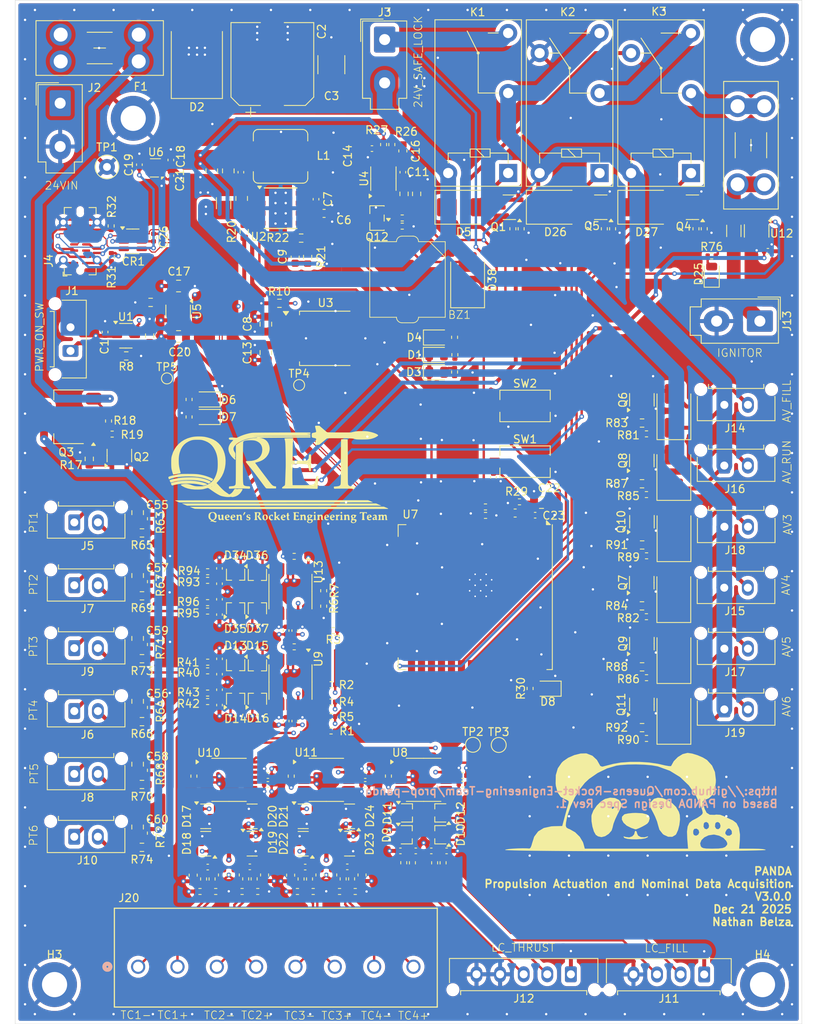
<source format=kicad_pcb>
(kicad_pcb (version 20241229) (generator "pcbnew") (generator_version "9.0")
  (title_block (title "PANDA") (date "2025-12-21") (rev "3.0.0") (company "Queen's Rocket Engineering Team") (comment 1 "Propulsion Actuation and Nominal Data Acquisition"))
  (layers (0 "F.Cu" signal) (4 "In1.Cu" power) (6 "In2.Cu" power) (2 "B.Cu" signal) (13 "F.Paste" user) (15 "B.Paste" user) (5 "F.SilkS" user "F.Silkscreen") (7 "B.SilkS" user "B.Silkscreen") (1 "F.Mask" user) (3 "B.Mask" user) (25 "Edge.Cuts" user))
  (net 0 "")
  (net 1 "+3.3V")
  (net 2 "GND")
  (net 3 "+5V")
  (net 4 "+24V")
  (net 5 "/Power Regulation/PWR_SQ")
  (net 6 "+24V_SAFE")
  (net 7 "/Power Regulation/VCC")
  (net 8 "/Power Regulation/SW")
  (net 9 "Net-(U2-BOOT)")
  (net 10 "Net-(U2-FB)")
  (net 11 "/Power Regulation/+5.3V")
  (net 12 "LC_FILL_+")
  (net 13 "LC_FILL_-")
  (net 14 "LC_THRUST_+")
  (net 15 "LC_THRUST_-")
  (net 16 "Net-(U4-CV)")
  (net 17 "/Power Regulation/TR")
  (net 18 "/ESP32 Breakout/RESET")
  (net 19 "/ADC1/AIN3")
  (net 20 "/ADC1/AIN0")
  (net 21 "/ADC1/AIN2")
  (net 22 "/ADC1/AIN1")
  (net 23 "/ADC2/AIN3")
  (net 24 "/ADC2/AIN0")
  (net 25 "/ADC2/AIN2")
  (net 26 "Net-(Q1-G)")
  (net 27 "Net-(Q2-G)")
  (net 28 "Net-(Q3-G)")
  (net 29 "Net-(Q4-G)")
  (net 30 "Net-(Q5-G)")
  (net 31 "Net-(Q6-G)")
  (net 32 "I2C_SDA")
  (net 33 "I2C_SCL")
  (net 34 "/ADC2/AIN1")
  (net 35 "VALVE_1_CTL")
  (net 36 "VALVE_2_CTL")
  (net 37 "VALVE_3_CTL")
  (net 38 "VALVE_4_CTL")
  (net 39 "VALVE_5_CTL")
  (net 40 "VALVE_6_CTL")
  (net 41 "SAFE_24V_CTL")
  (net 42 "Net-(D8-A)")
  (net 43 "/ESP32 Breakout/USB_N")
  (net 44 "/ESP32 Breakout/USB_P")
  (net 45 "Net-(D3-A)")
  (net 46 "Net-(D4-A)")
  (net 47 "5V_USB")
  (net 48 "Net-(D5-A)")
  (net 49 "Net-(D6-A)")
  (net 50 "Net-(D7-A)")
  (net 51 "TC1+")
  (net 52 "Net-(D1-A)")
  (net 53 "TC1-")
  (net 54 "TC2+")
  (net 55 "TC2-")
  (net 56 "TC3+")
  (net 57 "TC3-")
  (net 58 "TC4+")
  (net 59 "TC4-")
  (net 60 "Net-(D25-A)")
  (net 61 "Net-(D26-A)")
  (net 62 "Net-(D27-A)")
  (net 63 "Net-(J5-Pin_1)")
  (net 64 "Net-(J10-Pin_1)")
  (net 65 "Net-(D28-A)")
  (net 66 "Net-(D29-A)")
  (net 67 "Net-(D30-A)")
  (net 68 "Net-(D31-A)")
  (net 69 "Net-(J1-Pin_1)")
  (net 70 "/Power Regulation/+24V_POST_LCKT")
  (net 71 "/Ignitor Control/IGN_SUPPLY")
  (net 72 "/Ignitor Control/IGNITOR_+VE")
  (net 73 "PT_READ_1")
  (net 74 "PT_READ_4")
  (net 75 "PT_READ_2")
  (net 76 "PT_READ_5")
  (net 77 "PT_READ_3")
  (net 78 "PT_READ_6")
  (net 79 "Net-(K2-Pad2)")
  (net 80 "IGN_RESIST_READ")
  (net 81 "Net-(F2-Pad1)")
  (net 82 "Net-(Q2-D)")
  (net 83 "+24V_PT")
  (net 84 "Net-(Q7-G)")
  (net 85 "Net-(Q8-G)")
  (net 86 "Net-(Q9-G)")
  (net 87 "Net-(Q10-G)")
  (net 88 "Net-(Q11-G)")
  (net 89 "DRDY1")
  (net 90 "DRDY2")
  (net 91 "DRDY3")
  (net 92 "DRDY4")
  (net 93 "DRDY5")
  (net 94 "/Power Regulation/+3.3V_EN")
  (net 95 "/Power Regulation/+5V_EN")
  (net 96 "BUCK_PG")
  (net 97 "Net-(D32-A)")
  (net 98 "Net-(D33-A)")
  (net 100 "/ESP32 Breakout/WIFI_IND")
  (net 101 "/ESP32 Breakout/24V_SAFE_DETECT")
  (net 102 "Net-(U8-RESET)")
  (net 103 "Net-(U9-RESET)")
  (net 104 "Net-(U10-RESET)")
  (net 105 "Net-(U11-RESET)")
  (net 106 "IGNITOR_PRIME_CTL")
  (net 107 "IGNITOR_RUN_CTL")
  (net 108 "IGN_CURRENT_READ")
  (net 109 "Net-(U13-RESET)")
  (net 110 "/ESP32 Breakout/BOOT")
  (net 111 "Net-(BZ1--)")
  (net 130 "Net-(J7-Pin_1)")
  (net 131 "Net-(J2-Pin_1)")
  (net 132 "Net-(J8-Pin_1)")
  (net 133 "Net-(J6-Pin_1)")
  (net 134 "Net-(J9-Pin_1)")
  (net 135 "Net-(J4-CC2)")
  (net 137 "Net-(J4-CC1)")
  (net 138 "Net-(U4-R)")
  (net 139 "Net-(U4-DIS)")
  (net 140 "/ESP32 Breakout/D+")
  (net 141 "/ESP32 Breakout/D-")
  (net 148 "/ADC5/AIN3")
  (net 149 "/ADC5/AIN0")
  (net 150 "/ADC5/AIN2")
  (net 151 "/ADC5/AIN1")
  (net 152 "/ADC3/AIN3")
  (net 153 "/ADC3/AIN2")
  (net 154 "/ADC3/AIN1")
  (net 155 "/ADC3/AIN0")
  (net 156 "/ADC4/AIN3")
  (net 157 "/ADC4/AIN2")
  (net 158 "/ADC4/AIN1")
  (net 159 "/ADC4/AIN0")
  (net 161 "Net-(Q12-S)")
  (net 162 "Net-(Q12-G)")
  (footprint "Resistor_SMD:R_0402_1005Metric" (layer "F.Cu") (at 182.014827 114.205606)
    (property "Reference" "R86")
    (property "Value" "100")
  )
  (footprint "Capacitor_SMD:C_0402_1005Metric" (layer "F.Cu") (at 154.654685 136.20252 180)
    (property "Reference" "C30" (hide yes))
    (property "Value" "150nF")
  )
  (footprint "Resistor_SMD:R_0402_1005Metric" (layer "F.Cu") (at 126.220001 116.1625)
    (property "Reference" "R43")
    (property "Value" "1k")
  )
  (footprint "Fuse:Fuseholder_Blade_Mini_Keystone_3568" (layer "F.Cu") (at 107.54 32.55)
    (property "Reference" "F1")
    (property "Value" "Fuse")
  )
  (footprint "Capacitor_SMD:C_0402_1005Metric" (layer "F.Cu") (at 119.342926 58.319606 90)
    (property "Reference" "C26")
    (property "Value" "0.1μF")
  )
  (footprint "Resistor_SMD:R_0402_1005Metric" (layer "F.Cu") (at 113.625 81.615 90)
    (property "Reference" "R18")
    (property "Value" "10k")
  )
  (footprint "Resistor_SMD:R_0603_1608Metric" (layer "F.Cu") (at 117.872219 127.765)
    (property "Reference" "R70")
    (property "Value" "250")
  )
  (footprint "MountingHole:MountingHole_3.2mm_M3_ISO7380_Pad" (layer "F.Cu") (at 106.761 153.177606)
    (property "Reference" "H3")
    (property "Value" "MountingHole_Pad")
  )
  (footprint "Package_TO_SOT_SMD:SOT-23" (layer "F.Cu") (at 144.2625 131.81 180)
    (property "Reference" "D24")
    (property "Value" "BAV199")
  )
  (footprint "Connector_Molex:Molex_Micro-Fit_3.0_43650-0515_1x05_P3.00mm_Vertical" (layer "F.Cu") (at 172.4 151.87 180)
    (property "Reference" "J12")
    (property "Value" "5-Pin Load Cell")
  )
  (footprint "Connector_Molex:Molex_Micro-Fit_3.0_43650-0215_1x02_P3.00mm_Vertical" (layer "F.Cu") (at 109.275501 94.485)
    (property "Reference" "J5")
    (property "Value" "Conn_01x02")
  )
  (footprint "LED_SMD:LED_0805_2012Metric" (layer "F.Cu") (at 126.1375 81.1 180)
    (property "Reference" "D7")
    (property "Value" "LED-G")
  )
  (footprint "Capacitor_SMD:C_0402_1005Metric" (layer "F.Cu") (at 127.730001 117.6825 -90)
    (property "Reference" "C38" (hide yes))
    (property "Value" "150nF")
  )
  (footprint "Library:YS-SBZ9650DYB05" (layer "F.Cu") (at 156.43 68.44 180)
    (property "Reference" "BZ1")
    (property "Value" "YS-SBZ9650DYB05")
  )
  (footprint "Resistor_SMD:R_0402_1005Metric" (layer "F.Cu") (at 131.06 139.755 90)
    (property "Reference" "R52" (hide yes))
    (property "Value" "1k")
  )
  (footprint "Resistor_SMD:R_0402_1005Metric" (layer "F.Cu") (at 165.0265 57.203606 -90)
    (property "Reference" "R16" (hide yes))
    (property "Value" "100")
  )
  (footprint "Resistor_SMD:R_0603_1608Metric" (layer "F.Cu") (at 117.875501 95.825)
    (property "Reference" "R65")
    (property "Value" "250")
  )
  (footprint "Resistor_SMD:R_0603_1608Metric" (layer "F.Cu") (at 130.875 57.525 -90)
    (property "Reference" "R20")
    (property "Value" "100k")
  )
  (footprint "Capacitor_SMD:C_0805_2012Metric" (layer "F.Cu") (at 126.75 49.85 -90)
    (property "Reference" "C10" (hide yes))
    (property "Value" "22uF")
  )
  (footprint "Resistor_SMD:R_0603_1608Metric" (layer "F.Cu") (at 181.44 89.580606 180)
    (property "Reference" "R87")
    (property "Value" "100k")
  )
  (footprint "Resistor_SMD:R_0402_1005Metric" (layer "F.Cu") (at 165.865 91.875)
    (property "Reference" "R29")
    (property "Value" "10k")
  )
  (footprint "Resistor_SMD:R_0402_1005Metric" (layer "F.Cu") (at 137.225001 98.8)
    (property "Reference" "R97" (hide yes))
    (property "Value" "10k")
  )
  (footprint "Resistor_SMD:R_0402_1005Metric" (layer "F.Cu") (at 126.220001 117.2375)
    (property "Reference" "R42")
    (property "Value" "1k")
  )
  (footprint "Resistor_SMD:R_0402_1005Metric" (layer "F.Cu") (at 118.943211 133.945 -90)
    (property "Reference" "R72")
    (property "Value" "10")
  )
  (footprint "Capacitor_SMD:C_0805_2012Metric" (layer "F.Cu") (at 128.85 49.85 -90)
    (property "Reference" "C12" (hide yes))
    (property "Value" "22uF")
  )
  (footprint "Capacitor_SMD:C_0603_1608Metric" (layer "F.Cu") (at 165.315 93.3 180)
    (property "Reference" "C24" (hide yes))
    (property "Value" "1uF")
  )
  (footprint "Resistor_SMD:R_0402_1005Metric" (layer "F.Cu") (at 139.175 139.765 90)
    (property "Reference" "R58" (hide yes))
    (property "Value" "1k")
  )
  (footprint "Package_TO_SOT_SMD:SOT-23-3" (layer "F.Cu") (at 181.41 102.139408 90)
    (property "Reference" "Q7")
    (property "Value" "BSS138")
  )
  (footprint "Capacitor_SMD:CP_Elec_10x10" (layer "F.Cu") (at 134.45 36.2825 90)
    (property "Reference" "C2")
    (property "Value" "100uF")
  )
  (footprint "Package_TO_SOT_SMD:SOT-323_SC-70" (layer "F.Cu") (at 151.529685 131.38002)
    (property "Reference" "D11")
    (property "Value" "BAT54SW")
  )
  (footprint "Package_TO_SOT_SMD:SOT-323_SC-70" (layer "F.Cu") (at 132.550001 105.425 90)
    (property "Reference" "D37")
    (property "Value" "BAT54SW")
  )
  (footprint "Package_TO_SOT_SMD:SOT-23-6" (layer "F.Cu") (at 115.825 70.7875)
    (property "Reference" "U1")
    (property "Value" "LM3880-1AA")
  )
  (footprint "Capacitor_SMD:C_0805_2012Metric" (layer "F.Cu") (at 122.525 64.475 180)
    (property "Reference" "C17")
    (property "Value" "10uF")
  )
  (footprint "Resistor_SMD:R_0402_1005Metric" (layer "F.Cu") (at 148.59 46.510606 90)
    (property "Reference" "R27")
    (property "Value" "10k")
  )
  (footprint "Resistor_SMD:R_0603_1608Metric" (layer "F.Cu") (at 181.435 105.089408 180)
    (property "Reference" "R84")
    (property "Value" "100k")
  )
  (footprint "Connector_Molex:Molex_Micro-Fit_3.0_43650-0215_1x02_P3.00mm_Vertical" (layer "F.Cu") (at 109.274755 118.445)
    (property "Reference" "J6")
    (property "Value" "Conn_01x02")
  )
  (footprint "Diode_SMD:D_SMB" (layer "F.Cu") (at 185.497527 118.995606 90)
    (property "Reference" "D33" (hide yes))
    (property "Value" "SK44BL")
  )
  (footprint "Inductor_SMD:L_Bourns_SRP7028A_7.3x6.6mm" (layer "F.Cu") (at 135.492 48 180)
    (property "Reference" "L1")
    (property "Value" "4.7uH")
  )
  (footprint "Connector_Molex:Molex_Micro-Fit_3.0_43650-0215_1x02_P3.00mm_Vertical" (layer "F.Cu") (at 108.7875 72.7125 90)
    (property "Reference" "J1")
    (property "Value" "Conn_01x02")
  )
  (footprint "Resistor_SMD:R_0402_1005Metric" (layer "F.Cu") (at 141.915 117.3)
    (property "Reference" "R4")
    (property "Value" "3.3k")
  )
  (footprint "RF_Module:ESP32-S3-WROOM-1U" (layer "F.Cu") (at 160.24 103.975 -90)
    (property "Reference" "U7")
    (property "Value" "ESP32-S3-WROOM-1U")
  )
  (footprint "Resistor_SMD:R_0603_1608Metric" (layer "F.Cu") (at 138.111 58.387 180)
    (property "Reference" "R22")
    (property "Value" "23.2k")
  )
  (footprint "Relay_THT:Relay_SPDT_Omron-G5Q-1" (layer "F.Cu") (at 187.6715 50.133606 90)
    (property "Reference" "K3")
    (property "Value" "G5Q-1 DC24")
  )
  (footprint "Resistor_SMD:R_0402_1005Metric" (layer "F.Cu") (at 126.215001 105.75)
    (property "Reference" "R95")
    (property "Value" "1k")
  )
  (footprint "TestPoint:TestPoint_Pad_D1.5mm" (layer "F.Cu") (at 159.95 122.725)
    (property "Reference" "TP2")
    (property "Value" "SDA")
  )
  (footprint "Resistor_SMD:R_0603_1608Metric" (layer "F.Cu") (at 118.975 66.55 180)
    (property "Reference" "R12" (hide yes))
    (property "Value" "100k")
  )
  (footprint "Capacitor_SMD:C_0402_1005Metric" (layer "F.Cu") (at 133.881 126.63252)
    (property "Reference" "C39" (hide yes))
    (property "Value" "0.1μF")
  )
  (footprint "Resistor_SMD:R_0402_1005Metric" (layer "F.Cu") (at 182.0225 98.728106)
    (property "Reference" "R89")
    (property "Value" "100")
  )
  (footprint "Package_TO_SOT_SMD:SOT-323_SC-70" (layer "F.Cu") (at 155.829685 131.37752 180)
    (property "Reference" "D12")
    (property "Value" "BAT54SW")
  )
  (footprint "Capacitor_SMD:C_0402_1005Metric" (layer "F.Cu") (at 151.04 50.020606 90)
    (property "Reference" "C11")
    (property "Value" "10nF")
  )
  (footprint "Diode_SMD:D_SMB" (layer "F.Cu") (at 185.49 88.030606 90)
    (property "Reference" "D30" (hide yes))
    (property "Value" "SK44BL")
  )
  (footprint "Package_TO_SOT_SMD:SOT-23-3" (layer "F.Cu") (at 176.2015 54.468606 180)
    (property "Reference" "Q5")
    (property "Value" "BSS138")
  )
  (footprint "Capacitor_SMD:C_0603_1608Metric" (layer "F.Cu") (at 142.125 139.255 -90)
    (property "Reference" "C54" (hide yes))
    (property "Value" "10nF")
  )
  (footprint "Package_TO_SOT_SMD:SOT-323_SC-70" (layer "F.Cu") (at 132.547501 101.125 -90)
    (property "Reference" "D36")
    (property "Value" "BAT54SW")
  )
  (footprint "Capacitor_SMD:C_0402_1005Metric" (layer "F.Cu") (at 137.305001 119.7125 -90)
    (property "Reference" "C33" (hide yes))
    (property "Value" "0.1μF")
  )
  (footprint "Capacitor_SMD:C_0402_1005Metric" (layer "F.Cu") (at 127.730001 113.7625 -90)
    (property "Reference" "C35" (hide yes))
    (property "Value" "150nF")
  )
  (footprint "Resistor_SMD:R_0402_1005Metric" (layer "F.Cu") (at 140.975 105.125 -90)
    (property "Reference" "R6")
    (property "Value" "1k")
  )
  (footprint "Fuse:Fuseholder_Blade_Mini_Keystone_3568" (layer "F.Cu") (at 196.99 41.635606 -90)
    (property "Reference" "F2" (hide yes))
    (property "Value" "Fuse")
  )
  (footprint "Package_TO_SOT_SMD:SOT-23" (layer "F.Cu") (at 138.37 131.81)
    (property "Reference" "D21")
    (property "Value" "BAV199")
  )
  (footprint "Package_TO_SOT_SMD:SOT-23" (layer "F.Cu") (at 131.88 135.29)
    (property "Reference" "D19")
    (property "Value" "BAV199")
  )
  (footprint "Capacitor_SMD:C_0402_1005Metric" (layer "F.Cu") (at 162.55 88.775 -90)
    (property "Reference" "C25" (hide yes))
    (property "Value" "0.1μF")
  )
  (footprint "Capacitor_SMD:C_0402_1005Metric" (layer "F.Cu") (at 136.205001 119.7125 -90)
    (property "Reference" "C34" (hide yes))
    (property "Value" "0.1μF")
  )
  (footprint "Capacitor_SMD:C_0402_1005Metric" (layer "F.Cu") (at 158.629685 126.62752)
    (property "Reference" "C27" (hide yes))
    (property "Value" "0.1μF")
  )
  (footprint "Capacitor_SMD:C_0402_1005Metric" (layer "F.Cu") (at 146.256 126.63252)
    (property "Reference" "C47" (hide yes))
    (property "Value" "0.1μF")
  )
  (footprint "Capacitor_SMD:C_0805_2012Metric" (layer "F.Cu") (at 133.625 69.315 90)
    (property "Reference" "C8")
    (property "Value" "10uF")
  )
  (footprint "Resistor_SMD:R_0402_1005Metric" (layer "F.Cu") (at 141.925 115.1)
    (property "Reference" "R2")
    (property "Value" "3.3k")
  )
  (footprint "Resistor_SMD:R_0402_1005Metric" (layer "F.Cu") (at 166.0765 57.203606 -90)
    (property "Reference" "R15" (hide yes))
    (property "Value" "10k")
  )
  (footprint "Resistor_SMD:R_0402_1005Metric" (layer "F.Cu") (at 123.8625 81.1 90)
    (property "Reference" "R28" (hide yes))
    (property "Value" "3.3k")
  )
  (footprint "Capacitor_SMD:C_0402_1005Metric" (layer "F.Cu") (at 150.729685 136.20252 180)
    (property "Reference" "C31" (hide yes))
    (property "Value" "150nF")
  )
  (footprint "LOGO" (layer "F.Cu") (at 134.370526 89.012293)
    (property "Reference" "G***" (hide yes))
    (property "Value" "LOGO" (hide yes))
  )
  (footprint "Resistor_SMD:R_0603_1608Metric" (layer "F.Cu") (at 181.447527 81.870606 180)
    (property "Reference" "R83")
    (property "Value" "100k")
  )
  (footprint "Capacitor_SMD:C_0805_2012Metric" (layer "F.Cu") (at 117.325501 101.235 90)
    (property "Reference" "C57")
    (property "Value" "3.3uF")
  )
  (footprint "Package_SO:TSSOP-16_4.4x5mm_P0.65mm" (layer "F.Cu") (at 136.755001 114.7625 -90)
    (property "Reference" "U9")
    (property "Value" "ADS112C04")
  )
  (footprint "Package_SO:Texas_HSOP-8-1EP_3.9x4.9mm_P1.27mm_ThermalVias" (layer "F.Cu") (at 135.5 54.592)
    (property "Reference" "U2")
    (property "Value" "LMR33630BDDA")
  )
  (footprint "Capacitor_SMD:C_0402_1005Metric" (layer "F.Cu") (at 127.730001 115.7375 90)
    (property "Reference" "C36" (hide yes))
    (property "Value" "150nF")
  )
  (footprint "Resistor_SMD:R_0402_1005Metric" (layer "F.Cu") (at 118.950501 94.025 -90)
    (property "Reference" "R63")
    (property "Value" "10")
  )
  (footprint "Resistor_SMD:R_0402_1005Metric" (layer "F.Cu") (at 126.220001 113.3375)
    (property "Reference" "R40")
    (property "Value" "1k")
  )
  (footprint "Resistor_SMD:R_0402_1005Metric" (layer "F.Cu") (at 150.96 55.83)
    (property "Reference" "R98" (hide yes))
    (property "Value" "10k")
  )
  (footprint "Package_TO_SOT_SMD:SOT-323_SC-70" (layer "F.Cu") (at 132.555001 116.9125 90)
    (property "Reference" "D16")
    (property "Value" "BAT54SW")
  )
  (footprint "Resistor_SMD:R_0402_1005Metric" (layer "F.Cu") (at 142.19 108.225)
    (property "Reference" "R3")
    (property "Value" "3.3k")
  )
  (footprint "Package_TO_SOT_SMD:SOT-323_SC-70" (layer "F.Cu") (at 151.504685 134.15252)
    (property "Reference" "D9")
    (property "Value" "BAT54SW")
  )
  (footprint "Connector_Molex:Molex_Micro-Fit_3.0_43650-0215_1x02_P3.00mm_Vertical" (layer "F.Cu") (at 191.907527 79.56)
    (property "Reference" "J14")
    (property "Value" "Conn_01x02")
  )
  (footprint "Resistor_SMD:R_0603_1608Metric" (layer "F.Cu") (at 111.175 86.425 -90)
    (property "Reference" "R17")
    (property "Value" "470k")
  )
  (footprint "Resistor_SMD:R_0603_1608Metric" (layer "F.Cu") (at 117.874755 119.785)
    (property "Reference" "R66")
    (property "Value" "250")
  )
  (footprint "Capacitor_SMD:C_0402_1005Metric" (layer "F.Cu") (at 133.881 127.75752)
    (property "Reference" "C40" (hide yes))
    (property "Value" "0.1μF")
  )
  (footprint "Connector_Molex:Molex_Mini-Fit_Jr_5566-02A_2x01_P4.20mm_Vertical" (layer "F.Cu") (at 107.4735 41.256394)
    (property "Reference" "J2")
    (property "Value" "Conn_02x01")
  )
  (footprint "Resistor_SMD:R_0402_1005Metric" (layer "F.Cu") (at 118.947219 125.965 -90)
    (property "Reference" "R68")
    (property "Value" "10")
  )
  (footprint "Resistor_SMD:R_0603_1608Metric" (layer "F.Cu") (at 181.449827 112.830606 180)
    (property "Reference" "R88")
    (property "Value" "100k")
  )
  (footprint "Resistor_SMD:R_0402_1005Metric" (layer "F.Cu") (at 126.230001 112.2375)
    (property "Reference" "R41")
    (property "Value" "1k")
  )
  (footprint "Capacitor_SMD:C_0402_1005Metric" (layer "F.Cu") (at 121.545 50.45 90)
    (property "Reference" "C21")
    (property "Value" "0.1μF")
  )
  (footprint "Diode_SMD:D_SMB" (layer "F.Cu") (at 185.485 103.539408 90)
    (property "Reference" "D29" (hide yes))
    (property "Value" "SK44BL")
  )
  (footprint "Package_TO_SOT_SMD:SOT-323_SC-70" (layer "F.Cu") (at 132.552501 112.6125 -90)
    (property "Reference" "D15")
    (property "Value" "BAT54SW")
  )
  (footprint "Resistor_SMD:R_0402_1005Metric" (layer "F.Cu") (at 157.615 70.985 -90)
    (property "Reference" "R13" (hide yes))
    (property "Value" "39k")
  )
  (footprint "Resistor_SMD:R_0402_1005Metric" (layer "F.Cu") (at 155.079685 137.71252 90)
    (property "Reference" "R38" (hide yes))
    (property "Value" "1k")
  )
  (footprint "Resistor_SMD:R_0402_1005Metric" (layer "F.Cu") (at 161.54 92.525 180)
    (property "Reference" "R33" (hide yes))
    (property "Value" "270k")
  )
  (footprint "Resistor_SMD:R_0402_1005Metric" (layer "F.Cu") (at 144.525 139.755 90)
    (property "Reference" "R60" (hide yes))
    (property "Value" "1k")
  )
  (footprint "Connector_Molex:Molex_Micro-Fit_3.0_43650-0215_1x02_P3.00mm_Vertical" (layer "F.Cu") (at 109.272219 126.425)
    (property "Reference" "J8")
    (property "Value" "Conn_01x02")
  )
  (footprint "Resistor_SMD:R_0402_1005Metric" (layer "F.Cu") (at 132.135 139.755 90)
    (property "Reference" "R51" (hide yes))
    (property "Value" "1k")
  )
  (footprint "Capacitor_SMD:C_0603_1608Metric" (layer "F.Cu") (at 145.85 139.255 90)
    (property "Reference" "C52" (hide yes))
    (property "Value" "10nF")
  )
  (footprint "Resistor_SMD:R_0603_1608Metric" (layer "F.Cu") (at 118.85 70.775 90)
    (property "Reference" "R14" (hide yes))
    (property "Value" "100k")
  )
  (footprint "Resistor_SMD:R_0402_1005Metric" (layer "F.Cu") (at 126.225001 100.75)
    (property "Reference" "R94")
    (property "Value" "1k")
  )
  (footprint "Resistor_SMD:R_0603_1608Metric" (layer "F.Cu") (at 117.868211 135.745)
    (property "Reference" "R74")
    (property "Value" "250")
  )
  (footprint "Resistor_SMD:R_0402_1005Metric" (layer "F.Cu") (at 149.204685 126.70252 90)
    (property "Reference" "R39" (hide yes))
    (property "Value" "10k")
  )
  (footprint "Package_TO_SOT_SMD:SOT-23-3" (layer "F.Cu") (at 181.422527 117.595606 90)
    (property "Reference" "Q11")
    (property "Value" "BSS138")
  )
  (footprint "MountingHole:MountingHole_3.2mm_M3_ISO7380_Pad" (layer "F.Cu") (at 196.76915 33.168606)
    (property "Reference" "H2" (hide yes))
    (property "Value" "MountingHole_Pad")
  )
  (footprint "LED_SMD:LED_0805_2012Metric" (layer "F.Cu") (at 155.3275 73.22)
    (property "Reference" "D1")
    (property "Value" "LED-G")
  )
  (footprint "Capacitor_SMD:C_0805_2012Metric" (layer "F.Cu") (at 122.525 70.875 180)
    (property "Reference" "C20")
    (property "Value" "10uF")
  )
  (footprint "Capacitor_SMD:C_0402_1005Metric" (layer "F.Cu") (at 127.725001 104.25 90)
    (property "Reference" "C65" (hide yes))
    (property "Value" "150nF")
  )
  (footprint "Capacitor_SMD:C_0805_2012Metric" (layer "F.Cu") (at 117.318211 133.17 90)
    (property "Reference" "C60")
    (property "Value" "3.3uF")
  )
  (footprint "Resistor_SMD:R_0402_1005Metric" (layer "F.Cu") (at 126.215001 104.675)
    (property "Reference" "R96")
    (property "Value" "1k")
  )
  (footprint "Capacitor_SMD:C_0402_1005Metric" (layer "F.Cu") (at 127.725001 106.195 -90)
    (property "Reference" "C67" (hide yes))
    (property "Value" "150nF")
  )
  (footprint "Resistor_SMD:R_0402_1005Metric" (layer "F.Cu") (at 182.005 90.955606)
    (property "Reference" "R85")
    (property "Value" "100")
  )
  (footprint "Package_TO_SOT_SMD:SOT-23-3" (layer "F.Cu") (at 181.424827 109.880606 90)
    (property "Reference" "Q9")
    (property "Value" "BSS138")
  )
  (footprint "Capacitor_SMD:C_0603_1608Metric" (layer "F.Cu") (at 128.11 139.255 90)
    (property "Reference" "C41" (hide yes))
    (property "Value" "10nF")
  )
  (footprint "Resistor_SMD:R_0402_1005Metric" (layer "F.Cu") (at 144.985 141.355)
    (property "Reference" "R56" (hide yes))
    (property "Value" "1M")
  )
  (footprint "TestPoint:TestPoint_Pad_D1.0mm" (layer "F.Cu") (at 121.05 76.2)
    (property "Reference" "TP5")
    (property "Value" "TP_+5V")
  )
  (footprint "Resistor_SMD:R_0402_1005Metric" (layer "F.Cu") (at 124.476 126.70752 90)
    (property "Reference" "R53" (hide yes))
    (property "Value" "10k")
  )
  (footprint "Resistor_SMD:R_0603_1608Metric" (layer "F.Cu") (at 117.874791 111.795)
    (property "Reference" "R73")
    (property "Value" "250")
  )
  (footprint "Capacitor_SMD:C_0603_1608Metric" (layer "F.Cu") (at 137.35 60.8 90)
    (property "Reference" "C9")
    (property "Value" "3pF")
  )
  (footprint "Resistor_SMD:R_0402_1005Metric" (layer "F.Cu") (at 143.45 139.755 90)
    (property "Reference" "R61" (hide yes))
    (property "Value" "1k")
  )
  (footprint "Capacitor_SMD:C_0603_1608Metric" (layer "F.Cu") (at 140.5 139.255 90)
    (property "Reference" "C49" (hide yes))
    (property "Value" "10nF")
  )
  (footprint "Connector_Molex:Molex_Micro-Fit_3.0_43650-0415_1x04_P3.00mm_Vertical" (layer "F.Cu") (at 189.35 151.89 180)
    (property "Reference" "J11")
    (property "Value" "4-Pin Load Cell")
  )
  (footprint "Diode_SMD:D_SMB" (layer "F.Cu") (at 182.0265 54.468606)
    (property "Reference" "D27")
    (property "Value" "SK44BL")
  )
  (footprint "Resistor_SMD:R_0603_1608Metric" (layer "F.Cu") (at 117.875501 103.81)
    (property "Reference" "R69")
    (property "Value" "250")
  )
  (footprint "Resistor_SMD:R_0402_1005Metric" (layer "F.Cu") (at 151.154685 137.70252 90)
    (property "Reference" "R36" (hide yes))
    (property "Value" "1k")
  )
  (footprint "Library:CONN_SD-39543-002_NONE_08P_MOL" (layer "F.Cu") (at 117.39 150.91)
    (property "Reference" "J20")
    (property "Value" "395934308")
  )
  (footprint "Capacitor_SMD:C_0603_1608Metric" (layer "F.Cu") (at 129.735 139.255 -90)
    (property "Reference" "C46" (hide yes))
    (property "Value" "10nF")
  )
  (footprint "Capacitor_SMD:C_0805_2012Metric" (layer "F.Cu") (at 130.55 53.35 90)
    (property "Reference" "C5" (hide yes))
    (property "Value" "220nF")
  )
  (footprint "Resistor_SMD:R_0402_1005Metric" (layer "F.Cu") (at 126.785 139.765 90)
    (property "Reference" "R49" (hide yes))
    (property "Value" "1k")
  )
  (footprint "Resistor_SMD:R_0402_1005Metric" (layer "F.Cu") (at 177.7015 57.203606 -90)
    (property "Reference" "R78" (hide yes))
    (property "Value" "10k")
  )
  (footprint "Capacitor_SMD:C_0402_1005Metric" (layer "F.Cu") (at 158.629685 127.72752)
    (property "Reference" "C28" (hide yes))
    (property "Value" "0.1μF")
  )
  (footprint "Package_SO:TSSOP-16_4.4x5mm_P0.65mm" (layer "F.Cu") (at 153.679685 127.17752)
    (property "Reference" "U8")
    (property "Value" "ADS112C04")
  )
  (footprint "Connector_Molex:Molex_Micro-Fit_3.0_43650-0215_1x02_P3.00mm_Vertical" (layer "F.Cu") (at 191.909827 110.52)
    (property "Reference" "J17")
    (property "Value" "Conn_01x02")
  )
  (footprint "Package_SO:VSSOP-8_3x3mm_P0.65mm" (layer "F.Cu") (at 148.565 50.833106 90)
    (property "Reference" "U4")
    (property "Value" "TLC555xPS")
  )
  (footprint "Package_TO_SOT_SMD:SOT-23" (layer "F.Cu") (at 138.3725 135.29 180)
    (property "Reference" "D22")
    (property "Value" "BAV199")
  )
  (footprint "Resistor_SMD:R_0402_1005Metric" (layer "F.Cu") (at 141.915 120.975)
    (property "Reference" "R1")
    (property "Value" "3.3k")
  )
  (footprint "Resistor_SMD:R_0402_1005Metric" (layer "F.Cu") (at 182.012527 83.245606)
    (property "Reference" "R81")
    (property "Value" "100")
  )
  (footprint "Capacitor_SMD:C_0603_1608Metric" (layer "F.Cu") (at 133.46 139.255 90)
    (property "Reference" "C44" (hide yes))
    (property "Value" "10nF")
  )
  (footprint "Package_TO_SOT_SMD:SOT-323_SC-70" (layer "F.Cu") (at 129.775001 105.425 90)
    (property "Reference" "D35")
    (property "Value" "BAT54SW")
  )
  (footprint "Resistor_SMD:R_0402_1005Metric" (layer "F.Cu") (at 127.25 141.355)
    (property "Reference" "R45" (hide yes))
    (property "Value" "1M")
  )
  (footprint "Package_TO_SOT_SMD:SOT-323_SC-70" (layer "F.Cu") (at 155.829685 134.15252 180)
    (property "Reference" "D10")
    (property "Value" "BAT54SW")
  )
  (footprint "Button_Switch_SMD:SW_Tactile_SPST_NO_Straight_CK_PTS636Sx25SMTRLFS" (layer "F.Cu") (at 166.575 79.7)
    (property "Reference" "SW2")
    (property "Value" "USAKRO UK-B0227-G4.3-B-250")
  )
  (footprint "MountingHole:MountingHole_3.2mm_M3_ISO7380_Pad" (layer "F.Cu") (at 116.761 43.177606)
    (property "Reference" "H1" (hide yes))
    (property "Value" "MountingHole_Pad")
  )
  (footprint "Connector_Molex:Molex_Mini-Fit_Jr_5566-02A_2x01_P4.20mm_Vertical" (layer "F.Cu") (at 196.425 68.925 -90)
    (property "Reference" "J13")
    (property "Value" "Conn_02x01")
  )
  (footprint "Capacitor_SMD:C_0402_1005Metric" (layer "F.Cu") (at 147.11 47.020606)
    (property "Reference" "C14")
    (property "Value" "0.1μF")
  )
  (footprint "Diode_SMD:D_SMB" (layer "F.Cu") (at 185.499827 111.280606 90)
    (property "Reference" "D31" (hide yes))
    (property "Value" "SK44BL")
  )
  (footprint "Package_TO_SOT_SMD:SOT-23-3" (layer "F.Cu") (at 164.5765 54.468606 180)
    (property "Reference" "Q1")
    (property "Value" "BSS138")
  )
  (footprint "Package_TO_SOT_SMD:SOT-23-6" (layer "F.Cu") (at 196.015 57.473106 -90)
    (property "Reference" "U12")
    (property "Value" "INA187A2")
  )
  (footprint "Resistor_SMD:R_0402_1005Metric" (layer "F.Cu") (at 140.975 103.165 90)
    (property "Reference" "R7")
    (property "Value" "1k")
  )
  (footprint "Capacitor_SMD:C_0402_1005Metric" (layer "F.Cu") (at 143.975 138.23)
    (property "Reference" "C53" (hide yes))
    (property "Value" "0.1μF")
  )
  (footprint "Package_SO:TSSOP-16_4.4x5mm_P0.65mm" (layer "F.Cu") (at 141.3135 127.18252)
    (property "Reference" "U11")
    (property "Value" "ADS112C04")
  )
  (footprint "Package_TO_SOT_SMD:SOT-323_SC-70" (layer "F.Cu") (at 129.780001 112.5875 -90)
    (property "Reference" "D13")
    (property "Value" "BAT54SW")
  )
  (footprint "Diode_SMD:D_SMB" (layer "F.Cu") (at 170.4015 54.468606)
    (property "Reference" "D26")
    (property "Value" "SK44BL")
  )
  (footprint "Button_Switch_SMD:SW_Tactile_SPST_NO_Straight_CK_PTS636Sx25SMTRLFS" (layer "F.Cu") (at 166.575 86.775)
    (property "Reference" "SW1")
    (property "Value" "USAKRO UK-B0227-G4.3-B-250")
  )
  (footprint "Resistor_SMD:R_0402_1005Metric" (layer "F.Cu") (at 149.64 46.510606 -90)
    (property "Reference" "R26")
    (property "Value" "160k")
  )
  (footprint "Resistor_SMD:R_0402_1005Metric" (layer "F.Cu") (at 141.915 119.15)
    (property "Reference" "R5")
    (property "Value" "3.3k")
  )
  (footprint "Capacitor_SMD:C_0402_1005Metric" (layer "F.Cu") (at 136.200001 108.225 -90)
    (property "Reference" "C63" (hide yes))
    (property "Value" "0.1μF")
  )
  (footprint "Connector_USB:USB_C_Receptacle_G-Switch_GT-USB-7051x" (layer "F.Cu") (at 110.02096 58.776 90)
    (property "Reference" "J4")
    (property "Value" "USB_C_Receptacle_USB2.0_16P")
  )
  (footprint "Package_TO_SOT_SMD:SOT-23-3" (layer "F.Cu") (at 115 86 90)
    (property "Reference" "Q2")
    (property "Value" "BSS138")
  )
  (footprint "Diode_SMD:D_SMC" (layer "F.Cu") (at 124.85 35.75 90)
    (property "Reference" "D2")
    (property "Value" "SMCJ26A-13-F")
  )
  (footprint "Capacitor_SMD:C_0603_1608Metric" (layer "F.Cu") (at 124.385 139.28 -90)
    (property "Reference" "C43" (hide yes))
    (property "Value" "10nF")
  )
  (footprint "Capacitor_SMD:C_0805_2012Metric" (layer "F.Cu") (at 117.322219 125.19 90)
    (property "Reference" "C58")
    (property "Value" "3.3uF")
  )
  (footprint "Package_TO_SOT_SMD:SOT-23" (layer "F.Cu") (at 144.2675 135.29)
    (property "Reference" "D23")
    (property "Value" "BAV199")
  )
  (footprint "Resistor_SMD:R_0402_1005Metric" (layer "F.Cu") (at 188.3015 57.203606 -90)
    (property "Reference" "R79" (hide yes))
    (property "Value" "100")
  )
  (footprint "Capacitor_SMD:C_0402_1005Metric" (layer "F.Cu") (at 126.235 138.255)
    (property "Reference" "C42" (hide yes))
    (property "Value" "0.1μF")
  )
  (footprint "Resistor_SMD:R_0402_1005Metric" (layer "F.Cu") (at 156.154685 137.71252 90)
    (property "Reference" "R37" (hide yes))
    (property "Value" "1k")
  )
  (footprint "Connector_Molex:Molex_Micro-Fit_3.0_43650-0215_1x02_P3.00mm_Vertical" (layer "F.Cu") (at 109.274791 110.455)
    (property "Reference" "J9")
    (property "Value" "Conn_01x02")
  )
  (footprint "Resistor_SMD:R_0603_1608Metric" (layer "F.Cu") (at 152.79 52.770606 90)
    (property "Reference" "R24" (hide yes))
    (property "Value" "18k")
  )
  (footprint "Package_TO_SOT_SMD:SOT-23" (layer "F.Cu") (at 131.88 131.81 180)
    (property "Reference" "D20")
    (property "Value" "BAV199")
  )
  (footprint "Connector_Molex:Molex_Micro-Fit_3.0_43650-0215_1x02_P3.00mm_Vertical" (layer "F.Cu") (at 191.9 87.27)
    (property "Reference" "J16")
    (property "Value" "Conn_01x02")
  )
  (footprint "Relay_THT:Relay_SPST_Omron-G5Q-1A" (layer "F.Cu") (at 164.4265 50.123606 90)
    (property "Reference" "K1")
    (property "Value" "G5Q-1A DC24")
  )
  (footprint "Resistor_SMD:R_0402_1005Metric" (layer "F.Cu") (at 137.230001 110.2875)
    (property "Reference" "R44" (hide yes))
    (property "Value" "10k")
  )
  (footprint "Package_TO_SOT_SMD:TO-252-4" (layer "F.Cu") (at 141.215 71.115)
    (property "Reference" "U3")
    (property "Value" "TPS78533QKVURQ1")
  )
  (footprint "Package_TO_SOT_SMD:SOT-23-5" (layer "F.Cu") (at 122.475 67.6875 -90)
    (property "Reference" "U5")
    (property "Value" "TPS78450QDBVRQ1")
  )
  (footprint "Capacitor_SMD:C_0603_1608Metric" (layer "F.Cu") (at 136.775 139.28 -90)
    (property "Reference" "C51" (hide yes))
    (property "Value" "10nF")
  )
  (footprint "Capacitor_SMD:C_0805_2012Metric" (layer "F.Cu") (at 117.324791 109.22 90)
    (property "Reference" "C59")
    (property "Value" "3.3uF")
  )
  (footprint "Capacitor_SMD:C_0402_1005Metric" (layer "F.Cu") (at 127.730001 111.8125 90)
    (property "Reference" "C37" (hide yes))
    (property "Value" "150nF")
  )
  (footprint "Capacitor_SMD:C_0603_1608Metric" (layer "F.Cu") (at 141.025 55.25)
    (property "Reference" "C6")
    (property "Value" "1uF")
  )
  (footprint "MountingHole:MountingHole_3.2mm_M3_ISO7380_Pad" (layer "F.Cu") (at 196.761 153.177606)
    (property "Reference" "H4")
    (property "Value" "MountingHole_Pad")
  )
  (footprint "Resistor_SMD:R_0402_1005Metric" (layer "F.Cu") (at 125.71 139.765 90)
    (property "Reference" "R50" (hide yes))
    (property "Value" "1k")
  )
  (footprint "Package_TO_SOT_SMD:SOT-583-8" (layer "F.Cu") (at 119.585 49.47 180)
    (property "Reference" "U6")
    (property "Value" "LM66200DRLR")
  )
  (footprint "Resistor_SMD:R_0402_1005Metric" (layer "F.Cu") (at 118.949755 117.985 -90)
    (property "Reference" "R64")
    (property "Value" "10")
  )
  (footprint "TestPoint:TestPoint_Pad_D1.5mm" (layer "F.Cu") (at 163.225 122.75)
    (property "Reference" "TP3")
    (property "Value" "SCL")
  )
  (footprint "Package_TO_SOT_SMD:SOT-23" (layer "F.Cu") (at 125.98 131.81)
    (property "Reference" "D17")
    (property "Value" "BAV199")
  )
  (footprint "LED_SMD:LED_0805_2012Metric" (layer "F.Cu") (at 126.1375 78.875 180)
    (property "Reference" "D6")
    (property "Value" "LED-G")
  )
  (footprint "Resistor_SMD:R_0402_1005Metric" (layer "F.Cu") (at 189.3515 57.203606 -90)
    (property "Reference" "R77" (hide yes))
    (property "Value" "10k")
  )
  (footprint "Resistor_SMD:R_0402_1005Metric" (layer "F.Cu") (at 182.012527 121.920606)
    (property "Reference" "R90")
    (property "Value" "100")
  )
  (footprint "Package_TO_SOT_SMD:SOT-223-3_TabPin2" (layer "F.Cu") (at 108.575 81.075 180)
    (property "Reference" "Q3")
    (property "Value" "DMP6023LE-13")
  )
  (footprint "Resistor_SMD:R_0402_1005Metric" (layer "F.Cu") (at 150.96 56.87 180)
    (property "Reference" "R99" (hide yes))
    (property "Value" "2.2k")
  )
  (footprint "Resistor_SMD:R_0402_1005Metric" (layer "F.Cu") (at 118.950501 102.01 -90)
    (property "Reference" "R67")
    (property "Value" "10")
  )
  (footprint "Connector_Molex:Molex_Micro-Fit_3.0_43650-0215_1x02_P3.00mm_Vertical" (layer "F.Cu") (at 191.895 102.778802)
    (property "Reference" "J15")
    (property "Value" "Conn_01x02")
  )
  (footprint "Relay_THT:Relay_SPDT_Omron-G5Q-1" (layer "F.Cu") (at 176.0465 50.133606 90)
    (property "Reference" "K2")
    (property "Value" "G5Q-1 DC24")
  )
  (footprint "Resistor_SMD:R_0603_1608Metric" (layer "F.Cu") (at 181.447527 120.545606 180)
    (property "Reference" "R92")
    (property "Value" "100k")
  )
  (footprint "Package_TO_SOT_SMD:SOT-23-3" (layer "F.Cu") (at 181.415 86.630606 90)
    (property "Reference" "Q8")
    (property "Value" "BSS138")
  )
  (footprint "Capacitor_SMD:C_0402_1005Metric" (layer "F.Cu") (at 137.300001 108.225 -90)
    (property "Reference" "C62" (hide yes))
    (property "Value" "0.1μF")
  )
  (footprint "LED_SMD:LED_0805_2012Metric" (layer "F.Cu") (at 155.34 71.01)
    (property "Reference" "D4")
    (property "Value" "LED-G")
  )
  (footprint "Capacitor_SMD:C_0805_2012Metric" (layer "F.Cu") (at 133.625 72.915 -90)
    (property "Reference" "C13")
    (property "Value" "10uF")
  )
  (footprint "Resistor_SMD:R_0402_1005Metric" (layer "F.Cu") (at 132.595 141.355)
    (property "Reference" "R47" (hide yes))
    (property "Value" "1M")
  )
  (footprint "Package_TO_SOT_SMD:SOT-23" (layer "F.Cu") (at 125.9825 135.29 180)
    (property "Reference" "D18")
    (property "Value" "BAV199")
  )
  (footprint "Connector_Molex:Molex_Micro-Fit_3.0_43650-0215_1x02_P3.00mm_Vertical" (layer "F.Cu") (at 191.9175 95.0425)
    (property "Reference" "J18")
    (property "Value" "Conn_01x02")
  )
  (footprint "Capacitor_SMD:C_0402_1005Metric" (layer "F.Cu") (at 117.545 49.07 -90)
    (property "Reference" "C19")
    (property "Value" "0.1μF")
  )
  (footprint "Resistor_SMD:R_0402_1005Metric" (layer "F.Cu") (at 176.6515 57.203606 -90)
    (property "Reference" "R80" (hide yes))
    (property "Value" "100")
  )
  (footprint "Package_TO_SOT_SMD:SOT-323_SC-70" (layer "F.Cu") (at 129.780001 116.9125 90)
    (property "Reference" "D14")
    (property "Value" "BAT54SW")
  )
  (footprint "Diode_SMD:D_SMB" (layer "F.Cu") (at 159.27 63.57 90)
    (property "Reference" "D38")
    (property "Value" "SK44BL")
  )
  (footprint "Resistor_SMD:R_0402_1005Metric" (layer "F.Cu") (at 157.6525 73.195 -90)
    (property "Reference" "R9" (hide yes))
    (property "Value" "39k")
  )
  (footprint "LED_SMD:LED_0805_2012Metric" (layer "F.Cu") (at 169.475 115.6 180)
    (property "Reference" "D8")
    (property "Value" "LED-Y")
  )
  (footprint "Package_TO_SOT_SMD:SOT-23-3" (layer "F.Cu") (at 181.4325 94.403106 90)
    (property "Reference" "Q10")
    (property "Value" "BSS138")
  )
  (footprint "Capacitor_SMD:C_0402_1005Metric" (layer "F.Cu") (at 113.1875 70.3125 90)
    (property "Reference" "C1")
    (property "Value" "0.1μF")
  )
  (footprint "Resistor_SMD:R_0402_1005Metric" (layer "F.Cu") (at 142.99 141.355)
    (property "Reference" "R57" (hide yes))
    (property "Value" "1M")
  )
  (footprint "Capacitor_SMD:C_0402_1005Metric" (layer "F.Cu") (at 146.256 127.75752)
    (property "Reference" "C48" (hide yes))
    (property "Value" "0.1μF")
  )
  (footprint "Package_SO:TSSOP-16_4.4x5mm_P0.65mm" (layer "F.Cu") (at 128.9385 127.18252)
    (property "Reference" "U10")
    (property "Value" "ADS112C04")
  )
  (footprint "Resistor_SMD:R_0402_1005Metric" (layer "F.Cu") (at 114.085 83.275 180)
    (property "Reference" "R19")
    (property "Value" "10k")
  )
  (footprint "Capacitor_SMD:C_0402_1005Metric" (layer "F.Cu") (at 167.86 93.575)
    (property "Reference" "C23")
    (property "Value" "0.1μF")
  )
  (footprint "Resistor_SMD:R_0603_1608Metric" (layer "F.Cu") (at 135.35 66.665 180)
    (property "Reference" "R10")
    (property "Value" "100k")
  )
  (footprint "LED_SMD:LED_0805_2012Metric" (layer "F.Cu") (at 190.3 62.9375 90)
    (property "Reference" "D25")
    (property "Value" "LED-G")
  )
  (footprint "Resistor_SMD:R_0402_1005Metric" (layer "F.Cu") (at 167.2125 115.575 90)
    (property "Reference" "R30")
    (property "Value" "1k")
  )
  (footprint "Capacitor_SMD:C_1812_4532Metric" (layer "F.Cu") (at 141.9515 36.368606 90)
    (property "Reference" "C3")
    (property "Value" "10uF")
  )
  (footprint "Diode_SMD:D_SMB" (layer "F.Cu") (at 185.5075 95.803106 90)
    (property "Reference" "D32" (hide yes))
    (property "Value" "SK44BL")
  )
  (footprint "Capacitor_SMD:C_0402_1005Metric" (layer "F.Cu") (at 130.45 50.02 90)
    (property "Reference" "C15" (hide yes))
    (property "Value" "0.1μF")
  )
  (footprint "Capacitor_SMD:C_0603_1608Metric" (layer "F.Cu") (at 151.04 47.320606 -90)
    (property "Reference" "C16")
    (property "Value" "2.2uF")
  )
  (footprint "Capacitor_SMD:C_0805_2012Metric" (layer "F.Cu") (at 117.325501 93.25 90)
    (property "Reference" "C55")
    (property "Value" "3.3uF")
  )
  (footprint "Resistor_SMD:R_0402_1005Metric" (layer "F.Cu") (at 123.8625 78.875 90)
    (property "Reference" "R25" (hide yes))
    (property "Value" "1.2k")
  )
  (footprint "TestPoint:TestPoint_Loop_D2.50mm_Drill1.0mm" (layer "F.Cu") (at 113.425 49.35)
    (property "Reference" "TP1")
    (property "Value" "TestPoint")
  )
  (footprint "Resistor_SMD:R_0402_1005Metric" (layer "F.Cu") (at 130.6 141.355)
    (property "Reference" "R48" (hide yes))
    (property "Value" "1M")
  )
  (footprint "Package_TO_SOT_SMD:SOT-23-3" (layer "F.Cu") (at 147.7525 55.84 180)
    (property "Reference" "Q12")
    (property "Value" "BSS138")
  )
  (footprint "Resistor_SMD:R_0603_1608Metric" (layer "F.Cu") (at 181.4575 97.353106 180)
    (property "Reference" "R91")
    (property "Value" "100k")
  )
  (footprint "Resistor_SMD:R_0402_1005Metric" (layer "F.Cu") (at 139.64 141.355)
    (property "Reference" "R54" (hide yes))
    (property "Value" "1M")
  )
  (footprint "Resistor_SMD:R_0603_1608Metric" (layer "F.Cu") (at 115.875 73.35 180)
    (property "Reference" "R8")
    (property "Value" "100k")
  )
  (footprint "Resistor_SMD:R_0402_1005Metric" (layer "F.Cu") (at 136.851 126.70752 90)
    (property "Reference" "R62" (hide yes))
    (property "Value" "10k")
  )
  (footprint "Capacitor_SMD:C_1206_3216Metric" (layer "F.Cu") (at 128.25 53.95 90)
    (property "Reference" "C4" (hide yes))
    (property "Value" "10uF")
  )
  (footprint "Resistor_SMD:R_0402_1005Metric" (layer "F.Cu") (at 126.215001 101.85)
    (property "Reference" "R93")
    (property "Value" "47")
  )
  (footprint "Capacitor_SMD:C_0805_2012Metric" (layer "F.Cu") (at 168.665 91.975)
    (property "Reference" "C22")
    (property "Value" "22uF")
  )
  (footprint "Capacitor_SMD:C_0402_1005Metric" (layer "F.Cu") (at 121.545 48.47 -90)
    (property "Reference" "C18")
    (property "Value" "0.1μF")
  )
  (footprint "Resistor_SMD:R_0402_1005Metric" (layer "F.Cu") (at 138.1 139.765 90)
    (property "Reference" "R59" (hide yes))
    (property "Value" "1k")
  )
  (footprint "LED_SMD:LED_0805_2012Metric" (layer "F.Cu") (at 155.34 75.42)
    (property "Reference" "D3")
    (property "Value" "LED-G")
  )
  (footprint "Package_TO_SOT_SMD:SOT-323_SC-70" (layer "F.Cu") (at 129.775001 101.1 -90)
    (property "Reference" "D34")
    (property "Value" "BAT54SW")
  )
  (footprint "Resistor_SMD:R_0402_1005Metric" (layer "F.Cu") (at 113.95596 56.841 90)
    (property "Reference" "R32")
    (property "Value" "5.1k")
  )
  (footprint "Resistor_SMD:R_0402_1005Metric" (layer "F.Cu") (at 157.615 75.395 -90)
    (property "Reference" "R11" (hide yes))
    (property "Value" "39k")
  )
  (footprint "Resistor_SMD:R_0402_1005Metric" (layer "F.Cu") (at 161.55 93.6)
    (property "Reference" "R34" (hide yes))
    (property "Value" "39k")
  )
  (footprint "Package_TO_SOT_SMD:SOT-23-3" (layer "F.Cu") (at 187.8515 54.468606 180)
    (property "Reference" "Q4")
    (property "Value" "BSS138")
  )
  (footprint "Connector_Molex:Molex_Micro-Fit_3.0_43650-0215_1x02_P3.00mm_Vertical" (layer "F.Cu") (at 109.275501 102.47)
    (property "Reference" "J7")
    (property "Value" "Conn_01x02")
  )
  (footprint "Capacitor_SMD:C_0402_1005Metric" (layer "F.Cu") (at 140 53.45 90)
    (property "Reference" "C7")
    (property "Value" "0.1μF")
  )
  (footprint "Capacitor_SMD:C_0402_1005Metric" (layer "F.Cu") (at 156.599685 136.20252)
    (property "Reference" "C32" (hide yes))
    (property "Value" "150nF")
  )
  (footprint "Resistor_SMD:R_0603_1608Metric" (layer "F.Cu") (at 138.936 60.8 90)
    (property "Reference" "R21")
    (property "Value" "100k")
  )
  (footprint "LOGO" (layer "F.Cu") (at 180.664142 129.097359)
    (property "Reference" "G***" (hide yes))
    (property "Value" "LOGO" (hide yes))
  )
  (footprint "Resistor_SMD:R_0402_1005Metric" (layer "F.Cu") (at 125.25 141.355)
    (property "Reference" "R46" (hide yes))
    (property "Value" "1M")
  )
  (footprint "Capacitor_SMD:C_0402_1005Metric" (layer "F.Cu") (at 127.725001 102.275 -90)
    (property "Reference" "C64" (hide yes))
    (property "Value" "150nF")
  )
  (footprint "Resistor_SMD:R_0402_1005Metric" (layer "F.Cu") (at 137.64 141.355)
    (property "Reference" "R55" (hide yes))
    (property "Value" "1M")
  )
  (footprint "Connector_Molex:Molex_Micro-Fit_3.0_43650-0215_1x02_P3.00mm_Vertical" (layer "F.Cu") (at 109.268211 134.405)
    (property "Reference" "J10")
    (property "Value" "Conn_01x02")
  )
  (footprint "Resistor_SMD:R_0402_1005Metric" (layer "F.Cu") (at 190.3 60.65)
    (property "Reference" "R76")
    (property "Value" "39k")
  )
  (footprint "Resistor_SMD:R_0402_1005Metric" (layer "F.Cu") (at 118.949791 109.995 -90)
    (property "Reference" "R71")
    (property "Value" "10")
  )
  (footprint "Capacitor_SMD:C_0402_1005Metric" (layer "F.Cu") (at 152.679685 136.20252)
    (property "Reference" "C29" (hide yes))
    (property "Value" "150nF")
  )
  (footprint "Resistor_SMD:R_0603_1608Metric" (layer "F.Cu") (at 151.19 52.770606 -90)
    (property "Reference" "R23" (hide yes))
    (property "Value" "100k")
  )
  (footprint "Package_SO:TSSOP-16_4.4x5mm_P0.65mm" (layer "F.Cu") (at 136.750001 103.275 -90)
    (property "Reference" "U13")
    (property "Value" "ADS112C04")
  )
  (footprint "Connector_Molex:Molex_Micro-Fit_3.0_43650-0215_1x02_P3.00mm_Vertical" (layer "F.Cu") (at 191.907527 118.235)
    (property "Reference" "J19")
    (property "Value" "Conn_01x02")
  )
  (footprint "Resistor_SMD:R_0402_1005Metric" (layer "F.Cu") (at 113.98096 60.801 -90)
    (property "Reference" "R31")
    (property "Value" "5.1k")
  )
  (footprint "Capacitor_SMD:C_0402_1005Metric" (layer "F.Cu") (at 138.625 138.255)
    (property "Reference" "C50" (hide yes))
    (property "Value" "0.1μF")
  )
  (footprint "Capacitor_SMD:C_0805_2012Metric" (layer "F.Cu") (at 117.324755 117.21 90)
    (property "Reference" "C56")
    (property "Value" "3.3uF")
  )
  (footprint "TestPoint:TestPoint_Pad_D1.0mm" (layer "F.Cu") (at 137.85 77.05)
    (property "Reference" "TP4")
    (property "Value" "TP_+3.3V")
  )
  (footprint "Capacitor_SMD:C_0402_1005Metric" (layer "F.Cu") (at 197.445 60.060606 180)
    (property "Reference" "C61" (hide yes))
    (property "Value" "0.1μF")
  )
  (footprint "Capacitor_SMD:C_0402_1005Metric" (layer "F.Cu") (at 127.725001 100.325 90)
    (property "Reference" "C66" (hide yes))
    (property "Value" "150nF")
  )
  (footprint "Diode_SMD:D_SMB" (layer "F.Cu") (at 185.497527 80.320606 90)
    (property "Reference" "D28" (hide yes))
    (property "Value" "SK44BL")
  )
  (footprint "Package_TO_SOT_SMD:SOT-23-6" (layer "F.Cu") (at 116.705426 58.794606)
    (property "Reference" "CR1")
    (property "Value" "USBLC6-2SC6")
  )
  (footprint "Diode_SMD:D_SMB" (layer "F.Cu") (at 158.7765 54.468606)
    (property "Reference" "D5")
    (property "Value" "SK44BL")
  )
  (footprint "Resistor_SMD:R_0402_1005Metric" (layer "F.Cu") (at 182 106.464408)
    (property "Reference" "R82")
    (property "Value" "100")
  )
  (footprint "Connector_Molex:Molex_Mini-Fit_Jr_5566-02A_2x01_P4.20mm_Vertical" (layer "F.Cu") (at 148.725 33.175)
    (property "Reference" "J3")
    (property "Value" "Conn_02x01")
  )
  (footprint "Resistor_SMD:R_0402_1005Metric" (layer "F.Cu") (at 152.254685 137.71252 90)
    (property "Reference" "R35" (hide yes))
    (property "Value" "1k")
  )
  (footprint "Resistor_SMD:R_1206_3216Metric" (layer "F.Cu") (at 193.115 57.473106 -90)
    (property "Reference" "R75" (hide yes))
    (property "Value" "10m 1W")
  )
  (footprint "Package_TO_SOT_SMD:SOT-23-3" (layer "F.Cu") (at 181.422527 78.920606 90)
    (property "Reference" "Q6")
    (property "Value" "BSS138")
  )
  (footprint "Capacitor_SMD:C_0402_1005Metric" (layer "F.Cu") (at 131.585 138.23)
    (property "Reference" "C45" (hide yes))
    (property "Value" "0.1μF")
  )
  (gr_rect (start 101.761 28.177606) (end 201.761 158.177606) (stroke (width 0.05)) (fill no) (layer "Edge.Cuts"))
  (gr_text "TC4- TC4+" (at 145.65 157.7 0) (layer "F.SilkS") (effects (font (size 1 1) (thickness 0.1)) (justify left bottom)))
  (gr_text "PT1" (at 104.675 95.9 90) (layer "F.SilkS") (effects (font (size 1 1) (thickness 0.1)) (justify left bottom)))
  (gr_text "TC2- TC2+" (at 125.7 157.65 0) (layer "F.SilkS") (effects (font (size 1 1) (thickness 0.1)) (justify left bottom)))
  (gr_text "PT4" (at 104.65 119.775 90) (layer "F.SilkS") (effects (font (size 1 1) (thickness 0.1)) (justify left bottom)))
  (gr_text "LC_FILL" (at 181.7 149.15 0) (layer "F.SilkS") (effects (font (size 1 1) (thickness 0.1)) (justify left bottom)))
  (gr_text "TC3- TC3+" (at 135.9 157.7 0) (layer "F.SilkS") (effects (font (size 1 1) (thickness 0.1)) (justify left bottom)))
  (gr_text "PANDA\nPropulsion Actuation and Nominal Data Acquisition\nV3.0.0\nDec 21 2025\nNathan Belza" (at 200.6 145.8 0) (layer "F.SilkS") (effects (font (size 1 1) (thickness 0.2) (bold yes)) (justify right bottom)))
  (gr_text "TC1- TC1+" (at 115.075 157.625 0) (layer "F.SilkS") (effects (font (size 1 1) (thickness 0.1)) (justify left bottom)))
  (gr_text "PT5" (at 104.75 127.85 90) (layer "F.SilkS") (effects (font (size 1 1) (thickness 0.1)) (justify left bottom)))
  (gr_text "PT2" (at 104.675 103.8 90) (layer "F.SilkS") (effects (font (size 1 1) (thickness 0.1)) (justify left bottom)))
  (gr_text "LC_THRUST" (at 162.2 149.075 0) (layer "F.SilkS") (effects (font (size 1 1) (thickness 0.1)) (justify left bottom)))
  (gr_text "PT3" (at 104.65 111.675 90) (layer "F.SilkS") (effects (font (size 1 1) (thickness 0.1)) (justify left bottom)))
  (gr_text "24VIN" (at 105.45 52.3 0) (layer "F.SilkS") (effects (font (size 1 1) (thickness 0.1)) (justify left bottom)))
  (gr_text "AV3" (at 200.525 96.15 90) (layer "F.SilkS") (effects (font (size 1 1) (thickness 0.1)) (justify left bottom)))
  (gr_text "IGNITOR" (at 190.9 73.55 0) (layer "F.SilkS") (effects (font (size 1 1) (thickness 0.1)) (justify left bottom)))
  (gr_text "PT6" (at 104.675 135.65 90) (layer "F.SilkS") (effects (font (size 1 1) (thickness 0.1)) (justify left bottom)))
  (gr_text "24V_SAFE_LOCK" (at 153.575 41.925 90) (layer "F.SilkS") (effects (font (size 1 1) (thickness 0.1)) (justify left bottom)))
  (gr_text "AV_RUN" (at 200.425 89.675 90) (layer "F.SilkS") (effects (font (size 1 1) (thickness 0.1)) (justify left bottom)))
  (gr_text "AV5" (at 200.4 111.675 90) (layer "F.SilkS") (effects (font (size 1 1) (thickness 0.1)) (justify left bottom)))
  (gr_text "AV4" (at 200.325 103.825 90) (layer "F.SilkS") (effects (font (size 1 1) (thickness 0.1)) (justify left bottom)))
  (gr_text "AV6" (at 200.4 119.25 90) (layer "F.SilkS") (effects (font (size 1 1) (thickness 0.1)) (justify left bottom)))
  (gr_text "AV_FILL" (at 200.425 81.875 90) (layer "F.SilkS") (effects (font (size 1 1) (thickness 0.1)) (justify left bottom)))
  (gr_text "PWR_ON_SW" (at 105.45 75.45 90) (layer "F.SilkS") (effects (font (size 1 1) (thickness 0.1)) (justify left bottom)))
  (gr_text "https://github.com/Queens-Rocket-Engineering-Team/prop-panda\nBased on PANDA Design Spec Rev 1." (at 198.8 130.8 0) (layer "B.SilkS") (effects (font (size 1 1) (thickness 0.2) (bold yes)) (justify left bottom mirror)))
  (segment (start 141.415 117.29) (end 141.405 117.3) (width 0.3) (layer "F.Cu") (net 1))
  (segment (start 129.25752 126.85752) (end 131.801 126.85752) (width 0.3) (layer "F.Cu") (net 1))
  (segment (start 137.305001 119.2325) (end 137.080001 119.0075) (width 0.3) (layer "F.Cu") (net 1))
  (segment (start 139.030001 110.56645) (end 138.080051 109.6165) (width 0.3) (layer "F.Cu") (net 1))
  (segment (start 167.38 93.575) (end 167.38 92.31) (width 0.3) (layer "F.Cu") (net 1))
  (segment (start 144.176 126.85752) (end 145.551 126.85752) (width 0.3) (layer "F.Cu") (net 1))
  (segment (start 166.375 91.875) (end 167.615 91.875) (width 0.3) (layer "F.Cu") (net 1))
  (segment (start 133.915 72.255) (end 133.625 71.965) (width 0.5) (layer "F.Cu") (net 1))
  (segment (start 127.30752 124.90752) (end 129.25752 126.85752) (width 0.3) (layer "F.Cu") (net 1))
  (segment (start 139.030001 111.9) (end 139.030001 110.56645) (width 0.3) (layer "F.Cu") (net 1))
  (segment (start 136.175 72.255) (end 133.915 72.255) (width 0.5) (layer "F.Cu") (net 1))
  (segment (start 123.8625 78.365) (end 125.0525 77.175) (width 0.3) (layer "F.Cu") (net 1))
  (segment (start 158.149685 126.62752) (end 157.924685 126.85252) (width 0.3) (layer "F.Cu") (net 1))
  (segment (start 126.076 125.55752) (end 124.10495 125.55752) (width 0.3) (layer "F.Cu") (net 1))
  (segment (start 136.175 72.255) (end 137.275 72.255) (width 0.5) (layer "F.Cu") (net 1))
  (segment (start 141.405 119.15) (end 141.405 120.975) (width 0.3) (layer "F.Cu") (net 1))
  (segment (start 123.805 125.85747) (end 123.805 126.54652) (width 0.3) (layer "F.Cu") (net 1))
  (segment (start 167.615 91.875) (end 167.715 91.975) (width 0.3) (layer "F.Cu") (net 1))
  (segment (start 140.975 102.655) (end 140.975 101.675) (width 0.3) (layer "F.Cu") (net 1))
  (segment (start 137.391001 109.6165) (end 136.720001 110.2875) (width 0.3) (layer "F.Cu") (net 1))
  (segment (start 167.715 91.975) (end 167.715 90.525) (width 0.3) (layer "F.Cu") (net 1))
  (segment (start 126.076 124.90752) (end 126.076 125.55752) (width 0.3) (layer "F.Cu") (net 1))
  (segment (start 136.720001 110.2875) (end 135.830001 110.2875) (width 0.3) (layer "F.Cu") (net 1))
  (segment (start 167.38 92.31) (end 167.715 91.975) (width 0.3) (layer "F.Cu") (net 1))
  (segment (start 141.415 115.1) (end 141.415 108.49) (width 0.3) (layer "F.Cu") (net 1))
  (segment (start 137.075001 107.52) (end 137.075001 106.1375) (width 0.3) (layer "F.Cu") (net 1))
  (segment (start 138.375001 100.4125) (end 138.375001 101.149999) (width 0.3) (layer "F.Cu") (net 1))
  (segment (start 137.080001 119.0075) (end 137.080001 117.625) (width 0.3) (layer "F.Cu") (net 1))
  (segment (start 137.300001 107.745) (end 137.075001 107.52) (width 0.3) (layer "F.Cu") (net 1))
  (segment (start 133.176 126.85752) (end 133.401 126.63252) (width 0.3) (layer "F.Cu") (net 1))
  (segment (start 137.275 72.255) (end 137.85 72.83) (width 0.5) (layer "F.Cu") (net 1))
  (segment (start 138.080051 109.6165) (end 137.391001 109.6165) (width 0.3) (layer "F.Cu") (net 1))
  (segment (start 140.975 107.52) (end 141.68 108.225) (width 0.3) (layer "F.Cu") (net 1))
  (segment (start 149.204685 127.21252) (end 149.204685 128.10252) (width 0.3) (layer "F.Cu") (net 1))
  (segment (start 140.975 105.635) (end 140.975 106.625) (width 0.3) (layer "F.Cu") (net 1))
  (segment (start 125.0525 77.175) (end 128.075 77.175) (width 0.3) (layer "F.Cu") (net 1))
  (segment (start 133.401 126.63252) (end 133.401 125.75752) (width 0.3) (layer "F.Cu") (net 1))
  (segment (start 141.415 115.1) (end 141.415 117.29) (width 0.3) (layer "F.Cu") (net 1))
  (segment (start 124.10495 125.55752) (end 123.805 125.85747) (width 0.3) (layer "F.Cu") (net 1))
  (segment (start 130.875 70.615) (end 130.875 58.35) (width 0.5) (layer "F.Cu") (net 1))
  (segment (start 137.300001 107.745) (end 138.270001 107.745) (width 0.3) (layer "F.Cu") (net 1))
  (segment (start 138.375001 101.149999) (end 138.900002 101.675) (width 0.3) (layer "F.Cu") (net 1))
  (segment (start 141.415 108.49) (end 141.68 108.225) (width 0.3) (layer "F.Cu") (net 1))
  (segment (start 133.625 71.965) (end 132.225 71.965) (width 0.5) (layer "F.Cu") (net 1))
  (segment (start 132.225 71.965) (end 130.875 70.615) (width 0.5) (layer "F.Cu") (net 1))
  (segment (start 157.924685 126.85252) (end 156.542185 126.85252) (width 0.3) (layer "F.Cu") (net 1))
  (segment (start 138.900002 101.675) (end 140.975 101.675) (width 0.3) (layer "F.Cu") (net 1))
  (segment (start 167.39 93.565) (end 167.38 93.575) (width 0.3) (layer "F.Cu") (net 1))
  (segment (start 131.801 126.85752) (end 133.176 126.85752) (width 0.3) (layer "F.Cu") (net 1))
  (segment (start 141.405 117.3) (end 141.405 119.15) (width 0.3) (layer "F.Cu") (net 1))
  (segment (start 167.38 93.575) (end 167.38 95.225) (width 0.3) (layer "F.Cu") (net 1))
  (segment (start 126.076 124.90752) (end 127.30752 124.90752) (width 0.3) (layer "F.Cu") (net 1))
  (segment (start 145.776 126.63252) (end 145.776 125.75752) (width 0.3) (layer "F.Cu") (net 1))
  (segment (start 136.715001 98.8) (end 135.825001 98.8) (width 0.3) (layer "F.Cu") (net 1))
  (segment (start 145.551 126.85752) (end 145.776 126.63252) (width 0.3) (layer "F.Cu") (net 1))
  (segment (start 123.805 126.54652) (end 124.476 127.21752) (width 0.3) (layer "F.Cu") (net 1))
  (segment (start 137.85 72.83) (end 137.85 77.05) (width 0.5) (layer "F.Cu") (net 1))
  (segment (start 136.851 127.21752) (end 136.851 128.15752) (width 0.3) (layer "F.Cu") (net 1))
  (segment (start 137.305001 119.2325) (end 138.275001 119.2325) (width 0.3) (layer "F.Cu") (net 1))
  (segment (start 158.149685 126.62752) (end 158.149685 125.65752) (width 0.3) (layer "F.Cu") (net 1))
  (segment (start 140.975 106.625) (end 140.975 107.52) (width 0.3) (layer "F.Cu") (net 1))
  (via (at 136.851 128.15752) (size 0.6) (drill 0.3) (layers "F.Cu" "B.Cu") (net 1))
  (via (at 149.204685 128.10252) (size 0.6) (drill 0.3) (layers "F.Cu" "B.Cu") (net 1))
  (via (at 128.075 77.175) (size 0.6) (drill 0.3) (layers "F.Cu" "B.Cu") (net 1))
  (via (at 138.275001 119.2325) (size 0.6) (drill 0.3) (layers "F.Cu" "B.Cu") (net 1))
  (via (at 140.975 106.625) (size 0.6) (drill 0.3) (layers "F.Cu" "B.Cu") (net 1))
  (via (at 138.270001 107.745) (size 0.6) (drill 0.3) (layers "F.Cu" "B.Cu") (net 1))
  (via (at 140.975 101.675) (size 0.6) (drill 0.3) (layers "F.Cu" "B.Cu") (net 1))
  (via (at 158.149685 125.65752) (size 0.6) (drill 0.3) (layers "F.Cu" "B.Cu") (net 1))
  (via (at 132.225 71.965) (size 0.6) (drill 0.3) (layers "F.Cu" "B.Cu") (net 1))
  (via (at 167.715 90.525) (size 0.6) (drill 0.3) (layers "F.Cu" "B.Cu") (net 1))
  (via (at 135.825001 98.8) (size 0.6) (drill 0.3) (layers "F.Cu" "B.Cu") (net 1))
  (via (at 135.830001 110.2875) (size 0.6) (drill 0.3) (layers "F.Cu" "B.Cu") (net 1))
  (via (at 145.776 125.75752) (size 0.6) (drill 0.3) (layers "F.Cu" "B.Cu") (net 1))
  (via (at 133.401 125.75752) (size 0.6) (drill 0.3) (layers "F.Cu" "B.Cu") (net 1))
  (segment (start 140.4625 92.4625) (end 139.175 93.75) (width 2) (layer "B.Cu") (net 1))
  (segment (start 138.85 90.85) (end 136.2 88.2) (width 2) (layer "B.Cu") (net 1))
  (segment (start 140.4625 92.4625) (end 138.625 94.3) (width 2) (layer "B.Cu") (net 1))
  (segment (start 167.715 90.525) (end 164.565 87.375) (width 2) (layer "B.Cu") (net 1))
  (segment (start 145.55 87.375) (end 142.075 90.85) (width 2) (layer "B.Cu") (net 1))
  (segment (start 142.075 90.85) (end 140.4625 92.4625) (width 2) (layer "B.Cu") (net 1))
  (segment (start 145.55 87.375) (end 164.565 87.375) (width 2) (layer "B.Cu") (net 1))
  (segment (start 138.85 90.85) (end 142.075 90.85) (width 2) (layer "B.Cu") (net 1))
  (segment (start 138.275001 119.2325) (end 138.169185 119.2325) (width 0.5) (layer "B.Cu") (net 1))
  (segment (start 139.175 93.75) (end 139.175 96.5) (width 2) (layer "B.Cu") (net 1))
  (segment (start 140.4625 92.4625) (end 138.85 90.85) (width 2) (layer "B.Cu") (net 1))
  (segment (start 170.45 79.7) (end 170.45 80.95) (width 0.3) (layer "F.Cu") (net 2))
  (segment (start 182.365 87.768106) (end 183.19 87.768106) (width 0.3) (layer "F.Cu") (net 2))
  (segment (start 150.529685 130.73002) (end 149.382185 130.73002) (width 0.3) (layer "F.Cu") (net 2))
  (segment (start 138.451 125.55752) (end 134.561 125.55752) (width 0.3) (layer "F.Cu") (net 2))
  (segment (start 139.025001 100.4125) (end 139.025001 98.975) (width 0.3) (layer "F.Cu") (net 2))
  (segment (start 129.685 140.03) (end 128.91 139.255) (width 0.3) (layer "F.Cu") (net 2))
  (segment (start 109.26096 61.556) (end 108.25096 61.556) (width 0.3) (layer "F.Cu") (net 2))
  (segment (start 147.59 52.945606) (end 147.59 54.470606) (width 0.3) (layer "F.Cu") (net 2))
  (segment (start 168.65 95.225) (end 170.325 93.55) (width 0.3) (layer "F.Cu") (net 2))
  (segment (start 196.015 58.610606) (end 196.015 56.335606) (width 0.3) (layer "F.Cu") (net 2))
  (segment (start 137.075001 100.4125) (end 137.075001 101.75) (width 0.3) (layer "F.Cu") (net 2))
  (segment (start 180.622527 120.545606) (end 180.245606 120.545606) (width 0.3) (layer "F.Cu") (net 2))
  (segment (start 138.380001 112.637499) (end 137.63 113.3875) (width 0.3) (layer "F.Cu") (net 2))
  (segment (start 166.0765 57.713606) (end 167.0265 57.713606) (width 0.3) (layer "F.Cu") (net 2))
  (segment (start 164.39 93.15) (end 164.54 93.3) (width 0.3) (layer "F.Cu") (net 2))
  (segment (start 136.430001 111.9) (end 136.430001 113.2125) (width 0.3) (layer "F.Cu") (net 2))
  (segment (start 145.2 132.76) (end 143.8 132.76) (width 0.3) (layer "F.Cu") (net 2))
  (segment (start 154.39 73.22) (end 153.1775 73.22) (width 0.3) (layer "F.Cu") (net 2))
  (segment (start 121.545 51.405) (end 121.545 50.93) (width 0.3) (layer "F.Cu") (net 2))
  (segment (start 113.1875 70.7925) (end 114.6825 70.7925) (width 0.5) (layer "F.Cu") (net 2))
  (segment (start 133.46 140.03) (end 134.66 140.03) (width 0.3) (layer "F.Cu") (net 2))
  (segment (start 130.09 141.355) (end 129.735 141) (width 0.3) (layer "F.Cu") (net 2))
  (segment (start 138.380001 111.9) (end 138.380001 112.637499) (width 0.3) (layer "F.Cu") (net 2))
  (segment (start 150.817185 125.55252) (end 151.554684 125.55252) (width 0.3) (layer "F.Cu") (net 2))
  (segment (start 134.361 126.63252) (end 134.361 125.75752) (width 0.3) (layer "F.Cu") (net 2))
  (segment (start 177.339 53.518606) (end 177.339 52.468606) (width 0.3) (layer "F.Cu") (net 2))
  (segment (start 128.260001 115.2575) (end 128.755001 114.7625) (width 0.3) (layer "F.Cu") (net 2))
  (segment (start 121.545 47.99) (end 121.545 47.12) (width 0.3) (layer "F.Cu") (net 2))
  (segment (start 142.125 140.03) (end 142.075 140.03) (width 0.3) (layer "F.Cu") (net 2))
  (segment (start 124.74 141.355) (end 123.835 141.355) (width 0.3) (layer "F.Cu") (net 2))
  (segment (start 136.425001 101.725) (end 136.250001 101.9) (width 0.3) (layer "F.Cu") (net 2))
  (segment (start 137.300001 108.705) (end 138.275001 108.705) (width 0.3) (layer "F.Cu") (net 2))
  (segment (start 154.19 52.195606) (end 154.19 50.920606) (width 0.3) (layer "F.Cu") (net 2))
  (segment (start 127.730001 110.445241) (end 127.730001 110.4375) (width 0.3) (layer "F.Cu") (net 2))
  (segment (start 150.817185 126.85252) (end 152.154685 126.85252) (width 0.3) (layer "F.Cu") (net 2))
  (segment (start 143.33 134.34) (end 144.72 134.34) (width 0.3) (layer "F.Cu") (net 2))
  (segment (start 169.615 91.975) (end 169.615 92.3) (width 0.3) (layer "F.Cu") (net 2))
  (segment (start 116.7 73.35) (end 117.7625 73.35) (width 0.5) (layer "F.Cu") (net 2))
  (segment (start 119.342926 57.839606) (end 120.217926 57.839606) (width 0.3) (layer "F.Cu") (net 2))
  (segment (start 138.451 126.85752) (end 139.926 126.85752) (width 0.3) (layer "F.Cu") (net 2))
  (segment (start 134.361 127.75752) (end 134.361 128.65752) (width 0.3) (layer "F.Cu") (net 2))
  (segment (start 117.324791 108.27) (end 118.724791 108.27) (width 0.5) (layer "F.Cu") (net 2))
  (segment (start 117.325501 92.3) (end 118.725501 92.3) (width 0.5) (layer "F.Cu") (net 2))
  (segment (start 168.34 94.915) (end 168.65 95.225) (width 0.3) (layer "F.Cu") (net 2))
  (segment (start 137.286 58.387) (end 135.963 58.387) (width 0.7) (layer "F.Cu") (net 2))
  (segment (start 151.04 50.500606) (end 151.92 50.500606) (width 0.3) (layer "F.Cu") (net 2))
  (segment (start 110.78096 56.026) (end 111.82096 56.026) (width 0.3) (layer "F.Cu") (net 2))
  (segment (start 168.34 93.575) (end 168.34 94.915) (width 0.3) (layer "F.Cu") (net 2))
  (segment (start 133.202501 111.6125) (end 133.202501 110.465) (width 0.3) (layer "F.Cu") (net 2))
  (segment (start 154.4025 75.42) (end 153.14 75.42) (width 0.3) (layer "F.Cu") (net 2))
  (segment (start 139.926 126.85752) (end 140.076 126.70752) (width 0.3) (layer "F.Cu") (net 2))
  (segment (start 142.475 71.115) (end 142.475 67.65) (width 0.5) (layer "F.Cu") (net 2))
  (segment (start 197.925 60.060606) (end 197.925 59.185606) (width 0.3) (layer "F.Cu") (net 2))
  (segment (start 188.989 53.518606) (end 188.989 52.468606) (width 0.3) (layer "F.Cu") (net 2))
  (segment (start 128.230001 102.755) (end 128.750001 103.275) (width 0.3) (layer "F.Cu") (net 2))
  (segment (start 132.8175 132.76) (end 131.43 132.76) (width 0.3) (layer "F.Cu") (net 2))
  (segment (start 140.525 140.03) (end 141.3 139.255) (width 0.3) (layer "F.Cu") (net 2))
  (segment (start 117.325501 100.285) (end 118.725501 100.285) (width 0.5) (layer "F.Cu") (net 2))
  (segment (start 121.035 50.93) (end 120.325 50.22) (width 0.3) (layer "F.Cu") (net 2))
  (segment (start 108.25096 61.556) (end 107.87096 61.176) (width 0.3) (layer "F.Cu") (net 2))
  (segment (start 150.249685 136.20252) (end 149.354685 136.20252) (width 0.3) (layer "F.Cu") (net 2))
  (segment (start 121.575 70.875) (end 120.325 70.875) (width 0.5) (layer "F.Cu") (net 2))
  (segment (start 129.735 140.03) (end 129.735 141) (width 0.3) (layer "F.Cu") (net 2))
  (segment (start 136.775 140.055) (end 135.525 140.055) (width 0.3) (layer "F.Cu") (net 2))
  (segment (start 137.080001 111.9) (end 137.080001 113.2375) (width 0.3) (layer "F.Cu") (net 2))
  (segment (start 127.730001 115.2575) (end 128.260001 115.2575) (width 0.3) (layer "F.Cu") (net 2))
  (segment (start 180.289408 105.089408) (end 179.55 104.35) (width 0.3) (layer "F.Cu") (net 2))
  (segment (start 121.575 64.475) (end 120.375 64.475) (width 0.5) (layer "F.Cu") (net 2))
  (segment (start 126.92 136.24) (end 125.53 136.24) (width 0.3) (layer "F.Cu") (net 2))
  (segment (start 115.567926 58.794606) (end 114.142926 58.794606) (width 0.3) (layer "F.Cu") (net 2))
  (segment (start 124.385 140.055) (end 123.135 140.055) (width 0.3) (layer "F.Cu") (net 2))
  (segment (start 127.730001 118.1625) (end 127.730001 119.0875) (width 0.3) (layer "F.Cu") (net 2))
  (segment (start 127.730001 111.3325) (end 127.730001 110.445241) (width 0.3) (layer "F.Cu") (net 2))
  (segment (start 137.63 113.3875) (end 137.230001 113.3875) (width 0.3) (layer "F.Cu") (net 2))
  (segment (start 154.174685 135.67252) (end 153.679685 135.17752) (width 0.3) (layer "F.Cu") (net 2))
  (segment (start 136.200001 108.705) (end 135.300001 108.705) (width 0.3) (layer "F.Cu") (net 2))
  (segment (start 128.11 140.03) (end 128.135 140.03) (width 0.3) (layer "F.Cu") (net 2))
  (segment (start 129.735 140.03) (end 129.685 140.03) (width 0.3) (layer "F.Cu") (net 2))
  (segment (start 118.693211 135.745) (end 118.693211 136.845) (width 0.5) (layer "F.Cu") (net 2))
  (segment (start 113.98096 61.311) (end 113.98096 62.101) (width 0.3) (layer "F.Cu") (net 2))
  (segment (start 127.526 127.50752) (end 127.701 127.68252) (width 0.3) (layer "F.Cu") (net 2))
  (segment (start 142.475 71.115) (end 138.725 71.115) (width 0.5) (layer "F.Cu") (net 2))
  (segment (start 110 85.6) (end 111.175 85.6) (width 0.3) (layer "F.Cu") (net 2))
  (segment (start 180.61 105.089408) (end 180.289408 105.089408) (width 0.3) (layer "F.Cu") (net 2))
  (segment (start 182.372527 118.733106) (end 183.197527 118.733106) (width 0.3) (layer "F.Cu") (net 2))
  (segment (start 177.7015 57.713606) (end 178.6015 57.713606) (width 0.3) (layer "F.Cu") (net 2))
  (segment (start 111.82096 56.026) (end 112.17096 56.376) (width 0.3) (layer "F.Cu") (net 2))
  (segment (start 142.125 141) (end 142.48 141.355) (width 0.3) (layer "F.Cu") (net 2))
  (segment (start 133.197501 100.125) (end 133.197501 98.9775) (width 0.3) (layer "F.Cu") (net 2))
  (segment (start 117.322219 124.24) (end 118.722219 124.24) (width 0.5) (layer "F.Cu") (net 2))
  (segment (start 125.0425 130.86) (end 126.41 130.86) (width 0.3) (layer "F.Cu") (net 2))
  (segment (start 139.31 136.24) (end 137.93 136.24) (width 0.3) (layer "F.Cu") (net 2))
  (segment (start 134.561 125.55752) (end 134.361 125.75752) (width 0.3) (layer "F.Cu") (net 2))
  (segment (start 118.700501 95.825) (end 118.700501 96.925) (width 0.5) (layer "F.Cu") (net 2))
  (segment (start 137.4325 130.86) (end 138.81 130.86) (width 0.3) (layer "F.Cu") (net 2))
  (segment (start 129.125001 106.425) (end 129.125001 107.5) (width 0.3) (layer "F.Cu") (net 2))
  (segment (start 146.63 48.080606) (end 146.59 48.120606) (width 0.3) (layer "F.Cu") (net 2))
  (segment (start 159.109685 126.62752) (end 159.109685 125.675) (width 0.3) (layer "F.Cu") (net 2))
  (segment (start 117.324755 116.26) (end 118.724755 116.26) (width 0.5) (layer "F.Cu") (net 2))
  (segment (start 120.375 51.75) (end 121.2 51.75) (width 0.3) (layer "F.Cu") (net 2))
  (segment (start 151.04 48.095606) (end 152.265 48.095606) (width 0.3) (layer "F.Cu") (net 2))
  (segment (start 117.318211 132.22) (end 118.718211 132.22) (width 0.5) (layer "F.Cu") (net 2))
  (segment (start 147.59 54.470606) (end 147.615 54.495606) (width 0.3) (layer "F.Cu") (net 2))
  (segment (start 127.551 126.85752) (end 127.701 126.70752) (width 0.3) (layer "F.Cu") (net 2))
  (segment (start 180.622527 81.870606) (end 180.270606 81.870606) (width 0.3) (layer "F.Cu") (net 2))
  (segment (start 117.675 48.72) (end 117.545 48.59) (width 0.3) (layer "F.Cu") (net 2))
  (segment (start 182.3825 95.540606) (end 183.2075 95.540606) (width 0.3) (layer "F.Cu") (net 2))
  (segment (start 164.39 92.025) (end 164.39 93.15) (width 0.3) (layer "F.Cu") (net 2))
  (segment (start 108.22096 56.026) (end 107.87096 56.376) (width 0.3) (layer "F.Cu") (net 2))
  (segment (start 126.076 127.50752) (end 127.526 127.50752) (width 0.3) (layer "F.Cu") (net 2))
  (segment (start 152.129685 127.50252) (end 152.304685 127.67752) (width 0.3) (layer "F.Cu") (net 2))
  (segment (start 146.736 127.75752) (end 146.736 128.65752) (width 0.3) (layer "F.Cu") (net 2))
  (segment (start 121.545 50.93) (end 121.035 50.93) (width 0.3) (layer "F.Cu") (net 2))
  (segment (start 150.817185 124.90252) (end 150.817185 125.55252) (width 0.3) (layer "F.Cu") (net 2))
  (segment (start 139.901 127.50752) (end 140.076 127.68252) (width 0.3) (layer "F.Cu") (net 2))
  (segment (start 130.430001 111.5875) (end 130.430001 110.4375) (width 0.3) (layer "F.Cu") (net 2))
  (segment (start 137.305001 120.1925) (end 138.27126 120.1925) (width 0.3) (layer "F.Cu") (net 2))
  (segment (start 142.475 71.115) (end 142.475 74.55) (width 0.5) (layer "F.Cu") (net 2))
  (segment (start 157.079685 136.20252) (end 158.004685 136.20252) (width 0.3) (layer "F.Cu") (net 2))
  (segment (start 118.845 48.72) (end 117.675 48.72) (width 0.3) (layer "F.Cu") (net 2))
  (segment (start 114.6825 70.7925) (end 114.6875 70.7875) (width 0.5) (layer "F.Cu") (net 2))
  (segment (start 180.355606 112.830606) (end 179.5 111.975) (width 0.3) (layer "F.Cu") (net 2))
  (segment (start 121.055 47.99) (end 120.325 48.72) (width 0.3) (layer "F.Cu") (net 2))
  (segment (start 131.900001 106.425) (end 131.900001 107.575) (width 0.3) (layer "F.Cu") (net 2))
  (segment (start 150.504685 133.50252) (end 149.354685 133.50252) (width 0.3) (layer "F.Cu") (net 2))
  (segment (start 121.545 47.99) (end 121.055 47.99) (width 0.3) (layer "F.Cu") (net 2))
  (segment (start 127.730001 114.2425) (end 128.235001 114.2425) (width 0.3) (layer "F.Cu") (net 2))
  (segment (start 152.265 48.095606) (end 152.29 48.120606) (width 0.3) (layer "F.Cu") (net 2))
  (segment (start 138.451 127.50752) (end 139.901 127.50752) (width 0.3) (layer "F.Cu") (net 2))
  (segment (start 142.075 140.03) (end 141.3 139.255) (width 0.3) (layer "F.Cu") (net 2))
  (segment (start 127.725001 106.675) (end 127.725001 107.6) (width 0.3) (layer "F.Cu") (net 2))
  (segment (start 137.075001 101.75) (end 137.225001 101.9) (width 0.3) (layer "F.Cu") (net 2))
  (segment (start 140.5 140.03) (end 140.525 140.03) (width 0.3) (layer "F.Cu") (net 2))
  (segment (start 150.817185 127.50252) (end 152.129685 127.50252) (width 0.3) (layer "F.Cu") (net 2))
  (segment (start 137.13 141.355) (end 136.225 141.355) (width 0.3) (layer "F.Cu") (net 2))
  (segment (start 133.625 68.365) (end 132.25 68.365) (width 0.5) (layer "F.Cu") (net 2))
  (segment (start 165.714 53.518606) (end 165.714 52.468606) (width 0.3) (layer "F.Cu") (net 2))
  (segment (start 180.624827 112.830606) (end 180.355606 112.830606) (width 0.3) (layer "F.Cu") (net 2))
  (segment (start 133.625 73.865) (end 132.225 73.865) (width 0.5) (layer "F.Cu") (net 2))
  (segment (start 127.725001 102.755) (end 128.230001 102.755) (width 0.3) (layer "F.Cu") (net 2))
  (segment (start 190.3 63.875) (end 188.85 63.875) (width 0.3) (layer "F.Cu") (net 2))
  (segment (start 156.829685 132.02752) (end 157.979685 132.02752) (width 0.3) (layer "F.Cu") (net 2))
  (segment (start 180.278106 97.353106) (end 179.575 96.65) (width 0.3) (layer "F.Cu") (net 2))
  (segment (start 127.725001 103.77) (end 128.255001 103.77) (width 0.3) (layer "F.Cu") (net 2))
  (segment (start 154.4025 71.01) (end 153.1775 71.01) (width 0.3) (layer "F.Cu") (net 2))
  (segment (start 182.374827 111.018106) (end 183.199827 111.018106) (width 0.3) (layer "F.Cu") (net 2))
  (segment (start 109.26096 56.026) (end 108.22096 56.026) (width 0.3) (layer "F.Cu") (net 2))
  (segment (start 136.430001 113.2125) (end 136.255001 113.3875) (width 0.3) (layer "F.Cu") (net 2))
  (segment (start 146.736 126.63252) (end 146.736 125.73252) (width 0.3) (layer "F.Cu") (net 2))
  (segment (start 113.95596 56.331) (end 113.95596 55.526) (width 0.3) (layer "F.Cu") (net 2))
  (segment (start 121.525 68.825) (end 120.3 68.825) (width 0.5) (layer "F.Cu") (net 2))
  (segment (start 152.38 56.87) (end 152.41 56.9) (width 0.3) (layer "F.Cu") (net 2))
  (segment (start 111.79096 61.556) (end 112.17096 61.176) (width 0.3) (layer "F.Cu") (net 2))
  (segment (start 130.9425 134.34) (end 132.33 134.34) (width 0.3) (layer "F.Cu") (net 2))
  (segment (start 152.79 53.595606) (end 154.19 52.195606) (width 0.3) (layer "F.Cu") (net 2))
  (segment (start 180.6325 97.353106) (end 180.278106 97.353106) (width 0.3) (layer "F.Cu") (net 2))
  (segment (start 131.905001 117.9125) (end 131.905001 119.0625) (width 0.3) (layer "F.Cu") (net 2))
  (segment (start 162.06 93.6) (end 162.925 93.6) (width 0.3) (layer "F.Cu") (net 2))
  (segment (start 130.425001 100.1) (end 130.425001 98.95) (width 0.3) (layer "F.Cu") (net 2))
  (segment (start 110.78096 61.556) (end 111.79096 61.556) (width 0.3) (layer "F.Cu") (net 2))
  (segment (start 118.845 48.72) (end 120.325 48.72) (width 0.3) (layer "F.Cu") (net 2))
  (segment (start 122.475 67.875) (end 122.475 66.55) (width 0.5) (layer "F.Cu") (net 2))
  (segment (start 151.47 56.87) (end 152.38 56.87) (width 0.3) (layer "F.Cu") (net 2))
  (segment (start 142.475 71.115) (end 146.275 71.115) (width 0.5) (layer "F.Cu") (net 2))
  (segment (start 121.2 51.75) (end 121.545 51.405) (width 0.3) (layer "F.Cu") (net 2))
  (segment (start 118.699791 111.795) (end 118.699791 112.895) (width 0.5) (layer "F.Cu") (net 2))
  (segment (start 189.3515 57.713606) (end 190.2765 57.713606) (width 0.3) (layer "F.Cu") (net 2))
  (segment (start 153.159685 135.69752) (end 153.679685 135.17752) (width 0.3) (layer "F.Cu") (net 2))
  (segment (start 145.85 140.03) (end 147.05 140.03) (width 0.3) (layer "F.Cu") (net 2))
  (segment (start 170.4125 115.6) (end 170.4125 113.975) (width 0.3) (layer "F.Cu") (net 2))
  (segment (start 169.615 92.3) (end 168.34 93.575) (width 0.3) (layer "F.Cu") (net 2))
  (segment (start 128.235001 114.2425) (end 128.755001 114.7625) (width 0.3) (layer "F.Cu") (net 2))
  (segment (start 136.205001 120.1925) (end 135.27126 120.1925) (width 0.3) (layer "F.Cu") (net 2))
  (segment (start 162.55 89.255) (end 163.475 89.255) (width 0.3) (layer "F.Cu") (net 2))
  (segment (start 151.92 50.500606) (end 151.94 50.520606) (width 0.3) (layer "F.Cu") (net 2))
  (segment (start 159.109685 127.72752) (end 159.109685 128.625) (width 0.3) (layer "F.Cu") (net 2))
  (segment (start 146.63 47.020606) (end 146.63 48.080606) (width 0.3) (layer "F.Cu") (net 2))
  (segment (start 152.304685 126.302521) (end 152.304685 126.70252) (width 0.3) (layer "F.Cu") (net 2))
  (segment (start 196.015 58.610606) (end 196.015 59.935606) (width 0.3) (layer "F.Cu") (net 2))
  (segment (start 182.372527 80.058106) (end 183.197527 80.058106) (width 0.3) (layer "F.Cu") (net 2))
  (segment (start 153.159685 136.20252) (end 153.159685 135.69752) (width 0.3) (layer "F.Cu") (net 2))
  (segment (start 180.255606 89.580606) (end 179.575 88.9) (width 0.3) (layer "F.Cu") (net 2))
  (segment (start 118.699755 119.785) (end 118.699755 120.885) (width 0.5) (layer "F.Cu") (net 2))
  (segment (start 127.075 78.875) (end 128.3125 78.875) (width 0.3) (layer "F.Cu") (net 2))
  (segment (start 141.9515 34.318606) (end 141.9515 32.893606) (width 0.3) (layer "F.Cu") (net 2))
  (segment (start 118.700501 103.81) (end 118.700501 104.91) (width 0.5) (layer "F.Cu") (net 2))
  (segment (start 151.554684 125.55252) (end 152.304685 126.302521) (width 0.3) (layer "F.Cu") (net 2))
  (segment (start 149.382185 130.73002) (end 149.379685 130.72752) (width 0.3) (layer "F.Cu") (net 2))
  (segment (start 180.270606 81.870606) (end 179.575 81.175) (width 0.3) (layer "F.Cu") (net 2))
  (segment (start 121.525 68.825) (end 122.475 67.875) (width 0.5) (layer "F.Cu") (net 2))
  (segment (start 127.075 81.1) (end 128.2625 81.1) (width 0.3) (layer "F.Cu") (net 2))
  (segment (start 113.1875 70.7925) (end 112 70.7925) (width 0.5) (layer "F.Cu") (net 2))
  (segment (start 180.615 89.580606) (end 180.255606 89.580606) (width 0.3) (layer "F.Cu") (net 2))
  (segment (start 168.65 112.725) (end 168.65 111.25) (width 0.3) (layer "F.Cu") (net 2))
  (segment (start 127.725001 99.845) (end 127.725001 98.95) (width 0.3) (layer "F.Cu") (net 2))
  (segment (start 136.425001 100.4125) (end 136.425001 101.725) (width 0.3) (layer "F.Cu") (net 2))
  (segment (start 128.255001 103.77) (end 128.750001 103.275) (width 0.3) (layer "F.Cu") (net 2))
  (segment (start 170.45 86.775) (end 170.45 88.075) (width 0.3) (layer "F.Cu") (net 2))
  (segment (start 152.154685 126.85252) (end 152.304685 126.70252) (width 0.3) (layer "F.Cu") (net 2))
  (segment (start 142.125 140.03) (end 142.125 141) (width 0.3) (layer "F.Cu") (net 2))
  (segment (start 137.080001 113.2375) (end 137.230001 113.3875) (width 0.3) (layer "F.Cu") (net 2))
  (segment (start 180.245606 120.545606) (end 179.5 119.8) (width 0.3) (layer "F.Cu") (net 2))
  (segment (start 182.36 103.276908) (end 183.185 103.276908) (width 0.3) (layer "F.Cu") (net 2))
  (segment (start 126.076 126.85752) (end 127.551 126.85752) (width 0.3) (layer "F.Cu") (net 2))
  (segment (start 128.135 140.03) (end 128.91 139.255) (width 0.3) (layer "F.Cu") (net 2))
  (segment (start 117.545 48.59) (end 117.545 47.67) (width 0.3) (layer "F.Cu") (net 2))
  (segment (start 129.130001 117.9125) (end 129.130001 118.9875) (width 0.3) (layer "F.Cu") (net 2))
  (segment (start 156.829685 134.80252) (end 157.904685 134.80252) (width 0.3) (layer "F.Cu") (net 2))
  (segment (start 118.697219 127.765) (end 118.697219 128.865) (width 0.5) (layer "F.Cu") (net 2))
  (segment (start 154.174685 136.20252) (end 154.174685 135.67252) (width 0.3) (layer "F.Cu") (net 2))
  (via (at 112.42 34.25) (size 0.6) (drill 0.3) (layers "F.Cu" "B.Cu") (net 2))
  (via (at 112 70.7925) (size 0.6) (drill 0.3) (layers "F.Cu" "B.Cu") (net 2))
  (via (at 189.26915 29.418606) (size 0.6) (drill 0.3) (layers "F.Cu" "B.Cu") (net 2))
  (via (at 124.875 34.225) (size 0.6) (drill 0.3) (layers "F.Cu" "B.Cu") (net 2))
  (via (at 121.545 47.12) (size 0.6) (drill 0.3) (layers "F.Cu" "B.Cu") (net 2))
  (via (at 155.875 93.4) (size 0.6) (drill 0.3) (layers "F.Cu" "B.Cu") (net 2))
  (via (at 120.217926 57.839606) (size 0.6) (drill 0.3) (layers "F.Cu" "B.Cu") (net 2))
  (via (at 176.55 111.83) (size 0.6) (drill 0.3) (layers "F.Cu" "B.Cu") (net 2))
  (via (at 155.49 35.49) (size 0.6) (drill 0.3) (layers "F.Cu" "B.Cu") (net 2))
  (via (at 146.275 71.115) (size 0.6) (drill 0.3) (layers "F.Cu" "B.Cu") (net 2))
  (via (at 159.109685 128.625) (size 0.6) (drill 0.3) (layers "F.Cu" "B.Cu") (net 2))
  (via (at 200.511 115.677606) (size 0.6) (drill 0.3) (layers "F.Cu" "B.Cu") (net 2))
  (via (at 184.26915 29.418606) (size 0.6) (drill 0.3) (layers "F.Cu" "B.Cu") (net 2))
  (via (at 183.185 103.276908) (size 0.6) (drill 0.3) (layers "F.Cu" "B.Cu") (net 2))
  (via (at 120.3 68.825) (size 0.6) (drill 0.3) (layers "F.Cu" "B.Cu") (net 2))
  (via (at 163.475 89.255) (size 0.6) (drill 0.3) (layers "F.Cu" "B.Cu") (net 2))
  (via (at 120.325 70.875) (size 0.6) (drill 0.3) (layers "F.Cu" "B.Cu") (net 2))
  (via (at 103.011 110.677606) (size 0.6) (drill 0.3) (layers "F.Cu" "B.Cu") (net 2))
  (via (at 172.38 43.13) (size 0.6) (drill 0.3) (layers "F.Cu" "B.Cu") (net 2))
  (via (at 139.025001 98.975) (size 0.6) (drill 0.3) (layers "F.Cu" "B.Cu") (net 2))
  (via (at 159.109685 125.675) (size 0.6) (drill 0.3) (layers "F.Cu" "B.Cu") (net 2))
  (via (at 136.4 32.35) (size 0.6) (drill 0.3) (layers "F.Cu" "B.Cu") (net 2))
  (via (at 183.197527 118.733106) (size 0.6) (drill 0.3) (layers "F.Cu" "B.Cu") (net 2))
  (via (at 153.3 79.525) (size 0.6) (drill 0.3) (layers "F.Cu" "B.Cu") (net 2))
  (via (at 152.825 110.825) (size 0.6) (drill 0.3) (layers "F.Cu" "B.Cu") (net 2))
  (via (at 161.125 97.25) (size 0.6) (drill 0.3) (layers "F.Cu" "B.Cu") (net 2))
  (via (at 103.011 60.677606) (size 0.6) (drill 0.3) (layers "F.Cu" "B.Cu") (net 2))
  (via (at 118.700501 96.925) (size 0.6) (drill 0.3) (layers "F.Cu" "B.Cu") (net 2))
  (via (at 156.025 100.2) (size 0.6) (drill 0.3) (layers "F.Cu" "B.Cu") (net 2))
  (via (at 132.525 33.175) (size 0.6) (drill 0.3) (layers "F.Cu" "B.Cu") (net 2))
  (via (at 184.261 156.927606) (size 0.6) (drill 0.3) (layers "F.Cu" "B.Cu") (net 2))
  (via (at 178.15 95.33) (size 0.6) (drill 0.3) (layers "F.Cu" "B.Cu") (net 2))
  (via (at 142.15 50.05) (size 0.6) (drill 0.3) (layers "F.Cu" "B.Cu") (net 2))
  (via (at 195.31 46.58) (size 0.6) (drill 0.3) (layers "F.Cu" "B.Cu") (net 2))
  (via (at 200.511 105.677606) (size 0.6) (drill 0.3) (layers "F.Cu" "B.Cu") (net 2))
  (via (at 125.53 136.24) (size 0.6) (drill 0.3) (layers "F.Cu" "B.Cu") (net 2))
  (via (at 149.379685 130.72752) (size 0.6) (drill 0.3) (layers "F.Cu" "B.Cu") (net 2))
  (via (at 123.135 140.055) (size 0.6) (drill 0.3) (layers "F.Cu" "B.Cu") (net 2))
  (via (at 177.16 141.8) (size 0.6) (drill 0.3) (layers "F.Cu" "B.Cu") (net 2))
  (via (at 118.724755 116.26) (size 0.6) (drill 0.3) (layers "F.Cu" "B.Cu") (net 2))
  (via (at 151.94 50.520606) (size 0.6) (drill 0.3) (layers "F.Cu" "B.Cu") (net 2))
  (via (at 127.701 127.68252) (size 0.6) (drill 0.3) (layers "F.Cu" "B.Cu") (net 2))
  (via (at 175.06 116.33) (size 0.6) (drill 0.3) (layers "F.Cu" "B.Cu") (net 2))
  (via (at 153.325 83.875) (size 0.6) (drill 0.3) (layers "F.Cu" "B.Cu") (net 2))
  (via (at 126.41 130.86) (size 0.6) (drill 0.3) (layers "F.Cu" "B.Cu") (net 2))
  (via (at 137.42 86.82) (size 0.6) (drill 0.3) (layers "F.Cu" "B.Cu") (net 2))
  (via (at 162.925 93.6) (size 0.6) (drill 0.3) (layers "F.Cu" "B.Cu") (net 2))
  (via (at 183.19 87.768106) (size 0.6) (drill 0.3) (layers "F.Cu" "B.Cu") (net 2))
  (via (at 200.511 90.677606) (size 0.6) (drill 0.3) (layers "F.Cu" "B.Cu") (net 2))
  (via (at 172.16 141.8) (size 0.6) (drill 0.3) (layers "F.Cu" "B.Cu") (net 2))
  (via (at 103.011 135.677606) (size 0.6) (drill 0.3) (layers "F.Cu" "B.Cu") (net 2))
  (via (at 194.26915 29.418606) (size 0.6) (drill 0.3) (layers "F.Cu" "B.Cu") (net 2))
  (via (at 133.202501 110.465) (size 0.6) (drill 0.3) (layers "F.Cu" "B.Cu") (net 2))
  (via (at 177.63 36.89) (size 0.6) (drill 0.3) (layers "F.Cu" "B.Cu") (net 2))
  (via (at 177.339 52.468606) (size 0.6) (drill 0.3) (layers "F.Cu" "B.Cu") (net 2))
  (via (at 125.875 34.225) (size 0.6) (drill 0.3) (layers "F.Cu" "B.Cu") (net 2))
  (via (at 103.011 55.677606) (size 0.6) (drill 0.3) (layers "F.Cu" "B.Cu") (net 2))
  (via (at 142.475 67.65) (size 0.6) (drill 0.3) (layers "F.Cu" "B.Cu") (net 2))
  (via (at 153 91.7) (size 0.6) (drill 0.3) (layers "F.Cu" "B.Cu") (net 2))
  (via (at 137.230001 113.3875) (size 0.6) (drill 0.3) (layers "F.Cu" "B.Cu") (net 2))
  (via (at 159.26915 29.418606) (size 0.6) (drill 0.3) (layers "F.Cu" "B.Cu") (net 2))
  (via (at 104.26915 29.418606) (size 0.6) (drill 0.3) (layers "F.Cu" "B.Cu") (net 2))
  (via (at 128.3125 78.875) (size 0.6) (drill 0.3) (layers "F.Cu" "B.Cu") (net 2))
  (via (at 134.361 125.75752) (size 0.6) (drill 0.3) (layers "F.Cu" "B.Cu") (net 2))
  (via (at 187.16 131.8) (size 0.6) (drill 0.3) (layers "F.Cu" "B.Cu") (net 2))
  (via (at 164.45 82.34) (size 0.6) (drill 0.3) (layers "F.Cu" "B.Cu") (net 2))
  (via (at 174.31 93.27) (size 0.6) (drill 0.3) (layers "F.Cu" "B.Cu") (net 2))
  (via (at 177.16 131.8) (size 0.6) (drill 0.3) (layers "F.Cu" "B.Cu") (net 2))
  (via (at 136.255001 113.3875) (size 0.6) (drill 0.3) (layers "F.Cu" "B.Cu") (net 2))
  (via (at 177.53 75.9) (size 0.6) (drill 0.3) (layers "F.Cu" "B.Cu") (net 2))
  (via (at 124.875 35.1) (size 0.6) (drill 0.3) (layers "F.Cu" "B.Cu") (net 2))
  (via (at 170.325 93.55) (size 0.6) (drill 0.3) (layers "F.Cu" "B.Cu") (net 2))
  (via (at 187.16 126.8) (size 0.6) (drill 0.3) (layers "F.Cu" "B.Cu") (net 2))
  (via (at 192.16 131.8) (size 0.6) (drill 0.3) (layers "F.Cu" "B.Cu") (net 2))
  (via (at 129.130001 118.9875) (size 0.6) (drill 0.3) (layers "F.Cu" "B.Cu") (net 2))
  (via (at 134.361 128.65752) (size 0.6) (drill 0.3) (layers "F.Cu" "B.Cu") (net 2))
  (via (at 103.011 130.677606) (size 0.6) (drill 0.3) (layers "F.Cu" "B.Cu") (net 2))
  (via (at 103.011 155.677606) (size 0.6) (drill 0.3) (layers "F.Cu" "B.Cu") (net 2))
  (via (at 130.425001 98.95) (size 0.6) (drill 0.3) (layers "F.Cu" "B.Cu") (net 2))
  (via (at 128.92 137.32) (size 0.6) (drill 0.3) (layers "F.Cu" "B.Cu") (net 2))
  (via (at 149.261 156.927606) (size 0.6) (drill 0.3) (layers "F.Cu" "B.Cu") (net 2))
  (via (at 182.16 131.8) (size 0.6) (drill 0.3) (layers "F.Cu" "B.Cu") (net 2))
  (via (at 169.261 156.927606) (size 0.6) (drill 0.3) (layers "F.Cu" "B.Cu") (net 2))
  (via (at 174.26915 29.418606) (size 0.6) (drill 0.3) (layers "F.Cu" "B.Cu") (net 2))
  (via (at 152.85 97.15) (size 0.6) (drill 0.3) (layers "F.Cu" "B.Cu") (net 2))
  (via (at 194.261 156.927606) (size 0.6) (drill 0.3) (layers "F.Cu" "B.Cu") (net 2))
  (via (at 118.724791 108.27) (size 0.6) (drill 0.3) (layers "F.Cu" "B.Cu") (net 2))
  (via (at 137.93 136.24) (size 0.6) (drill 0.3) (layers "F.Cu" "B.Cu") (net 2))
  (via (at 103.011 80.677606) (size 0.6) (drill 0.3) (layers "F.Cu" "B.Cu") (net 2))
  (via (at 103.011 105.677606) (size 0.6) (drill 0.3) (layers "F.Cu" "B.Cu") (net 2))
  (via (at 149.05 109.825) (size 0.6) (drill 0.3) (layers "F.Cu" "B.Cu") (net 2))
  (via (at 149.354685 133.50252) (size 0.6) (drill 0.3) (layers "F.Cu" "B.Cu") (net 2))
  (via (at 200.511 110.677606) (size 0.6) (drill 0.3) (layers "F.Cu" "B.Cu") (net 2))
  (via (at 124.26915 29.418606) (size 0.6) (drill 0.3) (layers "F.Cu" "B.Cu") (net 2))
  (via (at 147.05 140.03) (size 0.6) (drill 0.3) (layers "F.Cu" "B.Cu") (net 2))
  (via (at 140.35 81.85) (size 0.6) (drill 0.3) (layers "F.Cu" "B.Cu") (net 2))
  (via (at 169.26915 29.418606) (size 0.6) (drill 0.3) (layers "F.Cu" "B.Cu") (net 2))
  (via (at 188.85 63.875) (size 0.6) (drill 0.3) (layers "F.Cu" "B.Cu") (net 2))
  (via (at 160.075 78.025) (size 0.6) (drill 0.3) (layers "F.Cu" "B.Cu") (net 2))
  (via (at 118.725501 92.3) (size 0.6) (drill 0.3) (layers "F.Cu" "B.Cu") (net 2))
  (via (at 134.26915 29.418606) (size 0.6) (drill 0.3) (layers "F.Cu" "B.Cu") (net 2))
  (via (at 167.16 136.8) (size 0.6) (drill 0.3) (layers "F.Cu" "B.Cu") (net 2))
  (via (at 170.4 65.625) (size 0.6) (drill 0.3) (layers "F.Cu" "B.Cu") (net 2))
  (via (at 130.430001 110.4375) (size 0.6) (drill 0.3) (layers "F.Cu" "B.Cu") (net 2))
  (via (at 138.81 130.86) (size 0.6) (drill 0.3) (layers "F.Cu" "B.Cu") (net 2))
  (via (at 104.261 156.927606) (size 0.6) (drill 0.3) (layers "F.Cu" "B.Cu") (net 2))
  (via (at 113.95596 55.526) (size 0.6) (drill 0.3) (layers "F.Cu" "B.Cu") (net 2))
  (via (at 179.575 81.175) (size 0.6) (drill 0.3) (layers "F.Cu" "B.Cu") (net 2))
  (via (at 170.45 88.075) (size 0.6) (drill 0.3) (layers "F.Cu" "B.Cu") (net 2))
  (via (at 132.525 31.55) (size 0.6) (drill 0.3) (layers "F.Cu" "B.Cu") (net 2))
  (via (at 178.2 64.6) (size 0.6) (drill 0.3) (layers "F.Cu" "B.Cu") (net 2))
  (via (at 125.3135 52.602) (size 0.6) (drill 0.3) (layers "F.Cu" "B.Cu") (net 2))
  (via (at 132.225 73.865) (size 0.6) (drill 0.3) (layers "F.Cu" "B.Cu") (net 2))
  (via (at 128.755001 114.7625) (size 0.6) (drill 0.3) (layers "F.Cu" "B.Cu") (net 2))
  (via (at 132.525 32.35) (size 0.6) (drill 0.3) (layers "F.Cu" "B.Cu") (net 2))
  (via (at 103.011 125.677606) (size 0.6) (drill 0.3) (layers "F.Cu" "B.Cu") (net 2))
  (via (at 118.722219 124.24) (size 0.6) (drill 0.3) (layers "F.Cu" "B.Cu") (net 2))
  (via (at 139.26915 29.418606) (size 0.6) (drill 0.3) (layers "F.Cu" "B.Cu") (net 2))
  (via (at 190.2765 57.713606) (size 0.6) (drill 0.3) (layers "F.Cu" "B.Cu") (net 2))
  (via (at 172.73 120.53) (size 0.6) (drill 0.3) (layers "F.Cu" "B.Cu") (net 2))
  (via (at 124.6 65.575) (size 0.6) (drill 0.3) (layers "F.Cu" "B.Cu") (net 2))
  (via (at 152.304685 127.67752) (size 0.6) (drill 0.3) (layers "F.Cu" "B.Cu") (net 2))
  (via (at 115.95 87.1125) (size 0.6) (drill 0.3) (layers "F.Cu" "B.Cu") (net 2))
  (via (at 177.95 61.6) (size 0.6) (drill 0.3) (layers "F.Cu" "B.Cu") (net 2))
  (via (at 152.41 56.9) (size 0.6) (drill 0.3) (layers "F.Cu" "B.Cu") (net 2))
  (via (at 146.736 125.73252) (size 0.6) (drill 0.3) (layers "F.Cu" "B.Cu") (net 2))
  (via (at 156 84.025) (size 0.6) (drill 0.3) (layers "F.Cu" "B.Cu") (net 2))
  (via (at 175.01 97.49) (size 0.6) (drill 0.3) (layers "F.Cu" "B.Cu") (net 2))
  (via (at 183.9 43.3) (size 0.6) (drill 0.3) (layers "F.Cu" "B.Cu") (net 2))
  (via (at 131.905001 119.0625) (size 0.6) (drill 0.3) (layers "F.Cu" "B.Cu") (net 2))
  (via (at 125.875 35.1) (size 0.6) (drill 0.3) (layers "F.Cu" "B.Cu") (net 2))
  (via (at 179.95 100.1) (size 0.6) (drill 0.3) (layers "F.Cu" "B.Cu") (net 2))
  (via (at 127.730001 110.445241) (size 0.6) (drill 0.3) (layers "F.Cu" "B.Cu") (net 2))
  (via (at 137.225001 101.9) (size 0.6) (drill 0.3) (layers "F.Cu" "B.Cu") (net 2))
  (via (at 200.511 85.677606) (size 0.6) (drill 0.3) (layers "F.Cu" "B.Cu") (net 2))
  (via (at 200.511 55.677606) (size 0.6) (drill 0.3) (layers "F.Cu" "B.Cu") (net 2))
  (via (at 189.261 156.927606) (size 0.6) (drill 0.3) (layers "F.Cu" "B.Cu") (net 2))
  (via (at 197.925 59.185606) (size 0.6) (drill 0.3) (layers "F.Cu" "B.Cu") (net 2))
  (via (at 154.26915 29.418606) (size 0.6) (drill 0.3) (layers "F.Cu" "B.Cu") (net 2))
  (via (at 146.736 128.65752) (size 0.6) (drill 0.3) (layers "F.Cu" "B.Cu") (net 2))
  (via (at 182.16 141.8) (size 0.6) (drill 0.3) (layers "F.Cu" "B.Cu") (net 2))
  (via (at 138.275001 108.705) (size 0.6) (drill 0.3) (layers "F.Cu" "B.Cu") (net 2))
  (via (at 143.725 78.05) (size 0.6) (drill 0.3) (layers "F.Cu" "B.Cu") (net 2))
  (via (at 103.011 50.677606) (size 0.6) (drill 0.3) (layers "F.Cu" "B.Cu") (net 2))
  (via (at 200.511 120.677606) (size 0.6) (drill 0.3) (layers "F.Cu" "B.Cu") (net 2))
  (via (at 119.261 156.927606) (size 0.6) (drill 0.3) (layers "F.Cu" "B.Cu") (net 2))
  (via (at 147.5 89.55) (size 0.6) (drill 0.3) (layers "F.Cu" "B.Cu") (net 2))
  (via (at 103.011 65.677606) (size 0.6) (drill 0.3) (layers "F.Cu" "B.Cu") (net 2))
  (via (at 182.16 136.8) (size 0.6) (drill 0.3) (layers "F.Cu" "B.Cu") (net 2))
  (via (at 166.74 61.15) (size 0.6) (drill 0.3) (layers "F.Cu" "B.Cu") (net 2))
  (via (at 121.44 109.66) (size 0.6) (drill 0.3) (layers "F.Cu" "B.Cu") (net 2))
  (via (at 114.26915 29.418606) (size 0.6) (drill 0.3) (layers "F.Cu" "B.Cu") (net 2))
  (via (at 196.015 59.935606) (size 0.6) (drill 0.3) (layers "F.Cu" "B.Cu") (net 2))
  (via (at 132.33 134.34) (size 0.6) (drill 0.3) (layers "F.Cu" "B.Cu") (net 2))
  (via (at 164.39 92.025) (size 0.6) (drill 0.3) (layers "F.Cu" "B.Cu") (net 2))
  (via (at 118.718211 132.22) (size 0.6) (drill 0.3) (layers "F.Cu" "B.Cu") (net 2))
  (via (at 150.55 117.76) (size 0.6) (drill 0.3) (layers "F.Cu" "B.Cu") (net 2))
  (via (at 200.511 155.677606) (size 0.6) (drill 0.3) (layers "F.Cu" "B.Cu") (net 2))
  (via (at 132.25 68.365) (size 0.6) (drill 0.3) (layers "F.Cu" "B.Cu") (net 2))
  (via (at 139.025 66.45) (size 0.6) (drill 0.3) (layers "F.Cu" "B.Cu") (net 2))
  (via (at 129.26915 29.418606) (size 0.6) (drill 0.3) (layers "F.Cu" "B.Cu") (net 2))
  (via (at 192.16 141.8) (size 0.6) (drill 0.3) (layers "F.Cu" "B.Cu") (net 2))
  (via (at 155.875 89.275) (size 0.6) (drill 0.3) (layers "F.Cu" "B.Cu") (net 2))
  (via (at 152.775 39.1) (size 0.6) (drill 0.3) (layers "F.Cu" "B.Cu") (net 2))
  (via (at 113.98096 62.101) (size 0.6) (drill 0.3) (layers "F.Cu" "B.Cu") (net 2))
  (via (at 175.96 84.21) (size 0.6) (drill 0.3) (layers "F.Cu" "B.Cu") (net 2))
  (via (at 192.16 126.8) (size 0.6) (drill 0.3) (layers "F.Cu" "B.Cu") (net 2))
  (via (at 164.8 114.525) (size 0.6) (drill 0.3) (layers "F.Cu" "B.Cu") (net 2))
  (via (at 159.9 75.45) (size 0.6) (drill 0.3) (layers "F.Cu" "B.Cu") (net 2))
  (via (at 135.27126 120.1925) (size 0.6) (drill 0.3) (layers "F.Cu" "B.Cu") (net 2))
  (via (at 103.011 75.677606) (size 0.6) (drill 0.3) (layers "F.Cu" "B.Cu") (net 2))
  (via (at 135.525 140.055) (size 0.6) (drill 0.3) (layers "F.Cu" "B.Cu") (net 2))
  (via (at 183.199827 111.018106) (size 0.6) (drill 0.3) (layers "F.Cu" "B.Cu") (net 2))
  (via (at 200.511 65.677606) (size 0.6) (drill 0.3) (layers "F.Cu" "B.Cu") (net 2))
  (via (at 167.16 141.8) (size 0.6) (drill 0.3) (layers "F.Cu" "B.Cu") (net 2))
  (via (at 128.2625 81.1) (size 0.6) (drill 0.3) (layers "F.Cu" "B.Cu") (net 2))
  (via (at 179.261 156.927606) (size 0.6) (drill 0.3) (layers "F.Cu" "B.Cu") (net 2))
  (via (at 200.511 80.677606) (size 0.6) (drill 0.3) (layers "F.Cu" "B.Cu") (net 2))
  (via (at 178.6015 57.713606) (size 0.6) (drill 0.3) (layers "F.Cu" "B.Cu") (net 2))
  (via (at 128.91 139.255) (size 0.6) (drill 0.3) (layers "F.Cu" "B.Cu") (net 2))
  (via (at 168.65 111.25) (size 0.6) (drill 0.3) (layers "F.Cu" "B.Cu") (net 2))
  (via (at 141.31 137.34) (size 0.6) (drill 0.3) (layers "F.Cu" "B.Cu") (net 2))
  (via (at 146.45 112.425) (size 0.6) (drill 0.3) (layers "F.Cu" "B.Cu") (net 2))
  (via (at 195.39 74.05) (size 0.6) (drill 0.3) (layers "F.Cu" "B.Cu") (net 2))
  (via (at 103.011 115.677606) (size 0.6) (drill 0.3) (layers "F.Cu" "B.Cu") (net 2))
  (via (at 179.5 119.8) (size 0.6) (drill 0.3) (layers "F.Cu" "B.Cu") (net 2))
  (via (at 103.011 90.677606) (size 0.6) (drill 0.3) (layers "F.Cu" "B.Cu") (net 2))
  (via (at 159.261 156.927606) (size 0.6) (drill 0.3) (layers "F.Cu" "B.Cu") (net 2))
  (via (at 179.87 92.73) (size 0.6) (drill 0.3) (layers "F.Cu" "B.Cu") (net 2))
  (via (at 134.261 156.927606) (size 0.6) (drill 0.3) (layers "F.Cu" "B.Cu") (net 2))
  (via (at 109.26915 29.418606) (size 0.6) (drill 0.3) (layers "F.Cu" "B.Cu") (net 2))
  (via (at 200.511 50.677606) (size 0.6) (drill 0.3) (layers "F.Cu" "B.Cu") (net 2))
  (via (at 114.142926 58.794606) (size 0.6) (drill 0.3) (layers "F.Cu" "B.Cu") (net 2))
  (via (at 118.700501 104.91) (size 0.6) (drill 0.3) (layers "F.Cu" "B.Cu") (net 2))
  (via (at 103.011 70.677606) (size 0.6) (drill 0.3) (layers "F.Cu" "B.Cu") (net 2))
  (via (at 200.511 130.677606) (size 0.6) (drill 0.3) (layers "F.Cu" "B.Cu") (net 2))
  (via (at 160.025 84.05) (size 0.6) (drill 0.3) (layers "F.Cu" "B.Cu") (net 2))
  (via (at 153.775 39.1) (size 0.6) (drill 0.3) (layers "F.Cu" "B.Cu") (net 2))
  (via (at 138.27126 120.1925) (size 0.6) (drill 0.3) (layers "F.Cu" "B.Cu") (net 2))
  (via (at 188.989 52.468606) (size 0.6) (drill 0.3) (layers "F.Cu" "B.Cu") (net 2))
  (via (at 118.725501 100.285) (size 0.6) (drill 0.3) (layers "F.Cu" "B.Cu") (net 2))
  (via (at 171.05 61.575) (size 0.6) (drill 0.3) (layers "F.Cu" "B.Cu") (net 2))
  (via (at 117.7625 73.35) (size 0.6) (drill 0.3) (layers "F.Cu" "B.Cu") (net 2))
  (via (at 156 107.375) (size 0.6) (drill 0.3) (layers "F.Cu" "B.Cu") (net 2))
  (via (at 135.55 44.9) (size 0.6) (drill 0.3) (layers "F.Cu" "B.Cu") (net 2))
  (via (at 160.125 89.25) (size 0.6) (drill 0.3) (layers "F.Cu" "B.Cu") (net 2))
  (via (at 153.1775 71.01) (size 0.6) (drill 0.3) (layers "F.Cu" "B.Cu") (net 2))
  (via (at 149.26915 29.418606) (size 0.6) (drill 0.3) (layers "F.Cu" "B.Cu") (net 2))
  (via (at 170.45 80.95) (size 0.6) (drill 0.3) (layers "F.Cu" "B.Cu") (net 2))
  (via (at 144.26915 29.418606) (size 0.6) (drill 0.3) (layers "F.Cu" "B.Cu") (net 2))
  (via (at 158.004685 136.20252) (size 0.6) (drill 0.3) (layers "F.Cu" "B.Cu") (net 2))
  (via (at 128.750001 103.275) (size 0.6) (drill 0.3) (layers "F.Cu" "B.Cu") (net 2))
  (via (at 199.261 156.927606) (size 0.6) (drill 0.3) (layers "F.Cu" "B.Cu") (net 2))
  (via (at 117.545 47.67) (size 0.6) (drill 0.3) (layers "F.Cu" "B.Cu") (net 2))
  (via (at 126.82 43.9) (size 0.6) (drill 0.3) (layers "F.Cu" "B.Cu") (net 2))
  (via (at 103.011 150.677606) (size 0.6) (drill 0.3) (layers "F.Cu" "B.Cu") (net 2))
  (via (at 153.775 38.075) (size 0.6) (drill 0.3) (layers "F.Cu" "B.Cu") (net 2))
  (via (at 135.25 60) (size 0.6) (drill 0.3) (layers "F.Cu" "B.Cu") (net 2))
  (via (at 159.675 93.35) (size 0.6) (drill 0.3) (layers "F.Cu" "B.Cu") (net 2))
  (via (at 142.05 56.3) (size 0.6) (drill 0.3) (layers "F.Cu" "B.Cu") (net 2))
  (via (at 149.05 97.35) (size 0.6) (drill 0.3) (layers "F.Cu" "B.Cu") (net 2))
  (via (at 103.011 35.677606) (size 0.6) (drill 0.3) (layers "F.Cu" "B.Cu") (net 2))
  (via (at 103.011 40.677606) (size 0.6) (drill 0.3) (layers "F.Cu" "B.Cu") (net 2))
  (via (at 177.16 136.8) (size 0.6) (drill 0.3) (layers "F.Cu" "B.Cu") (net 2))
  (via (at 141.3 139.255) (size 0.6) (drill 0.3) (layers "F.Cu" "B.Cu") (net 2))
  (via (at 151.86 65.59) (size 0.6) (drill 0.3) (layers "F.Cu" "B.Cu") (net 2))
  (via (at 145.475 120.075) (size 0.6) (drill 0.3) (layers "F.Cu" "B.Cu") (net 2))
  (via (at 157.904685 134.80252) (size 0.6) (drill 0.3) (layers "F.Cu" "B.Cu") (net 2))
  (via (at 174.261 156.927606) (size 0.6) (drill 0.3) (layers "F.Cu" "B.Cu") (net 2))
  (via (at 168.2 99.1) (size 0.6) (drill 0.3) (layers "F.Cu" "B.Cu") (net 2))
  (via (at 123.85 34.225) (size 0.6) (drill 0.3) (layers "F.Cu" "B.Cu") (net 2))
  (via (at 124.825 68.475) (size 0.6) (drill 0.3) (layers "F.Cu" "B.Cu") (net 2))
  (via (at 141.9515 32.893606) (size 0.6) (drill 0.3) (layers "F.Cu" "B.Cu") (net 2))
  (via (at 144.261 156.927606) (size 0.6) (drill 0.3) (layers "F.Cu" "B.Cu") (net 2))
  (via (at 147.8 74.4) (size 0.6) (drill 0.3) (layers "F.Cu" "B.Cu") (net 2))
  (via (at 200.511 95.677606) (size 0.6) (drill 0.3) (layers "F.Cu" "B.Cu") (net 2))
  (via (at 200.511 35.677606) (size 0.6) (drill 0.3) (layers "F.Cu" "B.Cu") (net 2))
  (via (at 142.85 55.25) (size 0.6) (drill 0.3) (layers "F.Cu" "B.Cu") (net 2))
  (via (at 158.84 48.45) (size 0.6) (drill 0.3) (layers "F.Cu" "B.Cu") (net 2))
  (via (at 136.250001 101.9) (size 0.6) (drill 0.3) (layers "F.Cu" "B.Cu") (net 2))
  (via (at 149.354685 136.20252) (size 0.6) (drill 0.3) (layers "F.Cu" "B.Cu") (net 2))
  (via (at 172.96 108.44) (size 0.6) (drill 0.3) (layers "F.Cu" "B.Cu") (net 2))
  (via (at 168.54 105.29) (size 0.6) (drill 0.3) (layers "F.Cu" "B.Cu") (net 2))
  (via (at 118.699791 112.895) (size 0.6) (drill 0.3) (layers "F.Cu" "B.Cu") (net 2))
  (via (at 200.511 30.677606) (size 0.6) (drill 0.3) (layers "F.Cu" "B.Cu") (net 2))
  (via (at 129.125001 107.5) (size 0.6) (drill 0.3) (layers "F.Cu" "B.Cu") (net 2))
  (via (at 120.375 51.75) (size 0.6) (drill 0.3) (layers "F.Cu" "B.Cu") (net 2))
  (via (at 142.475 74.55) (size 0.6) (drill 0.3) (layers "F.Cu" "B.Cu") (net 2))
  (via (at 187.16 136.8) (size 0.6) (drill 0.3) (layers "F.Cu" "B.Cu") (net 2))
  (via (at 200.511 150.677606) (size 0.6) (drill 0.3) (layers "F.Cu" "B.Cu") (net 2))
  (via (at 121.3 136.82) (size 0.6) (drill 0.3) (layers "F.Cu" "B.Cu") (net 2))
  (via (at 103.011 140.677606) (size 0.6) (drill 0.3) (layers "F.Cu" "B.Cu") (net 2))
  (via (at 179.5 111.975) (size 0.6) (drill 0.3) (layers "F.Cu" "B.Cu") (net 2))
  (via (at 103.011 30.677606) (size 0.6) (drill 0.3) (layers "F.Cu" "B.Cu") (net 2))
  (via (at 170.4125 113.975) (size 0.6) (drill 0.3) (layers "F.Cu" "B.Cu") (net 2))
  (via (at 123.825 35.075) (size 0.6) (drill 0.3) (layers "F.Cu" "B.Cu") (net 2))
  (via (at 141.375 61.65) (size 0.6) (drill 0.3) (layers "F.Cu" "B.Cu") (net 2))
  (via (at 134.66 140.03) (size 0.6) (drill 0.3) (layers "F.Cu" "B.Cu") (net 2))
  (via (at 119.26915 29.418606) (size 0.6) (drill 0.3) (layers "F.Cu" "B.Cu") (net 2))
  (via (at 187.16 141.8) (size 0.6) (drill 0.3) (layers "F.Cu" "B.Cu") (net 2))
  (via (at 167.16 131.8) (size 0.6) (drill 0.3) (layers "F.Cu" "B.Cu") (net 2))
  (via (at 177.59 89.84) (size 0.6) (drill 0.3) (layers "F.Cu" "B.Cu") (net 2))
  (via (at 167.0265 57.713606) (size 0.6) (drill 0.3) (layers "F.Cu" "B.Cu") (net 2))
  (via (at 127.701 126.70752) (size 0.6) (drill 0.3) (layers "F.Cu" "B.Cu") (net 2))
  (via (at 147.615 54.495606) (size 0.6) (drill 0.3) (layers "F.Cu" "B.Cu") (net 2))
  (via (at 118.697219 128.865) (size 0.6) (drill 0.3) (layers "F.Cu" "B.Cu") (net 2))
  (via (at 121.4 116.15) (size 0.6) (drill 0.3) (layers "F.Cu" "B.Cu") (net 2))
  (via (at 114.261 156.927606) (size 0.6) (drill 0.3) (layers "F.Cu" "B.Cu") (net 2))
  (via (at 121.44 98.76) (size 0.6) (drill 0.3) (layers "F.Cu" "B.Cu") (net 2))
  (via (at 120.375 64.475) (size 0.6) (drill 0.3) (layers "F.Cu" "B.Cu") (net 2))
  (via (at 154.261 156.927606) (size 0.6) (drill 0.3) (layers "F.Cu" "B.Cu") (net 2))
  (via (at 200.511 75.677606) (size 0.6) (drill 0.3) (layers "F.Cu" "B.Cu") (net 2))
  (via (at 127.725001 98.95) (size 0.6) (drill 0.3) (layers "F.Cu" "B.Cu") (net 2))
  (via (at 131.900001 107.575) (size 0.6) (drill 0.3) (layers "F.Cu" "B.Cu") (net 2))
  (via (at 183.76 50.3) (size 0.6) (drill 0.3) (layers "F.Cu" "B.Cu") (net 2))
  (via (at 200.511 135.677606) (size 0.6) (drill 0.3) (layers "F.Cu" "B.Cu") (net 2))
  (via (at 153.679685 135.17752) (size 0.6) (drill 0.3) (layers "F.Cu" "B.Cu") (net 2))
  (via (at 142.075 59.125) (size 0.6) (drill 0.3) (layers "F.Cu" "B.Cu") (net 2))
  (via (at 148.7 71.65) (size 0.6) (drill 0.3) (layers "F.Cu" "B.Cu") (net 2))
  (via (at 142.225 45) (size 0.6) (drill 0.3) (layers "F.Cu" "B.Cu") (net 2))
  (via (at 183.825 59.6) (size 0.6) (drill 0.3) (layers "F.Cu" "B.Cu") (net 2))
  (via (at 192.16 136.8) (size 0.6) (drill 0.3) (layers "F.Cu" "B.Cu") (net 2))
  (via (at 182.16 126.8) (size 0.6) (drill 0.3) (layers "F.Cu" "B.Cu") (net 2))
  (via (at 144.72 134.34) (size 0.6) (drill 0.3) (layers "F.Cu" "B.Cu") (net 2))
  (via (at 158.69 57.58) (size 0.6) (drill 0.3) (layers "F.Cu" "B.Cu") (net 2))
  (via (at 165.56 109.34) (size 0.6) (drill 0.3) (layers "F.Cu" "B.Cu") (net 2))
  (via (at 136.4 33.175) (size 0.6) (drill 0.3) (layers "F.Cu" "B.Cu") (net 2))
  (via (at 174.03 100.18) (size 0.6) (drill 0.3) (layers "F.Cu" "B.Cu") (net 2))
  (via (at 200.511 125.677606) (size 0.6) (drill 0.3) (layers "F.Cu" "B.Cu") (net 2))
  (via (at 136.225 141.355) (size 0.6) (drill 0.3) (layers "F.Cu" "B.Cu") (net 2))
  (via (at 103.011 120.677606) (size 0.6) (drill 0.3) (layers "F.Cu" "B.Cu") (net 2))
  (via (at 133.197501 98.9775) (size 0.6) (drill 0.3) (layers "F.Cu" "B.Cu") (net 2))
  (via (at 139.261 156.927606) (size 0.6) (drill 0.3) (layers "F.Cu" "B.Cu") (net 2))
  (via (at 103.011 45.677606) (size 0.6) (drill 0.3) (layers "F.Cu" "B.Cu") (net 2))
  (via (at 159.88 118) (size 0.6) (drill 0.3) (layers "F.Cu" "B.Cu") (net 2))
  (via (at 152.304685 126.70252) (size 0.6) (drill 0.3) (layers "F.Cu" "B.Cu") (net 2))
  (via (at 138.725 71.115) (size 0.6) (drill 0.3) (layers "F.Cu" "B.Cu") (net 2))
  (via (at 200.511 140.677606) (size 0.6) (drill 0.3) (layers "F.Cu" "B.Cu") (net 2))
  (via (at 141.55 94.65) (size 0.6) (drill 0.3) (layers "F.Cu" "B.Cu") (net 2))
  (via (at 200.511 60.677606) (size 0.6) (drill 0.3) (layers "F.Cu" "B.Cu") (net 2))
  (via (at 170.375 75.575) (size 0.6) (drill 0.3) (layers "F.Cu" "B.Cu") (net 2))
  (via (at 175.175 68.2) (size 0.6) (drill 0.3) (layers "F.Cu" "B.Cu") (net 2))
  (via (at 167.16 126.8) (size 0.6) (drill 0.3) (layers "F.Cu" "B.Cu") (net 2))
  (via (at 124.261 156.927606) (size 0.6) (drill 0.3) (layers "F.Cu" "B.Cu") (net 2))
  (via (at 167.325 69.4) (size 0.6) (drill 0.3) (layers "F.Cu" "B.Cu") (net 2))
  (via (at 136.4 31.55) (size 0.6) (drill 0.3) (layers "F.Cu" "B.Cu") (net 2))
  (via (at 172.16 131.8) (size 0.6) (drill 0.3) (layers "F.Cu" "B.Cu") (net 2))
  (via (at 125.3 50.65) (size 0.6) (drill 0.3) (layers "F.Cu" "B.Cu") (net 2))
  (via (at 143.8 132.76) (size 0.6) (drill 0.3) (layers "F.Cu" "B.Cu") (net 2))
  (via (at 152.29 48.120606) (size 0.6) (drill 0.3) (layers "F.Cu" "B.Cu") (net 2))
  (via (at 118.693211 136.845) (size 0.6) (drill 0.3) (layers "F.Cu" "B.Cu") (net 2))
  (via (at 153.1775 73.22) (size 0.6) (drill 0.3) (layers "F.Cu" "B.Cu") (net 2))
  (via (at 153.35 89.4) (size 0.6) (drill 0.3) (layers "F.Cu" "B.Cu") (net 2))
  (via (at 179.93 107.84) (size 0.6) (drill 0.3) (layers "F.Cu" "B.Cu") (net 2))
  (via (at 179.26915 29.418606) (size 0.6) (drill 0.3) (layers "F.Cu" "B.Cu") (net 2))
  (via (at 146.525 83.6) (size 0.6) (drill 0.3) (layers "F.Cu" "B.Cu") (net 2))
  (via (at 103.011 85.677606) (size 0.6) (drill 0.3) (layers "F.Cu" "B.Cu") (net 2))
  (via (at 118.699755 120.885) (size 0.6) (drill 0.3) (layers "F.Cu" "B.Cu") (net 2))
  (via (at 142.05 54.2) (size 0.6) (drill 0.3) (layers "F.Cu" "B.Cu") (net 2))
  (via (at 127.730001 119.0875) (size 0.6) (drill 0.3) (layers "F.Cu" "B.Cu") (net 2))
  (via (at 200.511 45.677606) (size 0.6) (drill 0.3) (layers "F.Cu" "B.Cu") (net 2))
  (via (at 103.011 145.677606) (size 0.6) (drill 0.3) (layers "F.Cu" "B.Cu") (net 2))
  (via (at 199.26915 29.418606) (size 0.6) (drill 0.3) (layers "F.Cu" "B.Cu") (net 2))
  (via (at 140.076 127.68252) (size 0.6) (drill 0.3) (layers "F.Cu" "B.Cu") (net 2))
  (via (at 172.16 136.8) (size 0.6) (drill 0.3) (layers "F.Cu" "B.Cu") (net 2))
  (via (at 200.511 100.677606) (size 0.6) (drill 0.3) (layers "F.Cu" "B.Cu") (net 2))
  (via (at 147.49 59.6) (size 0.6) (drill 0.3) (layers "F.Cu" "B.Cu") (net 2))
  (via (at 157.979685 132.02752) (size 0.6) (drill 0.3) (layers "F.Cu" "B.Cu") (net 2))
  (via (at 121.39 103.37) (size 0.6) (drill 0.3) (layers "F.Cu" "B.Cu") (net 2))
  (via (at 175.2 102.99) (size 0.6) (drill 0.3) (layers "F.Cu" "B.Cu") (net 2))
  (via (at 129.261 156.927606) (size 0.6) (drill 0.3) (layers "F.Cu" "B.Cu") (net 2))
  (via (at 163.525 56.75) (size 0.6) (drill 0.3) (layers "F.Cu" "B.Cu") (net 2))
  (via (at 123.835 141.355) (size 0.6) (drill 0.3) (layers "F.Cu" "B.Cu") (net 2))
  (via (at 200.511 145.677606) (size 0.6) (drill 0.3) (layers "F.Cu" "B.Cu") (net 2))
  (via (at 153.14 75.42) (size 0.6) (drill 0.3) (layers "F.Cu" "B.Cu") (net 2))
  (via (at 200.511 70.677606) (size 0.6) (drill 0.3) (layers "F.Cu" "B.Cu") (net 2))
  (via (at 200.511 40.677606) (size 0.6) (drill 0.3) (layers "F.Cu" "B.Cu") (net 2))
  (via (at 165.714 52.468606) (size 0.6) (drill 0.3) (layers "F.Cu" "B.Cu") (net 2))
  (via (at 127.725001 107.6) (size 0.6) (drill 0.3) (layers "F.Cu" "B.Cu") (net 2))
  (via (at 183.197527 80.058106) (size 0.6) (drill 0.3) (layers "F.Cu" "B.Cu") (net 2))
  (via (at 174.875 56.5) (size 0.6) (drill 0.3) (layers "F.Cu" "B.Cu") (net 2))
  (via (at 183.2075 95.540606) (size 0.6) (drill 0.3) (layers "F.Cu" "B.Cu") (net 2))
  (via (at 182.85 75.92) (size 0.6) (drill 0.3) (layers "F.Cu" "B.Cu") (net 2))
  (via (at 110 85.6) (size 0.6) (drill 0.3) (layers "F.Cu" "B.Cu") (net 2))
  (via (at 130.125 67.05) (size 0.6) (drill 0.3) (layers "F.Cu" "B.Cu") (net 2))
  (via (at 172.16 126.8) (size 0.6) (drill 0.3) (layers "F.Cu" "B.Cu") (net 2))
  (via (at 179.55 104.35) (size 0.6) (drill 0.3) (layers "F.Cu" "B.Cu") (net 2))
  (via (at 103.011 95.677606) (size 0.6) (drill 0.3) (layers "F.Cu" "B.Cu") (net 2))
  (via (at 140.076 126.70752) (size 0.6) (drill 0.3) (layers "F.Cu" "B.Cu") (net 2))
  (via (at 131.43 132.76) (size 0.6) (drill 0.3) (layers "F.Cu" "B.Cu") (net 2))
  (via (at 179.575 96.65) (size 0.6) (drill 0.3) (layers "F.Cu" "B.Cu") (net 2))
  (via (at 170.325 72.95) (size 0.6) (drill 0.3) (layers "F.Cu" "B.Cu") (net 2))
  (via (at 154.19 50.920606) (size 0.6) (drill 0.3) (layers "F.Cu" "B.Cu") (net 2))
  (via (at 164.26915 29.418606) (size 0.6) (drill 0.3) (layers "F.Cu" "B.Cu") (net 2))
  (via (at 164.261 156.927606) (size 0.6) (drill 0.3) (layers "F.Cu" "B.Cu") (net 2))
  (via (at 152.9 103.575) (size 0.6) (drill 0.3) (layers "F.Cu" "B.Cu") (net 2))
  (via (at 143.82 91.93) (size 0.6) (drill 0.3) (layers "F.Cu" "B.Cu") (net 2))
  (via (at 126.2635 52.602) (size 0.6) (drill 0.3) (layers "F.Cu" "B.Cu") (net 2))
  (via (at 152.8 38.075) (size 0.6) (drill 0.3) (layers "F.Cu" "B.Cu") (net 2))
  (via (at 179.575 88.9) (size 0.6) (drill 0.3) (layers "F.Cu" "B.Cu") (net 2))
  (via (at 146.59 48.120606) (size 0.6) (drill 0.3) (layers "F.Cu" "B.Cu") (net 2))
  (via (at 103.011 100.677606) (size 0.6) (drill 0.3) (layers "F.Cu" "B.Cu") (net 2))
  (via (at 142.95 99.6) (size 0.6) (drill 0.3) (layers "F.Cu" "B.Cu") (net 2))
  (via (at 177.16 126.8) (size 0.6) (drill 0.3) (layers "F.Cu" "B.Cu") (net 2))
  (via (at 109.261 156.927606) (size 0.6) (drill 0.3) (layers "F.Cu" "B.Cu") (net 2))
  (via (at 135.300001 108.705) (size 0.6) (drill 0.3) (layers "F.Cu" "B.Cu") (net 2))
  (segment (start 132.8175 130.86) (end 131.46 130.86) (width 0.3) (layer "F.Cu") (net 3))
  (segment (start 125.0425 132.76) (end 126.44 132.76) (width 0.3) (layer "F.Cu") (net 3))
  (segment (start 178.925 69.85) (end 175.55 69.85) (width 0.5) (layer "F.Cu") (net 3))
  (segment (start 131.897501 100.125) (end 131.897501 98.945) (width 0.3) (layer "F.Cu") (net 3))
  (segment (start 145.526 127.50752) (end 145.776 127.75752) (width 0.3) (layer "F.Cu") (net 3))
  (segment (start 156.829685 130.72752) (end 158.004685 130.72752) (width 0.3) (layer "F.Cu") (net 3))
  (segment (start 145.2 130.86) (end 143.81 130.86) (width 0.3) (layer "F.Cu") (net 3))
  (segment (start 140.15 141.355) (end 141.275 141.355) (width 0.3) (layer "F.Cu") (net 3))
  (segment (start 133.401 127.75752) (end 133.401 128.65752) (width 0.3) (layer "F.Cu") (net 3))
  (segment (start 183.2 65.575) (end 178.925 69.85) (width 0.5) (layer "F.Cu") (net 3))
  (segment (start 150.529685 132.03002) (end 149.329685 132.03002) (width 0.3) (layer "F.Cu") (net 3))
  (segment (start 145.776 127.75752) (end 145.776 128.65752) (width 0.3) (layer "F.Cu") (net 3))
  (segment (start 131.801 127.50752) (end 133.151 127.50752) (width 0.3) (layer "F.Cu") (net 3))
  (segment (start 172.4 151.87) (end 172.4 148.92) (width 0.5) (layer "F.Cu") (net 3))
  (segment (start 124.425 72.375) (end 138.575 86.525) (width 0.5) (layer "F.Cu") (net 3))
  (segment (start 133.205001 117.9125) (end 133.205001 119.095241) (width 0.3) (layer "F.Cu") (net 3))
  (segment (start 131.902501 111.6125) (end 131.902501 110.445241) (width 0.3) (layer "F.Cu") (net 3))
  (segment (start 143.33 136.24) (end 144.72 136.24) (width 0.3) (layer "F.Cu") (net 3))
  (segment (start 141.275 141.355) (end 141.3 141.33) (width 0.3) (layer "F.Cu") (net 3))
  (segment (start 136.425001 107.52) (end 136.425001 106.1375) (width 0.3) (layer "F.Cu") (net 3))
  (segment (start 139.31 134.34) (end 137.92 134.34) (width 0.3) (layer "F.Cu") (net 3))
  (segment (start 196.965 60.060606) (end 196.965 58.610606) (width 0.3) (layer "F.Cu") (net 3))
  (segment (start 130.9425 136.24) (end 132.33 136.24) (width 0.3) (layer "F.Cu") (net 3))
  (segment (start 123.475 72.375) (end 123.475 73.775) (width 0.5) (layer "F.Cu") (net 3))
  (segment (start 133.151 127.50752) (end 133.401 127.75752) (width 0.3) (layer "F.Cu") (net 3))
  (segment (start 126.92 134.34) (end 125.54 134.34) (width 0.3) (layer "F.Cu") (net 3))
  (segment (start 136.430001 119.0075) (end 136.430001 117.625) (width 0.3) (layer "F.Cu") (net 3))
  (segment (start 136.205001 119.2325) (end 136.430001 119.0075) (width 0.3) (layer "F.Cu") (net 3))
  (segment (start 123.475 68.875) (end 123.425 68.825) (width 0.5) (layer "F.Cu") (net 3))
  (segment (start 137.4325 132.76) (end 138.82 132.76) (width 0.3) (layer "F.Cu") (net 3))
  (segment (start 144.176 127.50752) (end 145.526 127.50752) (width 0.3) (layer "F.Cu") (net 3))
  (segment (start 189.35 151.89) (end 189.35 148.95) (width 0.5) (layer "F.Cu") (net 3))
  (segment (start 130.425001 106.425) (end 130.425001 107.57) (width 0.3) (layer "F.Cu") (net 3))
  (segment (start 158.149685 127.72752) (end 157.924685 127.50252) (width 0.3) (layer "F.Cu") (net 3))
  (segment (start 123.8625 80.59) (end 122.95 80.59) (width 0.3) (layer "F.Cu") (net 3))
  (segment (start 136.200001 107.745) (end 135.275001 107.745) (width 0.3) (layer "F.Cu") (net 3))
  (segment (start 156.829685 133.50252) (end 157.979685 133.50252) (width 0.3) (layer "F.Cu") (net 3))
  (segment (start 136.200001 107.745) (end 136.425001 107.52) (width 0.3) (layer "F.Cu") (net 3))
  (segment (start 123.475 70.875) (end 123.475 68.875) (width 0.5) (layer "F.Cu") (net 3))
  (segment (start 157.924685 127.50252) (end 156.542185 127.50252) (width 0.3) (layer "F.Cu") (net 3))
  (segment (start 136.205001 119.2325) (end 135.280001 119.2325) (width 0.3) (layer "F.Cu") (net 3))
  (segment (start 196.965 60.060606) (end 196.965 60.910606) (width 0.3) (layer "F.Cu") (net 3))
  (segment (start 150.504685 134.80252) (end 149.329685 134.80252) (width 0.3) (layer "F.Cu") (net 3))
  (segment (start 158.149685 127.72752) (end 158.149685 128.65252) (width 0.3) (layer "F.Cu") (net 3))
  (segment (start 130.430001 117.9125) (end 130.430001 119.070241) (width 0.3) (layer "F.Cu") (net 3))
  (segment (start 133.105 141.355) (end 134.035 141.355) (width 0.3) (layer "F.Cu") (net 3))
  (segment (start 127.76 141.355) (end 128.885 141.355) (width 0.3) (layer "F.Cu") (net 3))
  (segment (start 123.475 72.375) (end 124.425 72.375) (width 0.5) (layer "F.Cu") (net 3))
  (segment (start 129.130001 111.5875) (end 129.130001 110.420241) (width 0.3) (layer "F.Cu") (net 3))
  (segment (start 129.125001 100.1) (end 129.125001 98.945) (width 0.3) (layer "F.Cu") (net 3))
  (segment (start 133.200001 106.425) (end 133.200001 107.595) (width 0.3) (layer "F.Cu") (net 3))
  (segment (start 123.475 70.875) (end 123.475 72.375) (width 0.5) (layer "F.Cu") (net 3))
  (segment (start 145.495 141.355) (end 146.425 141.355) (width 0.3) (layer "F.Cu") (net 3))
  (segment (start 123.475 73.775) (end 121.05 76.2) (width 0.5) (layer "F.Cu") (net 3))
  (via (at 189.35 148.95) (size 0.6) (drill 0.3) (layers "F.Cu" "B.Cu") (net 3))
  (via (at 141.3 141.33) (size 0.6) (drill 0.3) (layers "F.Cu" "B.Cu") (net 3))
  (via (at 175.55 69.85) (size 0.6) (drill 0.3) (layers "F.Cu" "B.Cu") (net 3))
  (via (at 196.965 60.910606) (size 0.6) (drill 0.3) (layers "F.Cu" "B.Cu") (net 3))
  (via (at 146.425 141.355) (size 0.6) (drill 0.3) (layers "F.Cu" "B.Cu") (net 3))
  (via (at 122.95 80.59) (size 0.6) (drill 0.3) (layers "F.Cu" "B.Cu") (net 3))
  (via (at 130.430001 119.070241) (size 0.6) (drill 0.3) (layers "F.Cu" "B.Cu") (net 3))
  (via (at 172.4 148.92) (size 0.6) (drill 0.3) (layers "F.Cu" "B.Cu") (net 3))
  (via (at 125.54 134.34) (size 0.6) (drill 0.3) (layers "F.Cu" "B.Cu") (net 3))
  (via (at 158.004685 130.72752) (size 0.6) (drill 0.3) (layers "F.Cu" "B.Cu") (net 3))
  (via (at 132.33 136.24) (size 0.6) (drill 0.3) (layers "F.Cu" "B.Cu") (net 3))
  (via (at 137.92 134.34) (size 0.6) (drill 0.3) (layers "F.Cu" "B.Cu") (net 3))
  (via (at 145.776 128.65752) (size 0.6) (drill 0.3) (layers "F.Cu" "B.Cu") (net 3))
  (via (at 133.401 128.65752) (size 0.6) (drill 0.3) (layers "F.Cu" "B.Cu") (net 3))
  (via (at 135.275001 107.745) (size 0.6) (drill 0.3) (layers "F.Cu" "B.Cu") (net 3))
  (via (at 129.130001 110.420241) (size 0.6) (drill 0.3) (layers "F.Cu" "B.Cu") (net 3))
  (via (at 183.2 65.575) (size 0.6) (drill 0.3) (layers "F.Cu" "B.Cu") (net 3))
  (via (at 123.475 72.375) (size 0.6) (drill 0.3) (layers "F.Cu" "B.Cu") (net 3))
  (via (at 157.979685 133.50252) (size 0.6) (drill 0.3) (layers "F.Cu" "B.Cu") (net 3))
  (via (at 131.902501 110.445241) (size 0.6) (drill 0.3) (layers "F.Cu" "B.Cu") (net 3))
  (via (at 126.44 132.76) (size 0.6) (drill 0.3) (layers "F.Cu" "B.Cu") (net 3))
  (via (at 138.575 86.525) (size 0.6) (drill 0.3) (layers "F.Cu" "B.Cu") (net 3))
  (via (at 149.329685 134.80252) (size 0.6) (drill 0.3) (layers "F.Cu" "B.Cu") (net 3))
  (via (at 134.035 141.355) (size 0.6) (drill 0.3) (layers "F.Cu" "B.Cu") (net 3))
  (via (at 129.125001 98.945) (size 0.6) (drill 0.3) (layers "F.Cu" "B.Cu") (net 3))
  (via (at 143.81 130.86) (size 0.6) (drill 0.3) (layers "F.Cu" "B.Cu") (net 3))
  (via (at 128.91 141.33) (size 0.6) (drill 0.3) (layers "F.Cu" "B.Cu") (net 3))
  (via (at 135.280001 119.2325) (size 0.6) (drill 0.3) (layers "F.Cu" "B.Cu") (net 3))
  (via (at 131.46 130.86) (size 0.6) (drill 0.3) (layers "F.Cu" "B.Cu") (net 3))
  (via (at 133.200001 107.595) (size 0.6) (drill 0.3) (layers "F.Cu" "B.Cu") (net 3))
  (via (at 130.425001 107.57) (size 0.6) (drill 0.3) (layers "F.Cu" "B.Cu") (net 3))
  (via (at 131.897501 98.945) (size 0.6) (drill 0.3) (layers "F.Cu" "B.Cu") (net 3))
  (via (at 149.329685 132.03002) (size 0.6) (drill 0.3) (layers "F.Cu" "B.Cu") (net 3))
  (via (at 144.72 136.24) (size 0.6) (drill 0.3) (layers "F.Cu" "B.Cu") (net 3))
  (via (at 138.82 132.76) (size 0.6) (drill 0.3) (layers "F.Cu" "B.Cu") (net 3))
  (via (at 133.205001 119.095241) (size 0.6) (drill 0.3) (layers "F.Cu" "B.Cu") (net 3))
  (via (at 158.149685 128.65252) (size 0.6) (drill 0.3) (layers "F.Cu" "B.Cu") (net 3))
  (segment (start 122.9 72.95) (end 122.9 95.275) (width 1) (layer "B.Cu") (net 3))
  (segment (start 171.1 74.3) (end 175.55 69.85) (width 0.5) (layer "B.Cu") (net 3))
  (segment (start 150.8 74.3) (end 171.1 74.3) (width 0.5) (layer "B.Cu") (net 3))
  (segment (start 122.9 101.6) (end 122.9 129.85) (width 1) (layer "B.Cu") (net 3))
  (segment (start 122.9 95.275) (end 122.9 96.875) (width 1) (layer "B.Cu") (net 3))
  (segment (start 122.9 97.525) (end 122.9 99.9) (width 1) (layer "B.Cu") (net 3))
  (segment (start 122.9 97.525) (end 122.9 101.6) (width 1) (layer "B.Cu") (net 3))
  (segment (start 123.475 72.375) (end 122.9 72.95) (width 1) (layer "B.Cu") (net 3))
  (segment (start 183.2 63.225) (end 183.2 65.575) (width 0.5) (layer "B.Cu") (net 3))
  (segment (start 122.9 72.375) (end 123.475 71.8) (width 1) (layer "B.Cu") (net 3))
  (segment (start 196.965 60.910606) (end 185.514394 60.910606) (width 0.5) (layer "B.Cu") (net 3))
  (segment (start 171.425 148.95) (end 167.225 148.95) (width 2) (layer "B.Cu") (net 3))
  (segment (start 164.95 148.95) (end 156.95 140.95) (width 2) (layer "B.Cu") (net 3))
  (segment (start 189.35 148.95) (end 171.425 148.95) (width 2) (layer "B.Cu") (net 3))
  (segment (start 122.9 95.275) (end 122.9 97.525) (width 1) (layer "B.Cu") (net 3))
  (segment (start 185.514394 60.910606) (end 183.2 63.225) (width 0.5) (layer "B.Cu") (net 3))
  (segment (start 138.575 86.525) (end 150.8 74.3) (width 0.5) (layer "B.Cu") (net 3))
  (segment (start 167.225 148.95) (end 164.95 148.95) (width 2) (layer "B.Cu") (net 3))
  (segment (start 122.9 72.95) (end 122.9 72.375) (width 1) (layer "B.Cu") (net 3))
  (segment (start 185.499827 113.430606) (end 188.999221 113.430606) (width 0.5) (layer "F.Cu") (net 4))
  (segment (start 185.485 105.689408) (end 188.984394 105.689408) (width 0.5) (layer "F.Cu") (net 4))
  (segment (start 113.625 81.105) (end 113.625 80.675) (width 0.3) (layer "F.Cu") (net 4))
  (segment (start 156.6265 54.468606) (end 156.6265 50.303606) (width 0.5) (layer "F.Cu") (net 4))
  (segment (start 111.725 78.775) (end 113.8 78.775) (width 1) (layer "F.Cu") (net 4))
  (segment (start 162.04 67.07) (end 162.04 63.5625) (width 0.3) (layer "F.Cu") (net 4))
  (segment (start 189.006894 97.953106) (end 191.9175 95.0425) (width 0.5) (layer "F.Cu") (net 4))
  (segment (start 157.615 71.495) (end 162.04 67.07) (width 0.3) (layer "F.Cu") (net 4))
  (segment (start 185.5075 97.953106) (end 189.006894 97.953106) (width 0.5) (layer "F.Cu") (net 4))
  (segment (start 188.996921 121.145606) (end 191.907527 118.235) (width 0.5) (layer "F.Cu") (net 4))
  (segment (start 113.625 80.675) (end 111.725 78.775) (width 0.3) (layer "F.Cu") (net 4))
  (segment (start 148.468606 38.418606) (end 148.725 38.675) (width 2) (layer "F.Cu") (net 4))
  (segment (start 185.497527 121.145606) (end 188.996921 121.145606) (width 0.5) (layer "F.Cu") (net 4))
  (segment (start 156.6265 50.303606) (end 156.8065 50.123606) (width 0.5) (layer "F.Cu") (net 4))
  (segment (start 188.999221 113.430606) (end 191.909827 110.52) (width 0.5) (layer "F.Cu") (net 4))
  (segment (start 188.984394 105.689408) (end 191.895 102.778802) (width 0.5) (layer "F.Cu") (net 4))
  (via (at 162.04 63.5625) (size 0.6) (drill 0.3) (layers "F.Cu" "B.Cu") (net 4))
  (via (at 126 55.325) (size 0.6) (drill 0.3) (layers "F.Cu" "B.Cu") (net 4))
  (via (at 113.8 78.775) (size 0.6) (drill 0.3) (layers "F.Cu" "B.Cu") (net 4))
  (via (at 126 54.4) (size 0.6) (drill 0.3) (layers "F.Cu" "B.Cu") (net 4))
  (segment (start 191.89684 95.045687) (end 191.89684 102.77) (width 2) (layer "B.Cu") (net 4))
  (segment (start 111.55 41.86) (end 117.46 35.95) (width 1) (layer "B.Cu") (net 4))
  (segment (start 126 56.05) (end 126 54.4) (width 2) (layer "B.Cu") (net 4))
  (segment (start 117.46 35.95) (end 117.46 32.55) (width 1) (layer "B.Cu") (net 4))
  (segment (start 107.025 78.775) (end 104.75 76.5) (width 1) (layer "B.Cu") (net 4))
  (segment (start 104.75 53.875) (end 111.55 47.075) (width 1) (layer "B.Cu") (net 4))
  (segment (start 191.909827 102.782987) (end 191.909827 110.52) (width 2) (layer "B.Cu") (net 4))
  (segment (start 191.907527 92.470027) (end 191.907527 95.035) (width 2) (layer "B.Cu") (net 4))
  (segment (start 185.8125 77.0125) (end 185.8125 86.375) (width 2) (layer "B.Cu") (net 4))
  (segment (start 185.8125 86.375) (end 191.907527 92.470027) (width 2) (layer "B.Cu") (net 4))
  (segment (start 148.725 38.675) (end 148.725 42.042106) (width 2) (layer "B.Cu") (net 4))
  (segment (start 191.89684 102.77) (end 191.909827 102.782987) (width 2) (layer "B.Cu") (net 4))
  (segment (start 185.8 75.6) (end 185.8 77) (width 2) (layer "B.Cu") (net 4))
  (segment (start 173.7625 63.5625) (end 185.8 75.6) (width 2) (layer "B.Cu") (net 4))
  (segment (start 191.907527 118.235) (end 191.907527 110.5223) (width 2) (layer "B.Cu") (net 4))
  (segment (start 191.907527 95.035) (end 191.89684 95.045687) (width 2) (layer "B.Cu") (net 4))
  (segment (start 156.8065 58.3815) (end 156.8065 50.123606) (width 2) (layer "B.Cu") (net 4))
  (segment (start 156.8065 58.3815) (end 151.588 63.6) (width 2) (layer "B.Cu") (net 4))
  (segment (start 161.9875 63.5625) (end 162.04 63.5625) (width 2) (layer "B.Cu") (net 4))
  (segment (start 104.75 76.5) (end 104.75 53.875) (width 1) (layer "B.Cu") (net 4))
  (segment (start 185.8 77) (end 185.8125 77.0125) (width 2) (layer "B.Cu") (net 4))
  (segment (start 191.907527 110.5223) (end 191.909827 110.52) (width 2) (layer "B.Cu") (net 4))
  (segment (start 156.8065 58.3815) (end 161.9875 63.5625) (width 2) (layer "B.Cu") (net 4))
  (segment (start 133.55 63.6) (end 126 56.05) (width 2) (layer "B.Cu") (net 4))
  (segment (start 162.04 63.5625) (end 173.7625 63.5625) (width 2) (layer "B.Cu") (net 4))
  (segment (start 148.725 42.042106) (end 156.8065 50.123606) (width 2) (layer "B.Cu") (net 4))
  (segment (start 113.8 78.775) (end 107.025 78.775) (width 1) (layer "B.Cu") (net 4))
  (segment (start 111.55 47.075) (end 111.55 41.86) (width 1) (layer "B.Cu") (net 4))
  (segment (start 151.588 63.6) (end 133.55 63.6) (width 2) (layer "B.Cu") (net 4))
  (segment (start 122.095 49.97) (end 122.875 50.75) (width 0.8) (layer "F.Cu") (net 5))
  (segment (start 121.295 49.72) (end 121.545 49.97) (width 0.3) (layer "F.Cu") (net 5))
  (segment (start 113.1875 69.8325) (end 114.6825 69.8325) (width 0.5) (layer "F.Cu") (net 5))
  (segment (start 133.625 70.265) (end 132.215 70.265) (width 0.5) (layer "F.Cu") (net 5))
  (segment (start 118.845 49.72) (end 120.325 49.72) (width 0.3) (layer "F.Cu") (net 5))
  (segment (start 120.325 49.72) (end 121.295 49.72) (width 0.3) (layer "F.Cu") (net 5))
  (segment (start 123.475 66.5) (end 123.425 66.55) (width 0.5) (layer "F.Cu") (net 5))
  (segment (start 118.85 69.95) (end 118.85 68.65) (width 0.3) (layer "F.Cu") (net 5))
  (segment (start 136.175 69.975) (end 133.915 69.975) (width 0.5) (layer "F.Cu") (net 5))
  (segment (start 123.475 64.475) (end 123.475 66.5) (width 0.5) (layer "F.Cu") (net 5))
  (segment (start 134.525 66.665) (end 133.05 66.665) (width 0.5) (layer "F.Cu") (net 5))
  (segment (start 123.475 64.475) (end 124.6 64.475) (width 0.5) (layer "F.Cu") (net 5))
  (segment (start 118.15 66.55) (end 117.025 66.55) (width 0.3) (layer "F.Cu") (net 5))
  (segment (start 114.6825 69.8325) (end 114.6875 69.8375) (width 0.5) (layer "F.Cu") (net 5))
  (segment (start 113.1875 69.8325) (end 113.1875 68.9375) (width 0.5) (layer "F.Cu") (net 5))
  (segment (start 133.915 69.975) (end 133.625 70.265) (width 0.5) (layer "F.Cu") (net 5))
  (segment (start 121.545 49.97) (end 122.095 49.97) (width 0.8) (layer "F.Cu") (net 5))
  (via (at 117.025 66.55) (size 0.6) (drill 0.3) (layers "F.Cu" "B.Cu") (net 5))
  (via (at 113.1875 68.9375) (size 0.6) (drill 0.3) (layers "F.Cu" "B.Cu") (net 5))
  (via (at 124.6 64.475) (size 0.6) (drill 0.3) (layers "F.Cu" "B.Cu") (net 5))
  (via (at 132.215 70.265) (size 0.6) (drill 0.3) (layers "F.Cu" "B.Cu") (net 5))
  (via (at 118.85 68.65) (size 0.6) (drill 0.3) (layers "F.Cu" "B.Cu") (net 5))
  (via (at 133.05 66.665) (size 0.6) (drill 0.3) (layers "F.Cu" "B.Cu") (net 5))
  (via (at 122.875 50.75) (size 0.6) (drill 0.3) (layers "F.Cu" "B.Cu") (net 5))
  (segment (start 161.325 58.625) (end 164.08 61.38) (width 0.3) (layer "F.Cu") (net 6))
  (segment (start 188.989394 90.180606) (end 191.9 87.27) (width 0.5) (layer "F.Cu") (net 6))
  (segment (start 161.325 72.195) (end 161.325 72.9) (width 0.3) (layer "F.Cu") (net 6))
  (segment (start 179.8765 54.468606) (end 179.8765 50.308606) (width 0.5) (layer "F.Cu") (net 6))
  (segment (start 157.615 75.905) (end 161.325 72.195) (width 0.3) (layer "F.Cu") (net 6))
  (segment (start 179.8765 50.308606) (end 180.0515 50.133606) (width 0.5) (layer "F.Cu") (net 6))
  (segment (start 161.325 73.475) (end 161.325 91.8) (width 0.3) (layer "F.Cu") (net 6))
  (segment (start 168.2515 50.308606) (end 168.4265 50.133606) (width 0.5) (layer "F.Cu") (net 6))
  (segment (start 164.08 69.44) (end 161.325 72.195) (width 0.3) (layer "F.Cu") (net 6))
  (segment (start 151.19 53.99126) (end 151.19 53.595606) (width 0.3) (layer "F.Cu") (net 6))
  (segment (start 161.325 91.8) (end 162.05 92.525) (width 0.3) (layer "F.Cu") (net 6))
  (segment (start 151.47 55.83) (end 153.02 55.83) (width 0.3) (layer "F.Cu") (net 6))
  (segment (start 161.325 73.175) (end 161.325 73.475) (width 0.3) (layer "F.Cu") (net 6))
  (segment (start 155.82374 58.625) (end 153.02437 55.82563) (width 0.3) (layer "F.Cu") (net 6))
  (segment (start 153.02437 55.82563) (end 151.19 53.99126) (width 0.3) (layer "F.Cu") (net 6))
  (segment (start 153.02 55.83) (end 153.02437 55.82563) (width 0.3) (layer "F.Cu") (net 6))
  (segment (start 161.325 58.625) (end 155.82374 58.625) (width 0.3) (layer "F.Cu") (net 6))
  (segment (start 161.325 72.9) (end 161.325 73.175) (width 0.3) (layer "F.Cu") (net 6))
  (segment (start 185.497527 82.470606) (end 188.996921 82.470606) (width 0.5) (layer "F.Cu") (net 6))
  (segment (start 188.996921 82.470606) (end 191.907527 79.56) (width 0.5) (layer "F.Cu") (net 6))
  (segment (start 185.49 90.180606) (end 188.989394 90.180606) (width 0.5) (layer "F.Cu") (net 6))
  (segment (start 168.2515 54.468606) (end 168.2515 50.308606) (width 0.5) (layer "F.Cu") (net 6))
  (segment (start 164.08 61.38) (end 164.08 69.44) (width 0.3) (layer "F.Cu") (net 6))
  (via (at 161.325 58.625) (size 0.6) (drill 0.3) (layers "F.Cu" "B.Cu") (net 6))
  (segment (start 168.4265 50.133606) (end 168.4265 49.421606) (width 2) (layer "B.Cu") (net 6))
  (segment (start 164.4265 39.963606) (end 164.4265 45.421606) (width 2) (layer "B.Cu") (net 6))
  (segment (start 180.85 50.932106) (end 180.85 65.825) (width 2) (layer "B.Cu") (net 6))
  (segment (start 164.4265 45.421606) (end 168.4265 49.421606) (width 2) (layer "B.Cu") (net 6))
  (segment (start 170.7775 47.782606) (end 177.7005 47.782606) (width 2) (layer "B.Cu") (net 6))
  (segment (start 191.907527 76.882527) (end 191.907527 79.56) (width 2) (layer "B.Cu") (net 6))
  (segment (start 191.907527 87.262473) (end 191.9 87.27) (width 2) (layer "B.Cu") (net 6))
  (segment (start 168.4265 50.133606) (end 170.7775 47.782606) (width 2) (layer "B.Cu") (net 6))
  (segment (start 161.325 57.8) (end 168.4265 50.6985) (width 0.3) (layer "B.Cu") (net 6))
  (segment (start 180.0515 50.133606) (end 180.85 50.932106) (width 2) (layer "B.Cu") (net 6))
  (segment (start 161.325 58.625) (end 161.325 57.8) (width 0.3) (layer "B.Cu") (net 6))
  (segment (start 177.7005 47.782606) (end 180.0515 50.133606) (width 2) (layer "B.Cu") (net 6))
  (segment (start 168.4265 50.67676) (end 168.4265 50.133606) (width 0.3) (layer "B.Cu") (net 6))
  (segment (start 168.4265 50.6985) (end 168.4265 50.133606) (width 0.3) (layer "B.Cu") (net 6))
  (segment (start 164.4265 39.963606) (end 168.4365 39.963606) (width 2) (layer "B.Cu") (net 6))
  (segment (start 168.4365 39.963606) (end 176.0465 32.353606) (width 2) (layer "B.Cu") (net 6))
  (segment (start 180.85 65.825) (end 191.907527 76.882527) (width 2) (layer "B.Cu") (net 6))
  (segment (start 191.9 79.567527) (end 191.907527 79.56) (width 0.5) (layer "B.Cu") (net 6))
  (segment (start 191.907527 79.56) (end 191.907527 87.262473) (width 2) (layer "B.Cu") (net 6))
  (segment (start 140.227 55.227) (end 140.25 55.25) (width 0.3) (layer "F.Cu") (net 7))
  (segment (start 140.248 55.227) (end 140.275 55.2) (width 0.3) (layer "F.Cu") (net 7))
  (segment (start 138.2 55.227) (end 140.227 55.227) (width 0.3) (layer "F.Cu") (net 7))
  (segment (start 139.973 53.957) (end 140 53.93) (width 0.3) (layer "F.Cu") (net 9))
  (segment (start 138.2 53.957) (end 139.973 53.957) (width 0.5) (layer "F.Cu") (net 9))
  (segment (start 138.936 61.625) (end 140.175 61.625) (width 0.5) (layer "F.Cu") (net 11))
  (segment (start 125.3 48.95) (end 125.3 48.957682) (width 0.5) (layer "F.Cu") (net 11))
  (segment (start 147.59 47.020606) (end 147.59 48.720606) (width 0.3) (layer "F.Cu") (net 11))
  (segment (start 151.32 66.9) (end 145.6 61.18) (width 0.3) (layer "F.Cu") (net 11))
  (segment (start 147.59 47.000606) (end 147.59 47.020606) (width 0.3) (layer "F.Cu") (net 11))
  (segment (start 153.65 65.72) (end 151.63 67.74) (width 0.3) (layer "F.Cu") (net 11))
  (segment (start 159.27 65.72) (end 153.65 65.72) (width 0.3) (layer "F.Cu") (net 11))
  (segment (start 147.104394 45.120606) (end 148.59 45.120606) (width 0.3) (layer "F.Cu") (net 11))
  (segment (start 138.886 61.575) (end 138.936 61.625) (width 0.3) (layer "F.Cu") (net 11))
  (segment (start 120.325 49.22) (end 121.275 49.22) (width 0.3) (layer "F.Cu") (net 11))
  (segment (start 145.6 46.625) (end 147.104394 45.120606) (width 0.3) (layer "F.Cu") (net 11))
  (segment (start 148.59 46.000606) (end 148.59 45.120606) (width 0.3) (layer "F.Cu") (net 11))
  (segment (start 137.35 61.575) (end 138.886 61.575) (width 0.6) (layer "F.Cu") (net 11))
  (segment (start 145.6 61.18) (end 145.6 46.625) (width 0.3) (layer "F.Cu") (net 11))
  (segment (start 148.59 46.000606) (end 147.59 47.000606) (width 0.3) (layer "F.Cu") (net 11))
  (segment (start 121.275 49.22) (end 121.545 48.95) (width 0.3) (layer "F.Cu") (net 11))
  (via (at 148.59 45.120606) (size 0.6) (drill 0.3) (layers "F.Cu" "B.Cu") (net 11))
  (via (at 140.175 61.625) (size 0.6) (drill 0.3) (layers "F.Cu" "B.Cu") (net 11))
  (via (at 125.3 48.95) (size 0.6) (drill 0.3) (layers "F.Cu" "B.Cu") (net 11))
  (via (at 125.3135 47.852) (size 0.6) (drill 0.3) (layers "F.Cu" "B.Cu") (net 11))
  (segment (start 125.3 48.95) (end 128.75 52.4) (width 0.5) (layer "B.Cu") (net 11))
  (segment (start 128.75 52.4) (end 128.75 56) (width 0.5) (layer "B.Cu") (net 11))
  (segment (start 146.744394 43.275) (end 148.59 45.120606) (width 0.5) (layer "B.Cu") (net 11))
  (segment (start 128.75 56) (end 134.375 61.625) (width 0.5) (layer "B.Cu") (net 11))
  (segment (start 129.8905 43.275) (end 146.744394 43.275) (width 0.5) (layer "B.Cu") (net 11))
  (segment (start 125.3135 47.852) (end 129.8905 43.275) (width 0.5) (layer "B.Cu") (net 11))
  (segment (start 134.375 61.625) (end 140.175 61.625) (width 0.5) (layer "B.Cu") (net 11))
  (segment (start 156.39752 138.22252) (end 164.775 146.6) (width 0.3) (layer "F.Cu") (net 12))
  (segment (start 164.775 146.6) (end 181.06 146.6) (width 0.3) (layer "F.Cu") (net 12))
  (segment (start 181.06 146.6) (end 186.35 151.89) (width 0.3) (layer "F.Cu") (net 12))
  (segment (start 156.154685 138.22252) (end 156.39752 138.22252) (width 0.3) (layer "F.Cu") (net 12))
  (segment (start 179.01 147.55) (end 183.35 151.89) (width 0.3) (layer "F.Cu") (net 13))
  (segment (start 155.079685 138.22252) (end 164.407165 147.55) (width 0.3) (layer "F.Cu") (net 13))
  (segment (start 164.407165 147.55) (end 179.01 147.55) (width 0.3) (layer "F.Cu") (net 13))
  (segment (start 152.254685 138.244685) (end 163.09 149.08) (width 0.3) (layer "F.Cu") (net 14))
  (segment (start 169.4 151.87) (end 166.61 149.08) (width 0.3) (layer "F.Cu") (net 14))
  (segment (start 152.254685 138.22252) (end 152.254685 138.244685) (width 0.3) (layer "F.Cu") (net 14))
  (segment (start 152.254685 138.22252) (end 152.254685 138.279685) (width 0.3) (layer "F.Cu") (net 14))
  (segment (start 163.09 149.08) (end 166.61 149.08) (width 0.3) (layer "F.Cu") (net 14))
  (segment (start 162.832165 149.89) (end 164.42 149.89) (width 0.3) (layer "F.Cu") (net 15))
  (segment (start 151.154685 138.21252) (end 162.832165 149.89) (width 0.3) (layer "F.Cu") (net 15))
  (segment (start 164.42 149.89) (end 166.4 151.87) (width 0.3) (layer "F.Cu") (net 15))
  (segment (start 150.22 48.720606) (end 151.04 49.540606) (width 0.3) (layer "F.Cu") (net 16))
  (segment (start 149.54 48.720606) (end 150.22 48.720606) (width 0.3) (layer "F.Cu") (net 16))
  (segment (start 148.89 47.770606) (end 148.89 48.720606) (width 0.3) (layer "F.Cu") (net 17))
  (segment (start 148.24 52.945606) (end 148.24 51.170606) (width 0.3) (layer "F.Cu") (net 17))
  (segment (start 148.24 51.170606) (end 148.89 50.520606) (width 0.3) (layer "F.Cu") (net 17))
  (segment (start 148.89 50.520606) (end 148.89 48.720606) (width 0.3) (layer "F.Cu") (net 17))
  (segment (start 150.565 47.020606) (end 151.04 46.545606) (width 0.3) (layer "F.Cu") (net 17))
  (segment (start 149.64 47.020606) (end 150.565 47.020606) (width 0.3) (layer "F.Cu") (net 17))
  (segment (start 149.64 47.020606) (end 148.89 47.770606) (width 0.3) (layer "F.Cu") (net 17))
  (segment (start 165.355 91.875) (end 165.355 92.565) (width 0.3) (layer "F.Cu") (net 18))
  (segment (start 165.355 92.565) (end 166.09 93.3) (width 0.3) (layer "F.Cu") (net 18))
  (segment (start 165.355 90.214346) (end 163.435654 88.295) (width 0.3) (layer "F.Cu") (net 18))
  (segment (start 166.09 95.205) (end 166.11 95.225) (width 0.3) (layer "F.Cu") (net 18))
  (segment (start 162.7 86.775) (end 162.7 88.145) (width 0.3) (layer "F.Cu") (net 18))
  (segment (start 166.09 93.3) (end 166.09 95.205) (width 0.3) (layer "F.Cu") (net 18))
  (segment (start 163.435654 88.295) (end 162.55 88.295) (width 0.3) (layer "F.Cu") (net 18))
  (segment (start 165.355 91.875) (end 165.355 90.214346) (width 0.3) (layer "F.Cu") (net 18))
  (segment (start 162.7 88.145) (end 162.55 88.295) (width 0.3) (layer "F.Cu") (net 18))
  (segment (start 152.199685 137.14752) (end 152.254685 137.20252) (width 0.3) (layer "F.Cu") (net 19))
  (segment (start 153.230685 133.42652) (end 152.504685 134.15252) (width 0.3) (layer "F.Cu") (net 19))
  (segment (start 151.613204 128.15252) (end 153.230685 129.770001) (width 0.3) (layer "F.Cu") (net 19))
  (segment (start 152.199685 136.20252) (end 152.199685 137.14752) (width 0.3) (layer "F.Cu") (net 19))
  (segment (start 153.230685 129.770001) (end 153.230685 133.42652) (width 0.3) (layer "F.Cu") (net 19))
  (segment (start 152.199685 134.45752) (end 152.504685 134.15252) (width 0.3) (layer "F.Cu") (net 19))
  (segment (start 150.817185 128.15252) (end 151.613204 128.15252) (width 0.3) (layer "F.Cu") (net 19))
  (segment (start 152.199685 136.20252) (end 152.199685 134.45752) (width 0.3) (layer "F.Cu") (net 19))
  (segment (start 155.134685 134.45752) (end 154.829685 134.15252) (width 0.3) (layer "F.Cu") (net 20))
  (segment (start 156.542185 128.15252) (end 155.746166 128.15252) (width 0.3) (layer "F.Cu") (net 20))
  (segment (start 155.079685 137.20252) (end 155.079685 136.25752) (width 0.3) (layer "F.Cu") (net 20))
  (segment (start 154.128685 129.770001) (end 154.128685 133.45152) (width 0.3) (layer "F.Cu") (net 20))
  (segment (start 155.079685 136.25752) (end 155.134685 136.20252) (width 0.3) (layer "F.Cu") (net 20))
  (segment (start 155.746166 128.15252) (end 154.128685 129.770001) (width 0.3) (layer "F.Cu") (net 20))
  (segment (start 155.134685 136.20252) (end 155.134685 134.45752) (width 0.3) (layer "F.Cu") (net 20))
  (segment (start 154.128685 133.45152) (end 154.829685 134.15252) (width 0.3) (layer "F.Cu") (net 20))
  (segment (start 151.209685 136.20252) (end 151.209685 137.13752) (width 0.3) (layer "F.Cu") (net 21))
  (segment (start 151.209685 137.13752) (end 151.154685 137.19252) (width 0.3) (layer "F.Cu") (net 21))
  (segment (start 151.209685 134.438914) (end 151.209685 136.20252) (width 0.3) (layer "F.Cu") (net 21))
  (segment (start 152.529685 133.118914) (end 151.209685 134.438914) (width 0.3) (layer "F.Cu") (net 21))
  (segment (start 150.817185 128.80252) (end 151.554684 128.80252) (width 0.3) (layer "F.Cu") (net 21))
  (segment (start 151.554684 128.80252) (end 152.529685 129.777521) (width 0.3) (layer "F.Cu") (net 21))
  (segment (start 152.529685 131.38002) (end 152.529685 133.118914) (width 0.3) (layer "F.Cu") (net 21))
  (segment (start 152.529685 129.777521) (end 152.529685 131.38002) (width 0.3) (layer "F.Cu") (net 21))
  (segment (start 156.154685 137.20252) (end 156.154685 136.23752) (width 0.3) (layer "F.Cu") (net 22))
  (segment (start 156.119685 134.433914) (end 156.119685 136.20252) (width 0.3) (layer "F.Cu") (net 22))
  (segment (start 156.542185 128.80252) (end 155.804686 128.80252) (width 0.3) (layer "F.Cu") (net 22))
  (segment (start 154.829685 133.143914) (end 156.119685 134.433914) (width 0.3) (layer "F.Cu") (net 22))
  (segment (start 154.829685 129.777521) (end 154.829685 131.37752) (width 0.3) (layer "F.Cu") (net 22))
  (segment (start 156.154685 136.23752) (end 156.119685 136.20252) (width 0.3) (layer "F.Cu") (net 22))
  (segment (start 155.804686 128.80252) (end 154.829685 129.777521) (width 0.3) (layer "F.Cu") (net 22))
  (segment (start 154.829685 131.37752) (end 154.829685 133.143914) (width 0.3) (layer "F.Cu") (net 22))
  (segment (start 127.730001 113.2825) (end 126.785001 113.2825) (width 0.3) (layer "F.Cu") (net 23))
  (segment (start 135.780001 111.9) (end 135.780001 112.696019) (width 0.3) (layer "F.Cu") (net 23))
  (segment (start 126.785001 113.2825) (end 126.730001 113.3375) (width 0.3) (layer "F.Cu") (net 23))
  (segment (start 129.475001 113.2825) (end 129.780001 113.5875) (width 0.3) (layer "F.Cu") (net 23))
  (segment (start 127.730001 113.2825) (end 129.475001 113.2825) (width 0.3) (layer "F.Cu") (net 23))
  (segment (start 135.780001 112.696019) (end 134.16252 114.3135) (width 0.3) (layer "F.Cu") (net 23))
  (segment (start 130.506001 114.3135) (end 129.780001 113.5875) (width 0.3) (layer "F.Cu") (net 23))
  (segment (start 134.16252 114.3135) (end 130.506001 114.3135) (width 0.3) (layer "F.Cu") (net 23))
  (segment (start 134.16252 115.2115) (end 130.481001 115.2115) (width 0.3) (layer "F.Cu") (net 24))
  (segment (start 127.730001 116.2175) (end 129.475001 116.2175) (width 0.3) (layer "F.Cu") (net 24))
  (segment (start 135.780001 116.828981) (end 134.16252 115.2115) (width 0.3) (layer "F.Cu") (net 24))
  (segment (start 130.481001 115.2115) (end 129.780001 115.9125) (width 0.3) (layer "F.Cu") (net 24))
  (segment (start 126.730001 116.1625) (end 127.675001 116.1625) (width 0.3) (layer "F.Cu") (net 24))
  (segment (start 127.675001 116.1625) (end 127.730001 116.2175) (width 0.3) (layer "F.Cu") (net 24))
  (segment (start 135.780001 117.625) (end 135.780001 116.828981) (width 0.3) (layer "F.Cu") (net 24))
  (segment (start 129.475001 116.2175) (end 129.780001 115.9125) (width 0.3) (layer "F.Cu") (net 24))
  (segment (start 132.552501 113.6125) (end 130.813607 113.6125) (width 0.3) (layer "F.Cu") (net 25))
  (segment (start 130.813607 113.6125) (end 129.493607 112.2925) (width 0.3) (layer "F.Cu") (net 25))
  (segment (start 135.130001 111.9) (end 135.130001 112.637499) (width 0.3) (layer "F.Cu") (net 25))
  (segment (start 127.730001 112.2925) (end 126.795001 112.2925) (width 0.3) (layer "F.Cu") (net 25))
  (segment (start 134.155 113.6125) (end 132.552501 113.6125) (width 0.3) (layer "F.Cu") (net 25))
  (segment (start 135.130001 112.637499) (end 134.155 113.6125) (width 0.3) (layer "F.Cu") (net 25))
  (segment (start 129.493607 112.2925) (end 127.730001 112.2925) (width 0.3) (layer "F.Cu") (net 25))
  (segment (start 126.795001 112.2925) (end 126.740001 112.2375) (width 0.3) (layer "F.Cu") (net 25))
  (segment (start 165.0265 56.693606) (end 166.0765 56.693606) (width 0.3) (layer "F.Cu") (net 26))
  (segment (start 166.0765 56.693606) (end 166.0765 55.781106) (width 0.3) (layer "F.Cu") (net 26))
  (segment (start 166.0765 55.781106) (end 165.714 55.418606) (width 0.3) (layer "F.Cu") (net 26))
  (segment (start 114.05 87.1375) (end 115.1875 86) (width 0.3) (layer "F.Cu") (net 27))
  (segment (start 115.1875 86) (end 115.6 86) (width 0.3) (layer "F.Cu") (net 27))
  (segment (start 115.6 86) (end 118.4135 83.1865) (width 0.3) (layer "F.Cu") (net 27))
  (segment (start 118.85 71.6) (end 117.1 71.6) (width 0.3) (layer "F.Cu") (net 27))
  (segment (start 117.1 71.6) (end 116.9625 71.7375) (width 0.3) (layer "F.Cu") (net 27))
  (segment (start 118.4135 72.9) (end 117.251 71.7375) (width 0.3) (layer "F.Cu") (net 27))
  (segment (start 111.3125 87.1125) (end 111.175 87.25) (width 0.3) (layer "F.Cu") (net 27))
  (segment (start 118.4135 83.1865) (end 118.4135 72.9) (width 0.3) (layer "F.Cu") (net 27))
  (segment (start 113.9375 87.25) (end 114.05 87.1375) (width 0.3) (layer "F.Cu") (net 27))
  (segment (start 111.175 87.25) (end 113.9375 87.25) (width 0.3) (layer "F.Cu") (net 27))
  (segment (start 117.251 71.7375) (end 116.9625 71.7375) (width 0.3) (layer "F.Cu") (net 27))
  (segment (start 113.625 83.175) (end 113.575 83.225) (width 0.3) (layer "F.Cu") (net 28))
  (segment (start 113.625 83.225) (end 113.575 83.275) (width 0.3) (layer "F.Cu") (net 28))
  (segment (start 111.725 83.375) (end 113.475 83.375) (width 0.3) (layer "F.Cu") (net 28))
  (segment (start 113.475 83.375) (end 113.575 83.275) (width 0.3) (layer "F.Cu") (net 28))
  (segment (start 113.625 82.125) (end 113.625 83.225) (width 0.3) (layer "F.Cu") (net 28))
  (segment (start 189.3515 55.781106) (end 188.989 55.418606) (width 0.3) (layer "F.Cu") (net 29))
  (segment (start 189.3515 56.693606) (end 188.3015 56.693606) (width 0.3) (layer "F.Cu") (net 29))
  (segment (start 189.3515 56.693606) (end 189.3515 55.781106) (width 0.3) (layer "F.Cu") (net 29))
  (segment (start 177.7015 55.781106) (end 177.339 55.418606) (width 0.3) (layer "F.Cu") (net 30))
  (segment (start 177.7015 56.693606) (end 177.7015 55.781106) (width 0.3) (layer "F.Cu") (net 30))
  (segment (start 176.6515 56.693606) (end 177.7015 56.693606) (width 0.3) (layer "F.Cu") (net 30))
  (segment (start 182.272527 81.858106) (end 180.472527 80.058106) (width 0.3) (layer "F.Cu") (net 31))
  (segment (start 182.272527 81.870606) (end 182.272527 81.858106) (width 0.3) (layer "F.Cu") (net 31))
  (segment (start 182.272527 81.870606) (end 182.272527 82.995606) (width 0.3) (layer "F.Cu") (net 31))
  (segment (start 182.272527 82.995606) (end 182.522527 83.245606) (width 0.3) (layer "F.Cu") (net 31))
  (segment (start 160.975 125) (end 163.225 122.75) (width 0.3) (layer "F.Cu") (net 32))
  (segment (start 138.375001 105.116479) (end 139.81648 103.675) (width 0.3) (layer "F.Cu") (net 32))
  (segment (start 140.975 103.675) (end 139.81648 103.675) (width 0.3) (layer "F.Cu") (net 32))
  (segment (start 138.451 124.90752) (end 133.29248 124.90752) (width 0.3) (layer "F.Cu") (net 32))
  (segment (start 139.581001 113.268999) (end 138.380001 114.469999) (width 0.3) (layer "F.Cu") (net 32))
  (segment (start 131.475 121.9) (end 129.75 123.625) (width 0.3) (layer "F.Cu") (net 32))
  (segment (start 133.29248 124.90752) (end 132.64248 125.55752) (width 0.3) (layer "F.Cu") (net 32))
  (segment (start 130.43252 125.55752) (end 131.801 125.55752) (width 0.3) (layer "F.Cu") (net 32))
  (segment (start 154.613103 124.35152) (end 155.814103 125.55252) (width 0.3) (layer "F.Cu") (net 32))
  (segment (start 129.75 124.875) (end 130.43252 125.55752) (width 0.3) (layer "F.Cu") (net 32))
  (segment (start 155.814103 125.55252) (end 156.542185 125.55252) (width 0.3) (layer "F.Cu") (net 32))
  (segment (start 138.926001 118.962846) (end 138.926001 120.458413) (width 0.3) (layer "F.Cu") (net 32))
  (segment (start 145.12 99.53) (end 150.89 99.53) (width 0.3) (layer "F.Cu") (net 32))
  (segment (start 138.375001 106.874999) (end 139.581001 108.080999) (width 0.3) (layer "F.Cu") (net 32))
  (segment (start 138.375001 106.1375) (end 138.375001 105.116479) (width 0.3) (layer "F.Cu") (net 32))
  (segment (start 139.179082 124.90752) (end 138.451 124.90752) (width 0.3) (layer "F.Cu") (net 32))
  (segment (start 157.334031 125.55252) (end 157.886551 125) (width 0.3) (layer "F.Cu") (net 32))
  (segment (start 138.380001 118.416846) (end 138.926001 118.962846) (width 0.3) (layer "F.Cu") (net 32))
  (segment (start 138.380001 117.625) (end 138.380001 118.416846) (width 0.3) (layer "F.Cu") (net 32))
  (segment (start 145.055346 125.55752) (end 146.261346 124.35152) (width 0.3) (layer "F.Cu") (net 32))
  (segment (start 156.542185 125.55252) (end 157.334031 125.55252) (width 0.3) (layer "F.Cu") (net 32))
  (segment (start 137.484414 121.9) (end 131.475 121.9) (width 0.3) (layer "F.Cu") (net 32))
  (segment (start 132.64248 125.55752) (end 131.801 125.55752) (width 0.3) (layer "F.Cu") (net 32))
  (segment (start 138.926001 120.458413) (end 137.484414 121.9) (width 0.3) (layer "F.Cu") (net 32))
  (segment (start 157.886551 125) (end 160.975 125) (width 0.3) (layer "F.Cu") (net 32))
  (segment (start 146.261346 124.35152) (end 154.613103 124.35152) (width 0.3) (layer "F.Cu") (net 32))
  (segment (start 139.581001 108.080999) (end 139.581001 113.268999) (width 0.3) (layer "F.Cu") (net 32))
  (segment (start 138.380001 114.469999) (end 138.380001 117.625) (width 0.3) (layer "F.Cu") (net 32))
  (segment (start 129.75 123.625) (end 129.75 124.875) (width 0.3) (layer "F.Cu") (net 32))
  (segment (start 138.375001 106.1375) (end 138.375001 106.874999) (width 0.3) (layer "F.Cu") (net 32))
  (segment (start 140.975 103.675) (end 145.12 99.53) (width 0.3) (layer "F.Cu") (net 32))
  (segment (start 144.176 125.55752) (end 139.829082 125.55752) (width 0.3) (layer "F.Cu") (net 32))
  (segment (start 144.176 125.55752) (end 145.055346 125.55752) (width 0.3) (layer "F.Cu") (net 32))
  (segment (start 139.829082 125.55752) (end 139.179082 124.90752) (width 0.3) (layer "F.Cu") (net 32))
  (segment (start 130.325 124.65) (end 130.58252 124.90752) (width 0.3) (layer "F.Cu") (net 33))
  (segment (start 141.085 104.615) (end 144.9 100.8) (width 0.3) (layer "F.Cu") (net 33))
  (segment (start 145.233 123.85052) (end 155.05052 123.85052) (width 0.3) (layer "F.Cu") (net 33))
  (segment (start 156.99748 124.90252) (end 159.175 122.725) (width 0.3) (layer "F.Cu") (net 33))
  (segment (start 159.175 122.725) (end 159.95 122.725) (width 0.3) (layer "F.Cu") (net 33))
  (segment (start 144.176 124.90752) (end 140.18252 124.90752) (width 0.3) (layer "F.Cu") (net 33))
  (segment (start 130.58252 124.90752) (end 131.801 124.90752) (width 0.3) (layer "F.Cu") (net 33))
  (segment (start 156.542185 124.90252) (end 156.99748 124.90252) (width 0.3) (layer "F.Cu") (net 33))
  (segment (start 131.63352 122.45) (end 130.325 123.75852) (width 0.3) (layer "F.Cu") (net 33))
  (segment (start 140.082001 107.1945) (end 139.025001 106.1375) (width 0.3) (layer "F.Cu") (net 33))
  (segment (start 139.585 104.615) (end 139.025001 105.174999) (width 0.3) (layer "F.Cu") (net 33))
  (segment (start 132.352 124.35652) (end 131.801 124.90752) (width 0.3) (layer "F.Cu") (net 33))
  (segment (start 144.9 100.8) (end 150.89 100.8) (width 0.3) (layer "F.Cu") (net 33))
  (segment (start 130.325 123.75852) (end 130.325 124.65) (width 0.3) (layer "F.Cu") (net 33))
  (segment (start 140.975 104.615) (end 141.085 104.615) (width 0.3) (layer "F.Cu") (net 33))
  (segment (start 137.775 122.45) (end 131.63352 122.45) (width 0.3) (layer "F.Cu") (net 33))
  (segment (start 139.525 118.119999) (end 139.525 120.7) (width 0.3) (layer "F.Cu") (net 33))
  (segment (start 156.10252 124.90252) (end 156.542185 124.90252) (width 0.3) (layer "F.Cu") (net 33))
  (segment (start 140.082001 113.692999) (end 140.082001 107.1945) (width 0.3) (layer "F.Cu") (net 33))
  (segment (start 140.975 104.615) (end 139.585 104.615) (width 0.3) (layer "F.Cu") (net 33))
  (segment (start 139.525 120.7) (end 137.775 122.45) (width 0.3) (layer "F.Cu") (net 33))
  (segment (start 139.030001 117.625) (end 139.525 118.119999) (width 0.3) (layer "F.Cu") (net 33))
  (segment (start 139.030001 117.625) (end 139.030001 114.744999) (width 0.3) (layer "F.Cu") (net 33))
  (segment (start 140.18252 124.90752) (end 139.63152 124.35652) (width 0.3) (layer "F.Cu") (net 33))
  (segment (start 139.63152 124.35652) (end 132.352 124.35652) (width 0.3) (layer "F.Cu") (net 33))
  (segment (start 139.030001 114.744999) (end 140.082001 113.692999) (width 0.3) (layer "F.Cu") (net 33))
  (segment (start 139.025001 105.174999) (end 139.025001 106.1375) (width 0.3) (layer "F.Cu") (net 33))
  (segment (start 155.05052 123.85052) (end 156.10252 124.90252) (width 0.3) (layer "F.Cu") (net 33))
  (segment (start 144.176 124.90752) (end 145.233 123.85052) (width 0.3) (layer "F.Cu") (net 33))
  (segment (start 129.498607 117.2025) (end 127.730001 117.2025) (width 0.3) (layer "F.Cu") (net 34))
  (segment (start 130.788607 115.9125) (end 129.498607 117.2025) (width 0.3) (layer "F.Cu") (net 34))
  (segment (start 132.555001 115.9125) (end 130.788607 115.9125) (width 0.3) (layer "F.Cu") (net 34))
  (segment (start 135.130001 117.625) (end 135.130001 116.887501) (width 0.3) (layer "F.Cu") (net 34))
  (segment (start 126.730001 117.2375) (end 127.695001 117.2375) (width 0.3) (layer "F.Cu") (net 34))
  (segment (start 134.155 115.9125) (end 132.555001 115.9125) (width 0.3) (layer "F.Cu") (net 34))
  (segment (start 135.130001 116.887501) (end 134.155 115.9125) (width 0.3) (layer "F.Cu") (net 34))
  (segment (start 127.695001 117.2375) (end 127.730001 117.2025) (width 0.3) (layer "F.Cu") (net 34))
  (segment (start 157.22 112.725) (end 157.22 112.13) (width 0.3) (layer "F.Cu") (net 35))
  (segment (start 178.825 85.923133) (end 181.502527 83.245606) (width 0.3) (layer "F.Cu") (net 35))
  (segment (start 157.22 112.13) (end 178.825 90.525) (width 0.3) (layer "F.Cu") (net 35))
  (segment (start 178.825 90.525) (end 178.825 85.923133) (width 0.3) (layer "F.Cu") (net 35))
  (segment (start 158.49 112.725) (end 158.49 112.21) (width 0.3) (layer "F.Cu") (net 36))
  (segment (start 179.744394 90.955606) (end 181.495 90.955606) (width 0.3) (layer "F.Cu") (net 36))
  (segment (start 158.49 112.21) (end 179.744394 90.955606) (width 0.3) (layer "F.Cu") (net 36))
  (segment (start 173.268374 98.728106) (end 181.5125 98.728106) (width 0.3) (layer "F.Cu") (net 37))
  (segment (start 159.76 112.23648) (end 173.268374 98.728106) (width 0.3) (layer "F.Cu") (net 37))
  (segment (start 159.76 112.725) (end 159.76 112.23648) (width 0.3) (layer "F.Cu") (net 37))
  (segment (start 161.03 112.12) (end 166.685592 106.464408) (width 0.3) (layer "F.Cu") (net 38))
  (segment (start 166.685592 106.464408) (end 181.49 106.464408) (width 0.3) (layer "F.Cu") (net 38))
  (segment (start 161.03 112.725) (end 161.03 112.12) (width 0.3) (layer "F.Cu") (net 38))
  (segment (start 180.740053 114.205606) (end 181.504827 114.205606) (width 0.3) (layer "F.Cu") (net 39))
  (segment (start 162.3 112.093) (end 163.794 110.599) (width 0.3) (layer "F.Cu") (net 39))
  (segment (start 177.133447 110.599) (end 180.740053 114.205606) (width 0.3) (layer "F.Cu") (net 39))
  (segment (start 163.794 110.599) (end 177.133447 110.599) (width 0.3) (layer "F.Cu") (net 39))
  (segment (start 162.3 112.725) (end 162.3 112.093) (width 0.3) (layer "F.Cu") (net 39))
  (segment (start 166.11 115.99355) (end 172.037056 121.920606) (width 0.3) (layer "F.Cu") (net 40))
  (segment (start 172.037056 121.920606) (end 181.502527 121.920606) (width 0.3) (layer "F.Cu") (net 40))
  (segment (start 166.11 112.725) (end 166.11 115.99355) (width 0.3) (layer "F.Cu") (net 40))
  (segment (start 165.608 96.625) (end 169.5 96.625) (width 0.3) (layer "F.Cu") (net 41))
  (segment (start 164.84 95.225) (end 164.84 95.857) (width 0.3) (layer "F.Cu") (net 41))
  (segment (start 169.5 96.625) (end 171.775 94.35) (width 0.3) (layer "F.Cu") (net 41))
  (segment (start 171.775 64.462106) (end 165.0265 57.713606) (width 0.3) (layer "F.Cu") (net 41))
  (segment (start 164.84 95.857) (end 165.608 96.625) (width 0.3) (layer "F.Cu") (net 41))
  (segment (start 171.775 94.35) (end 171.775 64.462106) (width 0.3) (layer "F.Cu") (net 41))
  (segment (start 168.0525 116.085) (end 168.5375 115.6) (width 0.3) (layer "F.Cu") (net 42))
  (segment (start 167.2125 116.085) (end 168.0525 116.085) (width 0.3) (layer "F.Cu") (net 42))
  (segment (start 123.455376 58.623756) (end 121.307768 58.623756) (width 0.1417) (layer "F.Cu") (net 43))
  (segment (start 120.739776 57.623448) (end 120.434084 57.317756) (width 0.1417) (layer "F.Cu") (net 43))
  (segment (start 118.811076 57.844606) (end 117.842926 57.844606) (width 0.1417) (layer "F.Cu") (net 43))
  (segment (start 118.811076 57.545842) (end 118.811076 57.844606) (width 0.1417) (layer "F.Cu") (net 43))
  (segment (start 152.94585 94.32423) (end 151.79077 93.16915) (width 0.1417) (layer "F.Cu") (net 43))
  (segment (start 151.79077 93.16915) (end 148.87077 93.16915) (width 0.1417) (layer "F.Cu") (net 43))
  (segment (start 120.739776 58.055764) (end 120.739776 57.623448) (width 0.1417) (layer "F.Cu") (net 43))
  (segment (start 152.94585 94.76085) (end 152.94585 94.32423) (width 0.1417) (layer "F.Cu") (net 43))
  (segment (start 153.41 95.225) (end 152.94585 94.76085) (width 0.1417) (layer "F.Cu") (net 43))
  (segment (start 120.739776 58.055764) (end 121.307768 58.623756) (width 0.1417) (layer "F.Cu") (net 43))
  (segment (start 148.87077 93.16915) (end 128.07085 72.36923) (width 0.1417) (layer "F.Cu") (net 43))
  (segment (start 128.07085 63.23923) (end 123.455376 58.623756) (width 0.1417) (layer "F.Cu") (net 43))
  (segment (start 120.434084 57.317756) (end 119.039162 57.317756) (width 0.1417) (layer "F.Cu") (net 43))
  (segment (start 128.07085 72.36923) (end 128.07085 63.23923) (width 0.1417) (layer "F.Cu") (net 43))
  (segment (start 119.039162 57.317756) (end 118.811076 57.545842) (width 0.1417) (layer "F.Cu") (net 43))
  (segment (start 118.821076 59.744606) (end 117.842926 59.744606) (width 0.1417) (layer "F.Cu") (net 44))
  (segment (start 151.64923 93.51085) (end 148.72923 93.51085) (width 0.1417) (layer "F.Cu") (net 44))
  (segment (start 124.037611 59.689231) (end 123.95276 59.60438) (width 0.1417) (layer "F.Cu") (net 44))
  (segment (start 119.559084 60.166456) (end 119.126768 60.166456) (width 0.1417) (layer "F.Cu") (net 44))
  (segment (start 120.76 58.965456) (end 120.30038 59.425075) (width 0.1417) (layer "F.Cu") (net 44))
  (segment (start 120.30038 59.425075) (end 119.874776 59.85068) (width 0.1417) (layer "F.Cu") (net 44))
  (segment (start 127.72915 63.38077) (end 124.801289 60.452909) (width 0.1417) (layer "F.Cu") (net 44))
  (segment (start 148.72923 93.51085) (end 127.72915 72.51077) (width 0.1417) (layer "F.Cu") (net 44))
  (segment (start 123.313836 58.965456) (end 120.76 58.965456) (width 0.1417) (layer "F.Cu") (net 44))
  (segment (start 119.874776 59.85068) (end 119.874776 59.850764) (width 0.1417) (layer "F.Cu") (net 44))
  (segment (start 123.95276 59.60438) (end 123.313836 58.965456) (width 0.1417) (layer "F.Cu") (net 44))
  (segment (start 152.60415 94.76085) (end 152.60415 94.46577) (width 0.1417) (layer "F.Cu") (net 44))
  (segment (start 127.72915 72.51077) (end 127.72915 63.38077) (width 0.1417) (layer "F.Cu") (net 44))
  (segment (start 123.873092 60.193161) (end 124.037611 60.028643) (width 0.1417) (layer "F.Cu") (net 44))
  (segment (start 152.14 95.225) (end 152.60415 94.76085) (width 0.1417) (layer "F.Cu") (net 44))
  (segment (start 123.957945 60.617426) (end 123.873092 60.532573) (width 0.1417) (layer "F.Cu") (net 44))
  (segment (start 152.60415 94.46577) (end 151.64923 93.51085) (width 0.1417) (layer "F.Cu") (net 44))
  (segment (start 119.874776 59.850764) (end 119.559084 60.166456) (width 0.1417) (layer "F.Cu") (net 44))
  (segment (start 118.821076 59.860764) (end 118.821076 59.744606) (width 0.1417) (layer "F.Cu") (net 44))
  (segment (start 124.461877 60.452909) (end 124.297357 60.617426) (width 0.1417) (layer "F.Cu") (net 44))
  (segment (start 119.126768 60.166456) (end 118.821076 59.860764) (width 0.1417) (layer "F.Cu") (net 44))
  (arc (start 123.873092 60.532573) (mid 123.802798 60.362868) (end 123.873092 60.193161) (width 0.1417) (layer "F.Cu") (net 44))
  (arc (start 124.801289 60.452909) (mid 124.631582 60.382613) (end 124.461877 60.452909) (width 0.1417) (layer "F.Cu") (net 44))
  (arc (start 124.037611 60.028643) (mid 124.107905 59.858936) (end 124.037611 59.689231) (width 0.1417) (layer "F.Cu") (net 44))
  (arc (start 124.297357 60.617426) (mid 124.127652 60.687722) (end 123.957945 60.617426) (width 0.1417) (layer "F.Cu") (net 44))
  (segment (start 156.8125 74.885) (end 156.2775 75.42) (width 0.3) (layer "F.Cu") (net 45))
  (segment (start 157.615 74.885) (end 156.8125 74.885) (width 0.3) (layer "F.Cu") (net 45))
  (segment (start 156.8125 70.475) (end 156.2775 71.01) (width 0.3) (layer "F.Cu") (net 46))
  (segment (start 157.615 70.475) (end 156.8125 70.475) (width 0.3) (layer "F.Cu") (net 46))
  (segment (start 117.545 49.55) (end 117.545 50.395) (width 0.3) (layer "F.Cu") (net 47))
  (segment (start 109.26096 60.766) (end 108.735167 60.766) (width 0.3) (layer "F.Cu") (net 47))
  (segment (start 109.26096 56.816) (end 110.78096 56.816) (width 0.3) (layer "F.Cu") (net 47))
  (segment (start 112.88096 60.376) (end 112.77996 60.275) (width 0.3) (layer "F.Cu") (net 47))
  (segment (start 110.78096 56.816) (end 111.336753 56.816) (width 0.3) (layer "F.Cu") (net 47))
  (segment (start 119.342926 58.799606) (end 119.342926 59.644606) (width 0.3) (layer "F.Cu") (net 47))
  (segment (start 119.337926 58.794606) (end 119.342926 58.799606) (width 0.3) (layer "F.Cu") (net 47))
  (segment (start 108.244167 57.277) (end 107.08576 57.277) (width 0.3) (layer "F.Cu") (net 47))
  (segment (start 111.771959 60.275) (end 111.280959 60.766) (width 0.3) (layer "F.Cu") (net 47))
  (segment (start 107.134306 60.275) (end 108.244167 60.275) (width 0.3) (layer "F.Cu") (net 47))
  (segment (start 111.280959 60.766) (end 110.78096 60.766) (width 0.3) (layer "F.Cu") (net 47))
  (segment (start 117.842926 58.794606) (end 119.337926 58.794606) (width 0.3) (layer "F.Cu") (net 47))
  (segment (start 112.77996 60.275) (end 111.771959 60.275) (width 0.3) (layer "F.Cu") (net 47))
  (segment (start 108.735167 60.766) (end 108.244167 60.275) (width 0.3) (layer "F.Cu") (net 47))
  (segment (start 109.26096 60.766) (end 110.78096 60.766) (width 0.3) (layer "F.Cu") (net 47))
  (segment (start 118.845 49.22) (end 117.875 49.22) (width 0.3) (layer "F.Cu") (net 47))
  (segment (start 117.875 49.22) (end 117.545 49.55) (width 0.3) (layer "F.Cu") (net 47))
  (segment (start 106.52996 59.670654) (end 107.134306 60.275) (width 0.3) (layer "F.Cu") (net 47))
  (segment (start 108.705167 56.816) (end 108.244167 57.277) (width 0.3) (layer "F.Cu") (net 47))
  (segment (start 106.52996 57.8328) (end 106.52996 59.670654) (width 0.3) (layer "F.Cu") (net 47))
  (segment (start 107.08576 57.277) (end 106.52996 57.8328) (width 0.3) (layer "F.Cu") (net 47))
  (segment (start 109.26096 56.816) (end 108.705167 56.816) (width 0.3) (layer "F.Cu") (net 47))
  (via (at 112.88096 60.376) (size 0.6) (drill 0.3) (layers "F.Cu" "B.Cu") (net 47))
  (via (at 117.545 50.395) (size 0.6) (drill 0.3) (layers "F.Cu" "B.Cu") (net 47))
  (via (at 119.342926 59.644606) (size 0.6) (drill 0.3) (layers "F.Cu" "B.Cu") (net 47))
  (segment (start 112.88096 60.376) (end 113.612354 59.644606) (width 0.3) (layer "B.Cu") (net 47))
  (segment (start 113.612354 59.644606) (end 119.342926 59.644606) (width 0.3) (layer "B.Cu") (net 47))
  (segment (start 119.342926 52.192926) (end 117.545 50.395) (width 0.3) (layer "B.Cu") (net 47))
  (segment (start 119.342926 59.644606) (end 119.342926 52.192926) (width 0.3) (layer "B.Cu") (net 47))
  (segment (start 160.9265 53.623606) (end 164.4265 50.123606) (width 0.5) (layer "F.Cu") (net 48))
  (segment (start 160.9265 54.468606) (end 160.9265 53.623606) (width 0.5) (layer "F.Cu") (net 48))
  (segment (start 163.439 54.468606) (end 160.9265 54.468606) (width 0.5) (layer "F.Cu") (net 48))
  (segment (start 123.8625 79.385) (end 124.69 79.385) (width 0.3) (layer "F.Cu") (net 49))
  (segment (start 124.69 79.385) (end 125.2 78.875) (width 0.3) (layer "F.Cu") (net 49))
  (segment (start 123.8625 81.61) (end 124.69 81.61) (width 0.3) (layer "F.Cu") (net 50))
  (segment (start 124.69 81.61) (end 125.2 81.1) (width 0.3) (layer "F.Cu") (net 50))
  (segment (start 122.39 146.687818) (end 122.39 150.91) (width 0.3) (layer "F.Cu") (net 51))
  (segment (start 126.525 142.552818) (end 122.39 146.687818) (width 0.3) (layer "F.Cu") (net 51))
  (segment (start 126.74 141.355) (end 126.74 141.835001) (width 0.3) (layer "F.Cu") (net 51))
  (segment (start 126.74 141.835001) (end 126.525 142.050001) (width 0.3) (layer "F.Cu") (net 51))
  (segment (start 126.74 141.355) (end 126.74 140.32) (width 0.3) (layer "F.Cu") (net 51))
  (segment (start 126.525 142.050001) (end 126.525 142.552818) (width 0.3) (layer "F.Cu") (net 51))
  (segment (start 126.74 140.32) (end 126.785 140.275) (width 0.3) (layer "F.Cu") (net 51))
  (segment (start 156.8 72.685) (end 156.265 73.22) (width 0.3) (layer "F.Cu") (net 52))
  (segment (start 157.6525 72.685) (end 156.8 72.685) (width 0.3) (layer "F.Cu") (net 52))
  (segment (start 125.76 141.835001) (end 125.975 142.050001) (width 0.3) (layer "F.Cu") (net 53))
  (segment (start 125.76 141.355) (end 125.76 141.835001) (width 0.3) (layer "F.Cu") (net 53))
  (segment (start 125.975 142.050001) (end 125.975 142.325) (width 0.3) (layer "F.Cu") (net 53))
  (segment (start 125.76 140.325) (end 125.71 140.275) (width 0.3) (layer "F.Cu") (net 53))
  (segment (start 125.975 142.325) (end 117.39 150.91) (width 0.3) (layer "F.Cu") (net 53))
  (segment (start 125.76 141.355) (end 125.76 140.325) (width 0.3) (layer "F.Cu") (net 53))
  (segment (start 130.165 143.31105) (end 132.085 141.39105) (width 0.3) (layer "F.Cu") (net 54))
  (segment (start 132.085 141.39105) (end 132.085 141.355) (width 0.3) (layer "F.Cu") (net 54))
  (segment (start 132.085 140.315) (end 132.135 140.265) (width 0.3) (layer "F.Cu") (net 54))
  (segment (start 130.165 148.685) (end 130.165 143.31105) (width 0.3) (layer "F.Cu") (net 54))
  (segment (start 132.085 141.355) (end 132.085 140.315) (width 0.3) (layer "F.Cu") (net 54))
  (segment (start 132.39 150.91) (end 130.165 148.685) (width 0.3) (layer "F.Cu") (net 54))
  (segment (start 131.11 140.315) (end 131.06 140.265) (width 0.3) (layer "F.Cu") (net 55))
  (segment (start 129.615 148.685) (end 127.39 150.91) (width 0.3) (layer "F.Cu") (net 55))
  (segment (start 131.11 141.355) (end 131.11 140.315) (width 0.3) (layer "F.Cu") (net 55))
  (segment (start 129.615 143.047182) (end 129.615 148.685) (width 0.3) (layer "F.Cu") (net 55))
  (segment (start 131.11 141.552182) (end 129.615 143.047182) (width 0.3) (layer "F.Cu") (net 55))
  (segment (start 131.11 141.355) (end 131.11 141.552182) (width 0.3) (layer "F.Cu") (net 55))
  (segment (start 139.13 141.355) (end 139.13 141.557182) (width 0.3) (layer "F.Cu") (net 56))
  (segment (start 139.13 141.557182) (end 140.165 142.592182) (width 0.3) (layer "F.Cu") (net 56))
  (segment (start 140.165 148.685) (end 142.39 150.91) (width 0.3) (layer "F.Cu") (net 56))
  (segment (start 140.165 142.592182) (end 140.165 148.685) (width 0.3) (layer "F.Cu") (net 56))
  (segment (start 139.13 141.355) (end 139.13 140.32) (width 0.3) (layer "F.Cu") (net 56))
  (segment (start 139.13 140.32) (end 139.175 140.275) (width 0.3) (layer "F.Cu") (net 56))
  (segment (start 138.15 141.355) (end 138.15 140.325) (width 0.3) (layer "F.Cu") (net 57))
  (segment (start 139.615 142.85105) (end 139.615 148.685) (width 0.3) (layer "F.Cu") (net 57))
  (segment (start 138.15 141.38605) (end 139.615 142.85105) (width 0.3) (layer "F.Cu") (net 57))
  (segment (start 138.15 140.325) (end 138.1 140.275) (width 0.3) (layer "F.Cu") (net 57))
  (segment (start 138.15 141.355) (end 138.15 141.38605) (width 0.3) (layer "F.Cu") (net 57))
  (segment (start 139.615 148.685) (end 137.39 150.91) (width 0.3) (layer "F.Cu") (net 57))
  (segment (start 144.475 141.355) (end 144.475 141.835001) (width 0.3) (layer "F.Cu") (net 58))
  (segment (start 144.475 140.315) (end 144.525 140.265) (width 0.3) (layer "F.Cu") (net 58))
  (segment (start 144.475 141.355) (end 144.475 140.315) (width 0.3) (layer "F.Cu") (net 58))
  (segment (start 144.2625 142.047501) (end 144.2625 142.782499) (width 0.3) (layer "F.Cu") (net 58))
  (segment (start 144.2625 142.782499) (end 152.390001 150.91) (width 0.3) (layer "F.Cu") (net 58))
  (segment (start 144.475 141.835001) (end 144.2625 142.047501) (width 0.3) (layer "F.Cu") (net 58))
  (segment (start 147.39 146.687817) (end 147.39 150.91) (width 0.3) (layer "F.Cu") (net 59))
  (segment (start 143.7125 143.010317) (end 147.39 146.687817) (width 0.3) (layer "F.Cu") (net 59))
  (segment (start 143.5 141.355) (end 143.5 141.835001) (width 0.3) (layer "F.Cu") (net 59))
  (segment (start 143.5 141.835001) (end 143.7125 142.047501) (width 0.3) (layer "F.Cu") (net 59))
  (segment (start 143.5 140.315) (end 143.45 140.265) (width 0.3) (layer "F.Cu") (net 59))
  (segment (start 143.7125 142.047501) (end 143.7125 143.010317) (width 0.3) (layer "F.Cu") (net 59))
  (segment (start 143.5 141.355) (end 143.5 140.315) (width 0.3) (layer "F.Cu") (net 59))
  (segment (start 189.79 60.65) (end 189.79 61.49) (width 0.3) (layer "F.Cu") (net 60))
  (segment (start 189.79 61.49) (end 190.3 62) (width 0.3) (layer "F.Cu") (net 60))
  (segment (start 175.064 54.468606) (end 172.5515 54.468606) (width 0.5) (layer "F.Cu") (net 61))
  (segment (start 172.5515 54.468606) (end 172.5515 53.628606) (width 0.5) (layer "F.Cu") (net 61))
  (segment (start 172.5515 53.628606) (end 176.0465 50.133606) (width 0.5) (layer "F.Cu") (net 61))
  (segment (start 186.714 54.468606) (end 184.1765 54.468606) (width 0.5) (layer "F.Cu") (net 62))
  (segment (start 184.1765 53.628606) (end 187.6715 50.133606) (width 0.5) (layer "F.Cu") (net 62))
  (segment (start 184.1765 54.468606) (end 184.1765 53.628606) (width 0.5) (layer "F.Cu") (net 62))
  (segment (start 114.575501 94.2) (end 113.050501 92.675) (width 0.5) (layer "F.Cu") (net 63))
  (segment (start 117.660501 94.535) (end 118.950501 94.535) (width 0.5) (layer "F.Cu") (net 63))
  (segment (start 117.325501 94.2) (end 117.660501 94.535) (width 0.5) (layer "F.Cu") (net 63))
  (segment (start 117.325501 94.2) (end 114.575501 94.2) (width 0.5) (layer "F.Cu") (net 63))
  (segment (start 113.050501 92.675) (end 111.085501 92.675) (width 0.5) (layer "F.Cu") (net 63))
  (segment (start 111.085501 92.675) (end 109.275501 94.485) (width 0.5) (layer "F.Cu") (net 63))
  (segment (start 113.043211 132.595) (end 111.078211 132.595) (width 0.5) (layer "F.Cu") (net 64))
  (segment (start 117.653211 134.455) (end 118.943211 134.455) (width 0.5) (layer "F.Cu") (net 64))
  (segment (start 117.318211 134.12) (end 114.568211 134.12) (width 0.5) (layer "F.Cu") (net 64))
  (segment (start 111.078211 132.595) (end 109.268211 134.405) (width 0.5) (layer "F.Cu") (net 64))
  (segment (start 117.318211 134.12) (end 117.653211 134.455) (width 0.5) (layer "F.Cu") (net 64))
  (segment (start 114.568211 134.12) (end 113.043211 132.595) (width 0.5) (layer "F.Cu") (net 64))
  (segment (start 185.497527 78.170606) (end 187.101921 79.775) (width 0.5) (layer "F.Cu") (net 65))
  (segment (start 192.972527 77.625) (end 194.907527 79.56) (width 0.5) (layer "F.Cu") (net 65))
  (segment (start 188.707527 79.775) (end 190.857527 77.625) (width 0.5) (layer "F.Cu") (net 65))
  (segment (start 190.857527 77.625) (end 192.972527 77.625) (width 0.5) (layer "F.Cu") (net 65))
  (segment (start 187.101921 79.775) (end 188.707527 79.775) (width 0.5) (layer "F.Cu") (net 65))
  (segment (start 181.422527 77.783106) (end 185.110027 77.783106) (width 0.5) (layer "F.Cu") (net 65))
  (segment (start 185.110027 77.783106) (end 185.497527 78.170606) (width 0.5) (layer "F.Cu") (net 65))
  (segment (start 192.96 100.843802) (end 194.895 102.778802) (width 0.5) (layer "F.Cu") (net 66))
  (segment (start 188.695 102.993802) (end 190.845 100.843802) (width 0.5) (layer "F.Cu") (net 66))
  (segment (start 190.845 100.843802) (end 192.96 100.843802) (width 0.5) (layer "F.Cu") (net 66))
  (segment (start 185.0975 101.001908) (end 185.485 101.389408) (width 0.5) (layer "F.Cu") (net 66))
  (segment (start 185.485 101.389408) (end 187.089394 102.993802) (width 0.5) (layer "F.Cu") (net 66))
  (segment (start 181.41 101.001908) (end 185.0975 101.001908) (width 0.5) (layer "F.Cu") (net 66))
  (segment (start 187.089394 102.993802) (end 188.695 102.993802) (width 0.5) (layer "F.Cu") (net 66))
  (segment (start 187.094394 87.485) (end 188.7 87.485) (width 0.5) (layer "F.Cu") (net 67))
  (segment (start 188.7 87.485) (end 190.85 85.335) (width 0.5) (layer "F.Cu") (net 67))
  (segment (start 185.1025 85.493106) (end 185.49 85.880606) (width 0.5) (layer "F.Cu") (net 67))
  (segment (start 181.415 85.493106) (end 185.1025 85.493106) (width 0.5) (layer "F.Cu") (net 67))
  (segment (start 185.49 85.880606) (end 187.094394 87.485) (width 0.5) (layer "F.Cu") (net 67))
  (segment (start 190.85 85.335) (end 192.965 85.335) (width 0.5) (layer "F.Cu") (net 67))
  (segment (start 192.965 85.335) (end 194.9 87.27) (width 0.5) (layer "F.Cu") (net 67))
  (segment (start 185.112327 108.743106) (end 185.499827 109.130606) (width 0.5) (layer "F.Cu") (net 68))
  (segment (start 192.974827 108.585) (end 194.909827 110.52) (width 0.5) (layer "F.Cu") (net 68))
  (segment (start 190.859827 108.585) (end 192.974827 108.585) (width 0.5) (layer "F.Cu") (net 68))
  (segment (start 185.499827 109.130606) (end 187.104221 110.735) (width 0.5) (layer "F.Cu") (net 68))
  (segment (start 181.424827 108.743106) (end 185.112327 108.743106) (width 0.5) (layer "F.Cu") (net 68))
  (segment (start 187.104221 110.735) (end 188.709827 110.735) (width 0.5) (layer "F.Cu") (net 68))
  (segment (start 188.709827 110.735) (end 190.859827 108.585) (width 0.5) (layer "F.Cu") (net 68))
  (segment (start 115.05 72.1) (end 114.6875 71.7375) (width 0.5) (layer "F.Cu") (net 69))
  (segment (start 115.05 73.35) (end 115.05 72.1) (width 0.5) (layer "F.Cu") (net 69))
  (segment (start 114.6875 71.7375) (end 109.7625 71.7375) (width 0.5) (layer "F.Cu") (net 69))
  (segment (start 109.7625 71.7375) (end 108.7875 72.7125) (width 0.5) (layer "F.Cu") (net 69))
  (segment (start 162.96 68.3975) (end 157.6525 73.705) (width 0.3) (layer "F.Cu") (net 70))
  (segment (start 160.325 59.5) (end 162.96 62.135) (width 0.3) (layer "F.Cu") (net 70))
  (segment (start 162.96 62.135) (end 162.96 68.3975) (width 0.3) (layer "F.Cu") (net 70))
  (via (at 160.325 59.5) (size 0.6) (drill 0.3) (layers "F.Cu" "B.Cu") (net 70))
  (segment (start 148.725 33.175) (end 150.997735 33.175) (width 0.3) (layer "B.Cu") (net 70))
  (segment (start 150.997735 33.175) (end 160.325 42.502265) (width 0.3) (layer "B.Cu") (net 70))
  (segment (start 148.725 33.175) (end 163.595106 33.175) (width 2) (layer "B.Cu") (net 70))
  (segment (start 160.325 42.502265) (end 160.325 59.5) (width 0.3) (layer "B.Cu") (net 70))
  (segment (start 163.595106 33.175) (end 164.4265 32.343606) (width 2) (layer "B.Cu") (net 70))
  (segment (start 192.135303 53.010303) (end 192.4 53.275) (width 0.3) (layer "F.Cu") (net 71))
  (segment (start 193.115 56.785606) (end 193.515 57.185606) (width 0.3) (layer "F.Cu") (net 71))
  (segment (start 190.81 60.65) (end 191.075 60.385) (width 0.3) (layer "F.Cu") (net 71))
  (segment (start 191.075 60.385) (end 191.075 54.070606) (width 0.3) (layer "F.Cu") (net 71))
  (segment (start 194.215 57.185606) (end 195.065 56.335606) (width 0.3) (layer "F.Cu") (net 71))
  (segment (start 192.135303 53.010303) (end 193.59 51.555606) (width 0.3) (layer "F.Cu") (net 71))
  (segment (start 193.515 57.185606) (end 194.215 57.185606) (width 0.3) (layer "F.Cu") (net 71))
  (segment (start 193.59 51.555606) (end 196.99 51.555606) (width 2) (layer "F.Cu") (net 71))
  (segment (start 193.115 56.010606) (end 193.115 56.785606) (width 0.3) (layer "F.Cu") (net 71))
  (segment (start 191.075 54.070606) (end 192.135303 53.010303) (width 0.3) (layer "F.Cu") (net 71))
  (segment (start 194.215 57.760606) (end 195.065 58.610606) (width 0.3) (layer "F.Cu") (net 72))
  (segment (start 196.425 68.925) (end 193.225 65.725) (width 2) (layer "F.Cu") (net 72))
  (segment (start 193.115 58.935606) (end 193.115 58.160606) (width 0.3) (layer "F.Cu") (net 72))
  (segment (start 193.115 58.160606) (end 193.515 57.760606) (width 0.3) (layer "F.Cu") (net 72))
  (segment (start 193.515 57.760606) (end 194.215 57.760606) (width 0.3) (layer "F.Cu") (net 72))
  (segment (start 125.705001 104.675) (end 125.435002 104.675) (width 0.3) (layer "F.Cu") (net 73))
  (segment (start 117.050501 96.290499) (end 117.050501 95.825) (width 0.3) (layer "F.Cu") (net 73))
  (segment (start 112.275501 94.485) (end 113.615501 95.825) (width 0.5) (layer "F.Cu") (net 73))
  (segment (start 125.435002 104.675) (end 117.050501 96.290499) (width 0.3) (layer "F.Cu") (net 73))
  (segment (start 113.615501 95.825) (end 117.050501 95.825) (width 0.5) (layer "F.Cu") (net 73))
  (segment (start 113.614755 119.785) (end 117.049755 119.785) (width 0.5) (layer "F.Cu") (net 74))
  (segment (start 118.325755 121.536) (end 117.049755 120.26) (width 0.3) (layer "F.Cu") (net 74))
  (segment (start 125.710001 113.3375) (end 125.710001 114.795408) (width 0.3) (layer "F.Cu") (net 74))
  (segment (start 125.710001 114.795408) (end 118.969409 121.536) (width 0.3) (layer "F.Cu") (net 74))
  (segment (start 112.274755 118.445) (end 113.614755 119.785) (width 0.5) (layer "F.Cu") (net 74))
  (segment (start 117.049755 120.26) (end 117.049755 119.785) (width 0.3) (layer "F.Cu") (net 74))
  (segment (start 118.969409 121.536) (end 118.325755 121.536) (width 0.3) (layer "F.Cu") (net 74))
  (segment (start 118.619847 105.75) (end 117.050501 104.180654) (width 0.3) (layer "F.Cu") (net 75))
  (segment (start 117.050501 104.180654) (end 117.050501 103.81) (width 0.3) (layer "F.Cu") (net 75))
  (segment (start 113.615501 103.81) (end 117.050501 103.81) (width 0.5) (layer "F.Cu") (net 75))
  (segment (start 125.705001 105.75) (end 118.619847 105.75) (width 0.3) (layer "F.Cu") (net 75))
  (segment (start 112.275501 102.47) (end 113.615501 103.81) (width 0.5) (layer "F.Cu") (net 75))
  (segment (start 120.598219 121.274282) (end 120.598219 127.884654) (width 0.3) (layer "F.Cu") (net 76))
  (segment (start 125.710001 116.1625) (end 120.598219 121.274282) (width 0.3) (layer "F.Cu") (net 76))
  (segment (start 118.323219 129.516) (end 117.047219 128.24) (width 0.3) (layer "F.Cu") (net 76))
  (segment (start 113.612219 127.765) (end 117.047219 127.765) (width 0.5) (layer "F.Cu") (net 76))
  (segment (start 117.047219 128.24) (end 117.047219 127.765) (width 0.3) (layer "F.Cu") (net 76))
  (segment (start 118.966873 129.516) (end 118.323219 129.516) (width 0.3) (layer "F.Cu") (net 76))
  (segment (start 120.598219 127.884654) (end 118.966873 129.516) (width 0.3) (layer "F.Cu") (net 76))
  (segment (start 112.272219 126.425) (end 113.612219 127.765) (width 0.5) (layer "F.Cu") (net 76))
  (segment (start 117.049791 112.165654) (end 117.049791 111.795) (width 0.3) (layer "F.Cu") (net 77))
  (segment (start 113.614791 111.795) (end 117.049791 111.795) (width 0.5) (layer "F.Cu") (net 77))
  (segment (start 125.720001 112.2375) (end 124.411501 113.546) (width 0.3) (layer "F.Cu") (net 77))
  (segment (start 112.274791 110.455) (end 113.614791 111.795) (width 0.5) (layer "F.Cu") (net 77))
  (segment (start 124.411501 113.546) (end 118.430137 113.546) (width 0.3) (layer "F.Cu") (net 77))
  (segment (start 118.430137 113.546) (end 117.049791 112.165654) (width 0.3) (layer "F.Cu") (net 77))
  (segment (start 112.268211 134.405) (end 113.608211 135.745) (width 0.5) (layer "F.Cu") (net 78))
  (segment (start 121.5 134.958865) (end 118.962865 137.496) (width 0.3) (layer "F.Cu") (net 78))
  (segment (start 121.5 121.447501) (end 121.5 134.958865) (width 0.3) (layer "F.Cu") (net 78))
  (segment (start 113.608211 135.745) (end 117.043211 135.745) (width 0.5) (layer "F.Cu") (net 78))
  (segment (start 118.319211 137.496) (end 117.043211 136.22) (width 0.3) (layer "F.Cu") (net 78))
  (segment (start 118.962865 137.496) (end 118.319211 137.496) (width 0.3) (layer "F.Cu") (net 78))
  (segment (start 125.710001 117.2375) (end 121.5 121.447501) (width 0.3) (layer "F.Cu") (net 78))
  (segment (start 117.043211 136.22) (end 117.043211 135.745) (width 0.3) (layer "F.Cu") (net 78))
  (segment (start 180.0515 39.973606) (end 187.6715 32.353606) (width 2) (layer "B.Cu") (net 79))
  (segment (start 176.0465 39.973606) (end 180.0515 39.973606) (width 2) (layer "B.Cu") (net 79))
  (segment (start 158.775 51.65) (end 158.775 56.125) (width 0.5) (layer "F.Cu") (net 80))
  (segment (start 165.39 61.33) (end 165.39 74.21) (width 0.5) (layer "F.Cu") (net 80))
  (segment (start 124.125 97) (end 124.125 101.2) (width 0.5) (layer "F.Cu") (net 80))
  (segment (start 133.275 87.85) (end 124.125 97) (width 0.5) (layer "F.Cu") (net 80))
  (segment (start 139.825 87.85) (end 133.275 87.85) (width 0.5) (layer "F.Cu") (net 80))
  (segment (start 158.775 56.125) (end 159.625 56.975) (width 0.5) (layer "F.Cu") (net 80))
  (segment (start 175.531394 34.893606) (end 158.775 51.65) (width 0.5) (layer "F.Cu") (net 80))
  (segment (start 124.775 101.85) (end 125.705001 101.85) (width 0.5) (layer "F.Cu") (net 80))
  (segment (start 124.125 101.2) (end 124.775 101.85) (width 0.5) (layer "F.Cu") (net 80))
  (segment (start 161.035 56.975) (end 165.39 61.33) (width 0.5) (layer "F.Cu") (net 80))
  (segment (start 159.625 56.975) (end 161.035 56.975) (width 0.5) (layer "F.Cu") (net 80))
  (segment (start 165.39 74.21) (end 162.85 76.75) (width 0.5) (layer "F.Cu") (net 80))
  (segment (start 180.0515 34.893606) (end 175.531394 34.893606) (width 0.5) (layer "F.Cu") (net 80))
  (via (at 162.85 76.75) (size 0.6) (drill 0.3) (layers "F.Cu" "B.Cu") (net 80))
  (via (at 139.825 87.85) (size 0.6) (drill 0.3) (layers "F.Cu" "B.Cu") (net 80))
  (segment (start 162.85 76.75) (end 150.925 76.75) (width 0.5) (layer "B.Cu") (net 80))
  (segment (start 150.925 76.75) (end 139.825 87.85) (width 0.5) (layer "B.Cu") (net 80))
  (segment (start 193.59 41.635606) (end 189.3335 41.635606) (width 2) (layer "B.Cu") (net 81))
  (segment (start 189.3335 41.635606) (end 187.6715 39.973606) (width 2) (layer "B.Cu") (net 81))
  (segment (start 196.99 41.635606) (end 193.59 41.635606) (width 2) (layer "B.Cu") (net 81))
  (segment (start 115 84.8625) (end 114.595 84.4575) (width 0.3) (layer "F.Cu") (net 82))
  (segment (start 114.595 84.4575) (end 114.595 83.275) (width 0.3) (layer "F.Cu") (net 82))
  (segment (start 118.950501 93.515) (end 119.950501 93.515) (width 0.5) (layer "F.Cu") (net 83))
  (segment (start 118.949791 109.485) (end 119.949791 109.485) (width 0.5) (layer "F.Cu") (net 83))
  (segment (start 118.943211 133.435) (end 119.943211 133.435) (width 0.5) (layer "F.Cu") (net 83))
  (segment (start 105.425 81.075) (end 111.725 81.075) (width 1) (layer "F.Cu") (net 83))
  (segment (start 105.425 81.075) (end 105.425 83.9) (width 1) (layer "F.Cu") (net 83))
  (segment (start 118.950501 101.5) (end 119.950501 101.5) (width 0.5) (layer "F.Cu") (net 83))
  (segment (start 118.949755 117.475) (end 119.949755 117.475) (width 0.5) (layer "F.Cu") (net 83))
  (segment (start 118.947219 125.455) (end 119.947219 125.455) (width 0.5) (layer "F.Cu") (net 83))
  (via (at 119.943211 133.435) (size 0.6) (drill 0.3) (layers "F.Cu" "B.Cu") (net 83))
  (via (at 119.950501 101.5) (size 0.6) (drill 0.3) (layers "F.Cu" "B.Cu") (net 83))
  (via (at 119.949791 109.485) (size 0.6) (drill 0.3) (layers "F.Cu" "B.Cu") (net 83))
  (via (at 119.950501 93.515) (size 0.6) (drill 0.3) (layers "F.Cu" "B.Cu") (net 83))
  (via (at 119.947219 125.455) (size 0.6) (drill 0.3) (layers "F.Cu" "B.Cu") (net 83))
  (via (at 119.949755 117.475) (size 0.6) (drill 0.3) (layers "F.Cu" "B.Cu") (net 83))
  (via (at 105.425 83.9) (size 0.6) (drill 0.3) (layers "F.Cu" "B.Cu") (net 83))
  (segment (start 119.943211 93.52229) (end 119.943211 133.435) (width 1) (layer "B.Cu") (net 83))
  (segment (start 105.425 83.9) (end 109.75 88.225) (width 1) (layer "B.Cu") (net 83))
  (segment (start 109.75 88.225) (end 116.076161 88.225) (width 1) (layer "B.Cu") (net 83))
  (segment (start 119.950501 93.515) (end 119.943211 93.52229) (width 1) (layer "B.Cu") (net 83))
  (segment (start 119.960533 93.515) (end 119.960533 92.109372) (width 1) (layer "B.Cu") (net 83))
  (segment (start 119.960533 92.109372) (end 116.076161 88.225) (width 1) (layer "B.Cu") (net 83))
  (segment (start 182.26 106.214408) (end 182.51 106.464408) (width 0.3) (layer "F.Cu") (net 84))
  (segment (start 182.26 105.089408) (end 182.26 106.214408) (width 0.3) (layer "F.Cu") (net 84))
  (segment (start 182.26 105.076908) (end 180.46 103.276908) (width 0.3) (layer "F.Cu") (net 84))
  (segment (start 182.26 105.089408) (end 182.26 105.076908) (width 0.3) (layer "F.Cu") (net 84))
  (segment (start 182.265 89.580606) (end 182.265 89.568106) (width 0.3) (layer "F.Cu") (net 85))
  (segment (start 182.265 90.705606) (end 182.515 90.955606) (width 0.3) (layer "F.Cu") (net 85))
  (segment (start 182.265 89.580606) (end 182.265 90.705606) (width 0.3) (layer "F.Cu") (net 85))
  (segment (start 182.265 89.568106) (end 180.465 87.768106) (width 0.3) (layer "F.Cu") (net 85))
  (segment (start 182.274827 112.830606) (end 182.274827 113.955606) (width 0.3) (layer "F.Cu") (net 86))
  (segment (start 182.274827 112.818106) (end 180.474827 111.018106) (width 0.3) (layer "F.Cu") (net 86))
  (segment (start 182.274827 112.830606) (end 182.274827 112.818106) (width 0.3) (layer "F.Cu") (net 86))
  (segment (start 182.274827 113.955606) (end 182.524827 114.205606) (width 0.3) (layer "F.Cu") (net 86))
  (segment (start 182.2825 97.353106) (end 182.2825 97.340606) (width 0.3) (layer "F.Cu") (net 87))
  (segment (start 182.2825 97.340606) (end 180.4825 95.540606) (width 0.3) (layer "F.Cu") (net 87))
  (segment (start 182.2825 98.478106) (end 182.5325 98.728106) (width 0.3) (layer "F.Cu") (net 87))
  (segment (start 182.2825 97.353106) (end 182.2825 98.478106) (width 0.3) (layer "F.Cu") (net 87))
  (segment (start 182.272527 121.670606) (end 182.522527 121.920606) (width 0.3) (layer "F.Cu") (net 88))
  (segment (start 182.272527 120.545606) (end 182.272527 120.533106) (width 0.3) (layer "F.Cu") (net 88))
  (segment (start 182.272527 120.545606) (end 182.272527 121.670606) (width 0.3) (layer "F.Cu") (net 88))
  (segment (start 182.272527 120.533106) (end 180.472527 118.733106) (width 0.3) (layer "F.Cu") (net 88))
  (segment (start 156.542185 126.20252) (end 155.2 126.20252) (width 0.3) (layer "F.Cu") (net 89))
  (segment (start 149.84 107.15) (end 150.89 107.15) (width 0.3) (layer "F.Cu") (net 89))
  (segment (start 145.075 118.325) (end 145.075 111.915) (width 0.3) (layer "F.Cu") (net 89))
  (segment (start 142.425 120.975) (end 145.075 118.325) (width 0.3) (layer "F.Cu") (net 89))
  (segment (start 142.425 120.975) (end 142.425 121.875) (width 0.3) (layer "F.Cu") (net 89))
  (segment (start 143.675 123.125) (end 155.175 123.125) (width 0.3) (layer "F.Cu") (net 89))
  (segment (start 145.075 111.915) (end 149.84 107.15) (width 0.3) (layer "F.Cu") (net 89))
  (segment (start 142.425 121.875) (end 143.675 123.125) (width 0.3) (layer "F.Cu") (net 89))
  (via (at 155.175 123.125) (size 0.6) (drill 0.3) (layers "F.Cu" "B.Cu") (net 89))
  (via (at 155.2 126.20252) (size 0.6) (drill 0.3) (layers "F.Cu" "B.Cu") (net 89))
  (segment (start 142.435 110.745) (end 142.435 115.1) (width 0.3) (layer "F.Cu") (net 90))
  (segment (start 150.89 103.34) (end 149.84 103.34) (width 0.3) (layer "F.Cu") (net 90))
  (segment (start 149.84 103.34) (end 142.435 110.745) (width 0.3) (layer "F.Cu") (net 90))
  (segment (start 142.435 116.1) (end 142.435 115.1) (width 0.3) (layer "F.Cu") (net 90))
  (segment (start 137.730001 117.625) (end 137.730001 116.225) (width 0.3) (layer "F.Cu") (net 90))
  (via (at 142.435 116.1) (size 0.6) (drill 0.3) (layers "F.Cu" "B.Cu") (net 90))
  (via (at 137.730001 116.225) (size 0.6) (drill 0.3) (layers "F.Cu" "B.Cu") (net 90))
  (segment (start 144.275 117.3) (end 144.275 111.445) (width 0.3) (layer "F.Cu") (net 91))
  (segment (start 144.275 111.445) (end 149.84 105.88) (width 0.3) (layer "F.Cu") (net 91))
  (segment (start 144.176 126.20752) (end 142.825 126.20752) (width 0.3) (layer "F.Cu") (net 91))
  (segment (start 142.425 119.15) (end 144.275 117.3) (width 0.3) (layer "F.Cu") (net 91))
  (segment (start 142.425 119.15) (end 142.425 120.05) (width 0.3) (layer "F.Cu") (net 91))
  (segment (start 149.84 105.88) (end 150.89 105.88) (width 0.3) (layer "F.Cu") (net 91))
  (via (at 142.825 126.20752) (size 0.6) (drill 0.3) (layers "F.Cu" "B.Cu") (net 91))
  (via (at 142.425 120.05) (size 0.6) (drill 0.3) (layers "F.Cu" "B.Cu") (net 91))
  (segment (start 142.7 108.225) (end 142.7 109.15) (width 0.3) (layer "F.Cu") (net 92))
  (segment (start 142.7 108.225) (end 148.855 102.07) (width 0.3) (layer "F.Cu") (net 92))
  (segment (start 137.725001 106.1375) (end 137.725001 104.75) (width 0.3) (layer "F.Cu") (net 92))
  (segment (start 148.855 102.07) (end 150.89 102.07) (width 0.3) (layer "F.Cu") (net 92))
  (via (at 137.725001 104.75) (size 0.6) (drill 0.3) (layers "F.Cu" "B.Cu") (net 92))
  (via (at 142.7 109.15) (size 0.6) (drill 0.3) (layers "F.Cu" "B.Cu") (net 92))
  (segment (start 130.374 126.20752) (end 129.249 125.082521) (width 0.3) (layer "F.Cu") (net 93))
  (segment (start 143.275 116.45) (end 143.275 111.175) (width 0.3) (layer "F.Cu") (net 93))
  (segment (start 149.84 104.61) (end 150.89 104.61) (width 0.3) (layer "F.Cu") (net 93))
  (segment (start 131.441479 121.225) (end 137.15 121.225) (width 0.3) (layer "F.Cu") (net 93))
  (segment (start 143.275 111.175) (end 149.84 104.61) (width 0.3) (layer "F.Cu") (net 93))
  (segment (start 129.249 123.417479) (end 131.441479 121.225) (width 0.3) (layer "F.Cu") (net 93))
  (segment (start 129.249 125.082521) (end 129.249 123.417479) (width 0.3) (layer "F.Cu") (net 93))
  (segment (start 142.425 117.3) (end 143.275 116.45) (width 0.3) (layer "F.Cu") (net 93))
  (segment (start 131.801 126.20752) (end 130.374 126.20752) (width 0.3) (layer "F.Cu") (net 93))
  (segment (start 142.425 117.3) (end 142.425 118.2) (width 0.3) (layer "F.Cu") (net 93))
  (via (at 142.425 118.2) (size 0.6) (drill 0.3) (layers "F.Cu" "B.Cu") (net 93))
  (via (at 137.15 121.225) (size 0.6) (drill 0.3) (layers "F.Cu" "B.Cu") (net 93))
  (segment (start 116.9625 69.8375) (end 117.525 69.275) (width 0.3) (layer "F.Cu") (net 94))
  (segment (start 136.175 66.665) (end 136.175 68.835) (width 0.3) (layer "F.Cu") (net 94))
  (segment (start 136.175 66.665) (end 137.35 66.665) (width 0.3) (layer "F.Cu") (net 94))
  (segment (start 117.525 69.275) (end 117.525 68.825) (width 0.3) (layer "F.Cu") (net 94))
  (via (at 137.35 66.665) (size 0.6) (drill 0.3) (layers "F.Cu" "B.Cu") (net 94))
  (via (at 117.525 68.825) (size 0.6) (drill 0.3) (layers "F.Cu" "B.Cu") (net 94))
  (segment (start 115.801 70.1926) (end 115.801 69.4824) (width 0.3) (layer "F.Cu") (net 95))
  (segment (start 117.1334 68.15) (end 118.2 68.15) (width 0.3) (layer "F.Cu") (net 95))
  (segment (start 118.2 68.15) (end 119.8 66.55) (width 0.3) (layer "F.Cu") (net 95))
  (segment (start 115.801 69.4824) (end 117.1334 68.15) (width 0.3) (layer "F.Cu") (net 95))
  (segment (start 116.9625 70.7875) (end 116.3959 70.7875) (width 0.3) (layer "F.Cu") (net 95))
  (segment (start 116.3959 70.7875) (end 115.801 70.1926) (width 0.3) (layer "F.Cu") (net 95))
  (segment (start 119.8 66.55) (end 121.525 66.55) (width 0.3) (layer "F.Cu") (net 95))
  (segment (start 132.8 56.497) (end 132.8 63.775) (width 0.3) (layer "F.Cu") (net 96))
  (segment (start 132.8 63.775) (end 133.95 64.925) (width 0.3) (layer "F.Cu") (net 96))
  (segment (start 131.078 56.497) (end 130.875 56.7) (width 0.3) (layer "F.Cu") (net 96))
  (segment (start 145.1 64.925) (end 147.37 67.195) (width 0.3) (layer "F.Cu") (net 96))
  (segment (start 147.37 67.195) (end 147.37 72.15) (width 0.3) (layer "F.Cu") (net 96))
  (segment (start 132.8 56.497) (end 131.078 56.497) (width 0.3) (layer "F.Cu") (net 96))
  (segment (start 154.68 79.46) (end 154.68 95.225) (width 0.3) (layer "F.Cu") (net 96))
  (segment (start 133.95 64.925) (end 145.1 64.925) (width 0.3) (layer "F.Cu") (net 96))
  (segment (start 147.37 72.15) (end 154.68 79.46) (width 0.3) (layer "F.Cu") (net 96))
  (segment (start 185.12 93.265606) (end 185.5075 93.653106) (width 0.5) (layer "F.Cu") (net 97))
  (segment (start 185.5075 93.653106) (end 187.111894 95.2575) (width 0.5) (layer "F.Cu") (net 97))
  (segment (start 181.4325 93.265606) (end 185.12 93.265606) (width 0.5) (layer "F.Cu") (net 97))
  (segment (start 188.7175 95.2575) (end 190.8675 93.1075) (width 0.5) (layer "F.Cu") (net 97))
  (segment (start 187.111894 95.2575) (end 188.7175 95.2575) (width 0.5) (layer "F.Cu") (net 97))
  (segment (start 192.9825 93.1075) (end 194.9175 95.0425) (width 0.5) (layer "F.Cu") (net 97))
  (segment (start 190.8675 93.1075) (end 192.9825 93.1075) (width 0.5) (layer "F.Cu") (net 97))
  (segment (start 185.497527 116.845606) (end 187.101921 118.45) (width 0.5) (layer "F.Cu") (net 98))
  (segment (start 192.972527 116.3) (end 194.907527 118.235) (width 0.5) (layer "F.Cu") (net 98))
  (segment (start 185.110027 116.458106) (end 185.497527 116.845606) (width 0.5) (layer "F.Cu") (net 98))
  (segment (start 190.857527 116.3) (end 192.972527 116.3) (width 0.5) (layer "F.Cu") (net 98))
  (segment (start 187.101921 118.45) (end 188.707527 118.45) (width 0.5) (layer "F.Cu") (net 98))
  (segment (start 181.422527 116.458106) (end 185.110027 116.458106) (width 0.5) (layer "F.Cu") (net 98))
  (segment (start 188.707527 118.45) (end 190.857527 116.3) (width 0.5) (layer "F.Cu") (net 98))
  (segment (start 167.38 112.725) (end 167.38 114.8975) (width 0.3) (layer "F.Cu") (net 100))
  (segment (start 167.38 114.8975) (end 167.2125 115.065) (width 0.3) (layer "F.Cu") (net 100))
  (segment (start 161.03 92.525) (end 161.03 93.59) (width 0.3) (layer "F.Cu") (net 101))
  (segment (start 161.03 93.59) (end 161.04 93.6) (width 0.3) (layer "F.Cu") (net 101))
  (segment (start 161.04 93.6) (end 161.04 95.215) (width 0.3) (layer "F.Cu") (net 101))
  (segment (start 161.04 95.215) (end 161.03 95.225) (width 0.3) (layer "F.Cu") (net 101))
  (segment (start 150.817185 126.20252) (end 149.214685 126.20252) (width 0.3) (layer "F.Cu") (net 102))
  (segment (start 149.214685 126.20252) (end 149.204685 126.19252) (width 0.3) (layer "F.Cu") (net 102))
  (segment (start 137.730001 111.9) (end 137.730001 110.2975) (width 0.3) (layer "F.Cu") (net 103))
  (segment (start 137.730001 110.2975) (end 137.740001 110.2875) (width 0.3) (layer "F.Cu") (net 103))
  (segment (start 124.476 126.19752) (end 126.066 126.19752) (width 0.3) (layer "F.Cu") (net 104))
  (segment (start 126.066 126.19752) (end 126.076 126.20752) (width 0.3) (layer "F.Cu") (net 104))
  (segment (start 136.851 126.19752) (end 138.441 126.19752) (width 0.3) (layer "F.Cu") (net 105))
  (segment (start 138.441 126.19752) (end 138.451 126.20752) (width 0.3) (layer "F.Cu") (net 105))
  (segment (start 163.95 98) (end 170.175 98) (width 0.3) (layer "F.Cu") (net 106))
  (segment (start 170.175 98) (end 173.125 95.05) (width 0.3) (layer "F.Cu") (net 106))
  (segment (start 162.3 95.225) (end 162.3 96.35) (width 0.3) (layer "F.Cu") (net 106))
  (segment (start 173.125 64.55) (end 179.961394 57.713606) (width 0.3) (layer "F.Cu") (net 106))
  (segment (start 162.3 96.35) (end 163.95 98) (width 0.3) (layer "F.Cu") (net 106))
  (segment (start 173.125 95.05) (end 173.125 64.55) (width 0.3) (layer "F.Cu") (net 106))
  (segment (start 179.961394 57.713606) (end 188.3015 57.713606) (width 0.3) (layer "F.Cu") (net 106))
  (segment (start 163.57 96.275) (end 164.645 97.35) (width 0.3) (layer "F.Cu") (net 107))
  (segment (start 169.816464 97.35) (end 172.5 94.666464) (width 0.3) (layer "F.Cu") (net 107))
  (segment (start 172.5 94.666464) (end 172.5 61.865106) (width 0.3) (layer "F.Cu") (net 107))
  (segment (start 172.5 61.865106) (end 176.6515 57.713606) (width 0.3) (layer "F.Cu") (net 107))
  (segment (start 164.645 97.35) (end 169.816464 97.35) (width 0.3) (layer "F.Cu") (net 107))
  (segment (start 163.57 95.225) (end 163.57 96.275) (width 0.3) (layer "F.Cu") (net 107))
  (segment (start 173.775 64.8) (end 173.775 81.05) (width 0.3) (layer "F.Cu") (net 108))
  (segment (start 196.965 56.335606) (end 198.375 56.335606) (width 0.3) (layer "F.Cu") (net 108))
  (segment (start 175.675 62.9) (end 173.775 64.8) (width 0.3) (layer "F.Cu") (net 108))
  (segment (start 140.7 89.1) (end 133.75 89.1) (width 0.3) (layer "F.Cu") (net 108))
  (segment (start 125.715001 97.134999) (end 125.715001 100.75) (width 0.3) (layer "F.Cu") (net 108))
  (segment (start 133.75 89.1) (end 125.715001 97.134999) (width 0.3) (layer "F.Cu") (net 108))
  (segment (start 185.575 62.9) (end 175.675 62.9) (width 0.3) (layer "F.Cu") (net 108))
  (via (at 198.375 56.335606) (size 0.6) (drill 0.3) (layers "F.Cu" "B.Cu") (net 108))
  (via (at 185.575 62.9) (size 0.6) (drill 0.3) (layers "F.Cu" "B.Cu") (net 108))
  (via (at 173.775 81.05) (size 0.6) (drill 0.3) (layers "F.Cu" "B.Cu") (net 108))
  (via (at 140.7 89.1) (size 0.6) (drill 0.3) (layers "F.Cu" "B.Cu") (net 108))
  (segment (start 185.575 62.9) (end 197.025 62.9) (width 0.3) (layer "B.Cu") (net 108))
  (segment (start 173.775 81.05) (end 169.6 85.225) (width 0.3) (layer "B.Cu") (net 108))
  (segment (start 198.85 56.810606) (end 198.375 56.335606) (width 0.3) (layer "B.Cu") (net 108))
  (segment (start 169.6 85.225) (end 144.575 85.225) (width 0.3) (layer "B.Cu") (net 108))
  (segment (start 197.025 62.9) (end 198.85 61.075) (width 0.3) (layer "B.Cu") (net 108))
  (segment (start 198.85 61.075) (end 198.85 56.810606) (width 0.3) (layer "B.Cu") (net 108))
  (segment (start 144.575 85.225) (end 140.7 89.1) (width 0.3) (layer "B.Cu") (net 108))
  (segment (start 137.725001 98.81) (end 137.735001 98.8) (width 0.3) (layer "F.Cu") (net 109))
  (segment (start 137.725001 100.4125) (end 137.725001 98.81) (width 0.3) (layer "F.Cu") (net 109))
  (segment (start 152.14 112.725) (end 150.65 112.725) (width 0.3) (layer "F.Cu") (net 110))
  (segment (start 162.7 79.7) (end 162.7 82.475) (width 0.3) (layer "F.Cu") (net 110))
  (segment (start 162.7 82.475) (end 170.05 89.825) (width 0.3) (layer "F.Cu") (net 110))
  (via (at 150.65 112.725) (size 0.6) (drill 0.3) (layers "F.Cu" "B.Cu") (net 110))
  (via (at 170.05 89.825) (size 0.6) (drill 0.3) (layers "F.Cu" "B.Cu") (net 110))
  (segment (start 158.45 112.725) (end 150.65 112.725) (width 0.3) (layer "B.Cu") (net 110))
  (segment (start 170.05 89.825) (end 172.025 91.8) (width 0.3) (layer "B.Cu") (net 110))
  (segment (start 172.025 99.15) (end 158.45 112.725) (width 0.3) (layer "B.Cu") (net 110))
  (segment (start 172.025 91.8) (end 172.025 99.15) (width 0.3) (layer "B.Cu") (net 110))
  (segment (start 151.63 59.54) (end 150.315 59.54) (width 0.3) (layer "F.Cu") (net 111))
  (segment (start 153.51 61.42) (end 151.63 59.54) (width 0.3) (layer "F.Cu") (net 111))
  (segment (start 159.27 61.42) (end 153.51 61.42) (width 0.3) (layer "F.Cu") (net 111))
  (segment (start 150.315 59.54) (end 146.615 55.84) (width 0.3) (layer "F.Cu") (net 111))
  (segment (start 111.085501 100.66) (end 109.275501 102.47) (width 0.5) (layer "F.Cu") (net 130))
  (segment (start 117.325501 102.185) (end 114.575501 102.185) (width 0.5) (layer "F.Cu") (net 130))
  (segment (start 117.325501 102.185) (end 117.660501 102.52) (width 0.5) (layer "F.Cu") (net 130))
  (segment (start 117.660501 102.52) (end 118.950501 102.52) (width 0.5) (layer "F.Cu") (net 130))
  (segment (start 113.050501 100.66) (end 111.085501 100.66) (width 0.5) (layer "F.Cu") (net 130))
  (segment (start 114.575501 102.185) (end 113.050501 100.66) (width 0.5) (layer "F.Cu") (net 130))
  (segment (start 107.4735 36.0165) (end 107.54 35.95) (width 2) (layer "F.Cu") (net 131))
  (segment (start 107.4735 36.0165) (end 107.54 35.95) (width 2) (layer "B.Cu") (net 131))
  (segment (start 117.322219 126.14) (end 117.657219 126.475) (width 0.5) (layer "F.Cu") (net 132))
  (segment (start 117.322219 126.14) (end 114.572219 126.14) (width 0.5) (layer "F.Cu") (net 132))
  (segment (start 113.047219 124.615) (end 111.082219 124.615) (width 0.5) (layer "F.Cu") (net 132))
  (segment (start 111.082219 124.615) (end 109.272219 126.425) (width 0.5) (layer "F.Cu") (net 132))
  (segment (start 114.572219 126.14) (end 113.047219 124.615) (width 0.5) (layer "F.Cu") (net 132))
  (segment (start 117.657219 126.475) (end 118.947219 126.475) (width 0.5) (layer "F.Cu") (net 132))
  (segment (start 117.324755 118.16) (end 117.659755 118.495) (width 0.5) (layer "F.Cu") (net 133))
  (segment (start 117.659755 118.495) (end 118.949755 118.495) (width 0.5) (layer "F.Cu") (net 133))
  (segment (start 111.084755 116.635) (end 109.274755 118.445) (width 0.5) (layer "F.Cu") (net 133))
  (segment (start 114.574755 118.16) (end 113.049755 116.635) (width 0.5) (layer "F.Cu") (net 133))
  (segment (start 117.324755 118.16) (end 114.574755 118.16) (width 0.5) (layer "F.Cu") (net 133))
  (segment (start 113.049755 116.635) (end 111.084755 116.635) (width 0.5) (layer "F.Cu") (net 133))
  (segment (start 117.324791 110.17) (end 114.574791 110.17) (width 0.5) (layer "F.Cu") (net 134))
  (segment (start 111.084791 108.645) (end 109.274791 110.455) (width 0.5) (layer "F.Cu") (net 134))
  (segment (start 117.324791 110.17) (end 117.659791 110.505) (width 0.5) (layer "F.Cu") (net 134))
  (segment (start 113.049791 108.645) (end 111.084791 108.645) (width 0.5) (layer "F.Cu") (net 134))
  (segment (start 117.659791 110.505) (end 118.949791 110.505) (width 0.5) (layer "F.Cu") (net 134))
  (segment (start 114.574791 110.17) (end 113.049791 108.645) (width 0.5) (layer "F.Cu") (net 134))
  (segment (start 113.92896 57.324) (end 113.95596 57.351) (width 0.3) (layer "F.Cu") (net 135))
  (segment (start 111.06296 57.324) (end 113.92896 57.324) (width 0.3) (layer "F.Cu") (net 135))
  (segment (start 110.78096 57.606) (end 111.06296 57.324) (width 0.3) (layer "F.Cu") (net 135))
  (segment (start 109.05896 59.774) (end 107.505414 59.774) (width 0.3) (layer "F.Cu") (net 137))
  (segment (start 114.49596 60.291) (end 114.88096 60.676) (width 0.3) (layer "F.Cu") (net 137))
  (segment (start 109.26096 59.976) (end 109.05896 59.774) (width 0.3) (layer "F.Cu") (net 137))
  (segment (start 107.18096 59.449546) (end 107.18096 59.401) (width 0.3) (layer "F.Cu") (net 137))
  (segment (start 107.505414 59.774) (end 107.18096 59.449546) (width 0.3) (layer "F.Cu") (net 137))
  (segment (start 113.98096 60.291) (end 114.49596 60.291) (width 0.3) (layer "F.Cu") (net 137))
  (via (at 114.88096 60.676) (size 0.6) (drill 0.3) (layers "F.Cu" "B.Cu") (net 137))
  (via (at 107.18096 59.401) (size 0.6) (drill 0.3) (layers "F.Cu" "B.Cu") (net 137))
  (segment (start 107.98996 60.21) (end 107.18096 59.401) (width 0.3) (layer "B.Cu") (net 137))
  (segment (start 111.077 62.077) (end 109.21 60.21) (width 0.3) (layer "B.Cu") (net 137))
  (segment (start 112.60496 62.077) (end 111.077 62.077) (width 0.3) (layer "B.Cu") (net 137))
  (segment (start 114.88096 60.676) (end 114.00596 60.676) (width 0.3) (layer "B.Cu") (net 137))
  (segment (start 114.00596 60.676) (end 112.60496 62.077) (width 0.3) (layer "B.Cu") (net 137))
  (segment (start 109.21 60.21) (end 107.98996 60.21) (width 0.3) (layer "B.Cu") (net 137))
  (segment (start 152.79 51.945606) (end 151.19 51.945606) (width 0.3) (layer "F.Cu") (net 138))
  (segment (start 151.19 51.945606) (end 150.54 51.945606) (width 0.3) (layer "F.Cu") (net 138))
  (segment (start 150.54 51.945606) (end 149.54 52.945606) (width 0.3) (layer "F.Cu") (net 138))
  (segment (start 148.24 47.370606) (end 148.24 48.720606) (width 0.3) (layer "F.Cu") (net 139))
  (segment (start 148.62 47.020606) (end 149.64 46.000606) (width 0.3) (layer "F.Cu") (net 139))
  (segment (start 148.59 47.020606) (end 148.62 47.020606) (width 0.3) (layer "F.Cu") (net 139))
  (segment (start 148.59 47.020606) (end 148.24 47.370606) (width 0.3) (layer "F.Cu") (net 139))
  (segment (start 111.187414 58.396) (end 111.758414 57.825) (width 0.1417) (layer "F.Cu") (net 140))
  (segment (start 113.43 58.64) (end 113.43 59.31) (width 0.1417) (layer "F.Cu") (net 140))
  (segment (start 113.43 59.31) (end 113.83 59.71) (width 0.1417) (layer "F.Cu") (net 140))
  (segment (start 110.424 58.396) (end 110.78096 58.396) (width 0.1417) (layer "F.Cu") (net 140))
  (segment (start 115.53332 59.71) (end 115.567926 59.744606) (width 0.3) (layer "F.Cu") (net 140))
  (segment (start 109.634 59.186) (end 110.424 58.396) (width 0.1417) (layer "F.Cu") (net 140))
  (segment (start 109.26096 59.186) (end 109.634 59.186) (width 0.1417) (layer "F.Cu") (net 140))
  (segment (start 112.615 57.825) (end 113.43 58.64) (width 0.1417) (layer "F.Cu") (net 140))
  (segment (start 113.83 59.71) (end 115.53332 59.71) (width 0.1417) (layer "F.Cu") (net 140))
  (segment (start 111.758414 57.825) (end 112.615 57.825) (width 0.1417) (layer "F.Cu") (net 140))
  (segment (start 110.78096 58.396) (end 111.187414 58.396) (width 0.1417) (layer "F.Cu") (net 140))
  (segment (start 108.854506 58.396) (end 108.283506 57.825) (width 0.1417) (layer "F.Cu") (net 141))
  (segment (start 111.758414 59.727) (end 112.663 59.727) (width 0.3) (layer "F.Cu") (net 141))
  (segment (start 107.458414 57.825) (end 107.176707 58.106707) (width 0.1417) (layer "F.Cu") (net 141))
  (segment (start 111.217414 59.186) (end 111.758414 59.727) (width 0.3) (layer "F.Cu") (net 141))
  (segment (start 108.283506 57.825) (end 107.458414 57.825) (width 0.1417) (layer "F.Cu") (net 141))
  (segment (start 115.322532 58.09) (end 115.567926 57.844606) (width 0.1417) (layer "F.Cu") (net 141))
  (segment (start 113.86 58.09) (end 115.322532 58.09) (width 0.1417) (layer "F.Cu") (net 141))
  (segment (start 112.85 59.54) (end 112.87 59.52) (width 0.3) (layer "F.Cu") (net 141))
  (segment (start 110.78096 59.186) (end 111.16596 59.186) (width 0.3) (layer "F.Cu") (net 141))
  (segment (start 110.78096 59.186) (end 111.217414 59.186) (width 0.3) (layer "F.Cu") (net 141))
  (segment (start 112.663 59.727) (end 112.85 59.54) (width 0.3) (layer "F.Cu") (net 141))
  (segment (start 109.26096 58.396) (end 108.854506 58.396) (width 0.1417) (layer "F.Cu") (net 141))
  (via (at 107.176707 58.106707) (size 0.6) (drill 0.3) (layers "F.Cu" "B.Cu") (net 141))
  (via (at 112.85 59.54) (size 0.6) (drill 0.3) (layers "F.Cu" "B.Cu") (net 141))
  (via (at 113.86 58.09) (size 0.6) (drill 0.3) (layers "F.Cu" "B.Cu") (net 141))
  (segment (start 112.85 59.54) (end 113.31 59.08) (width 0.1417) (layer "B.Cu") (net 141))
  (segment (start 107.176707 58.106707) (end 108.61 59.54) (width 0.1417) (layer "B.Cu") (net 141))
  (segment (start 113.31 58.63) (end 113.85 58.09) (width 0.1417) (layer "B.Cu") (net 141))
  (segment (start 113.85 58.09) (end 113.86 58.09) (width 0.3) (layer "B.Cu") (net 141))
  (segment (start 108.61 59.54) (end 112.85 59.54) (width 0.1417) (layer "B.Cu") (net 141))
  (segment (start 113.31 59.08) (end 113.31 58.63) (width 0.1417) (layer "B.Cu") (net 141))
  (segment (start 127.885 138.255) (end 128.11 138.48) (width 0.3) (layer "F.Cu") (net 148))
  (segment (start 127.1645 128.508521) (end 126.813499 128.15752) (width 0.3) (layer "F.Cu") (net 148))
  (segment (start 126.9175 131.81) (end 127.1645 131.563) (width 0.3) (layer "F.Cu") (net 148))
  (segment (start 128.0085 132.901) (end 128.0085 136.9615) (width 0.3) (layer "F.Cu") (net 148))
  (segment (start 127.335 139.255) (end 128.11 138.48) (width 0.3) (layer "F.Cu") (net 148))
  (segment (start 128.0085 136.9615) (end 126.715 138.255) (width 0.3) (layer "F.Cu") (net 148))
  (segment (start 126.813499 128.15752) (end 126.076 128.15752) (width 0.3) (layer "F.Cu") (net 148))
  (segment (start 127.1645 131.563) (end 127.1645 128.508521) (width 0.3) (layer "F.Cu") (net 148))
  (segment (start 126.715 138.255) (end 127.885 138.255) (width 0.3) (layer "F.Cu") (net 148))
  (segment (start 126.9175 131.81) (end 128.0085 132.901) (width 0.3) (layer "F.Cu") (net 148))
  (segment (start 126.785 139.255) (end 127.335 139.255) (width 0.3) (layer "F.Cu") (net 148))
  (segment (start 129.985 138.23) (end 129.735 138.48) (width 0.3) (layer "F.Cu") (net 149))
  (segment (start 130.7125 131.58) (end 130.7125 128.508521) (width 0.3) (layer "F.Cu") (net 149))
  (segment (start 131.105 138.23) (end 129.854 136.979) (width 0.3) (layer "F.Cu") (net 149))
  (segment (start 130.7125 128.508521) (end 131.063501 128.15752) (width 0.3) (layer "F.Cu") (net 149))
  (segment (start 129.854 132.8985) (end 130.9425 131.81) (width 0.3) (layer "F.Cu") (net 149))
  (segment (start 131.06 139.245) (end 130.5 139.245) (width 0.3) (layer "F.Cu") (net 149))
  (segment (start 131.105 138.23) (end 129.985 138.23) (width 0.3) (layer "F.Cu") (net 149))
  (segment (start 130.5 139.245) (end 129.735 138.48) (width 0.3) (layer "F.Cu") (net 149))
  (segment (start 130.9425 131.81) (end 130.7125 131.58) (width 0.3) (layer "F.Cu") (net 149))
  (segment (start 129.854 136.979) (end 129.854 132.8985) (width 0.3) (layer "F.Cu") (net 149))
  (segment (start 131.063501 128.15752) (end 131.801 128.15752) (width 0.3) (layer "F.Cu") (net 149))
  (segment (start 125.347918 128.80752) (end 126.076 128.80752) (width 0.3) (layer "F.Cu") (net 150))
  (segment (start 125.755 138.255) (end 124.635 138.255) (width 0.3) (layer "F.Cu") (net 150))
  (segment (start 125.71 139.255) (end 125.135 139.255) (width 0.3) (layer "F.Cu") (net 150))
  (segment (start 125.135 139.255) (end 124.385 138.505) (width 0.3) (layer "F.Cu") (net 150))
  (segment (start 123.954 130.201438) (end 125.347918 128.80752) (width 0.3) (layer "F.Cu") (net 150))
  (segment (start 124.879 135.456) (end 125.045 135.29) (width 0.3) (layer "F.Cu") (net 150))
  (segment (start 124.635 138.255) (end 124.385 138.505) (width 0.3) (layer "F.Cu") (net 150))
  (segment (start 125.045 135.29) (end 123.954 134.199) (width 0.3) (layer "F.Cu") (net 150))
  (segment (start 125.755 138.255) (end 124.879 137.379) (width 0.3) (layer "F.Cu") (net 150))
  (segment (start 123.954 134.199) (end 123.954 130.201438) (width 0.3) (layer "F.Cu") (net 150))
  (segment (start 124.879 137.379) (end 124.879 135.456) (width 0.3) (layer "F.Cu") (net 150))
  (segment (start 132.065 138.23) (end 132.99 137.305) (width 0.3) (layer "F.Cu") (net 151))
  (segment (start 132.99 135.4625) (end 132.8175 135.29) (width 0.3) (layer "F.Cu") (net 151))
  (segment (start 132.135 139.245) (end 132.695 139.245) (width 0.3) (layer "F.Cu") (net 151))
  (segment (start 133.906 134.2015) (end 133.906 130.186) (width 0.3) (layer "F.Cu") (net 151))
  (segment (start 133.906 130.186) (end 132.52752 128.80752) (width 0.3) (layer "F.Cu") (net 151))
  (segment (start 133.21 138.23) (end 133.46 138.48) (width 0.3) (layer "F.Cu") (net 151))
  (segment (start 132.065 138.23) (end 133.21 138.23) (width 0.3) (layer "F.Cu") (net 151))
  (segment (start 132.8175 135.29) (end 133.906 134.2015) (width 0.3) (layer "F.Cu") (net 151))
  (segment (start 132.99 137.305) (end 132.99 135.4625) (width 0.3) (layer "F.Cu") (net 151))
  (segment (start 132.52752 128.80752) (end 131.801 128.80752) (width 0.3) (layer "F.Cu") (net 151))
  (segment (start 132.695 139.245) (end 133.46 138.48) (width 0.3) (layer "F.Cu") (net 151))
  (segment (start 139.725 139.255) (end 140.5 138.48) (width 0.3) (layer "F.Cu") (net 152))
  (segment (start 139.105 138.255) (end 140.3985 136.9615) (width 0.3) (layer "F.Cu") (net 152))
  (segment (start 140.275 138.255) (end 140.5 138.48) (width 0.3) (layer "F.Cu") (net 152))
  (segment (start 140.3985 132.901) (end 139.3075 131.81) (width 0.3) (layer "F.Cu") (net 152))
  (segment (start 140.3985 136.9615) (end 140.3985 132.901) (width 0.3) (layer "F.Cu") (net 152))
  (segment (start 139.105 138.255) (end 140.275 138.255) (width 0.3) (layer "F.Cu") (net 152))
  (segment (start 139.179082 128.15752) (end 138.451 128.15752) (width 0.3) (layer "F.Cu") (net 152))
  (segment (start 139.6075 128.585938) (end 139.179082 128.15752) (width 0.3) (layer "F.Cu") (net 152))
  (segment (start 139.3075 131.81) (end 139.6075 131.51) (width 0.3) (layer "F.Cu") (net 152))
  (segment (start 139.175 139.255) (end 139.725 139.255) (width 0.3) (layer "F.Cu") (net 152))
  (segment (start 139.6075 131.51) (end 139.6075 128.585938) (width 0.3) (layer "F.Cu") (net 152))
  (segment (start 138.145 138.255) (end 137.135 137.245) (width 0.3) (layer "F.Cu") (net 153))
  (segment (start 136.344 134.199) (end 136.344 130.186438) (width 0.3) (layer "F.Cu") (net 153))
  (segment (start 137.135 137.245) (end 137.135 135.59) (width 0.3) (layer "F.Cu") (net 153))
  (segment (start 137.135 135.59) (end 137.435 135.29) (width 0.3) (layer "F.Cu") (net 153))
  (segment (start 137.722918 128.80752) (end 138.451 128.80752) (width 0.3) (layer "F.Cu") (net 153))
  (segment (start 137.435 135.29) (end 136.344 134.199) (width 0.3) (layer "F.Cu") (net 153))
  (segment (start 137.025 138.255) (end 136.775 138.505) (width 0.3) (layer "F.Cu") (net 153))
  (segment (start 136.344 130.186438) (end 137.722918 128.80752) (width 0.3) (layer "F.Cu") (net 153))
  (segment (start 138.1 139.255) (end 137.525 139.255) (width 0.3) (layer "F.Cu") (net 153))
  (segment (start 138.145 138.255) (end 137.025 138.255) (width 0.3) (layer "F.Cu") (net 153))
  (segment (start 137.525 139.255) (end 136.775 138.505) (width 0.3) (layer "F.Cu") (net 153))
  (segment (start 144.525 139.245) (end 145.085 139.245) (width 0.3) (layer "F.Cu") (net 154))
  (segment (start 145.6 138.23) (end 145.85 138.48) (width 0.3) (layer "F.Cu") (net 154))
  (segment (start 146.2885 130.191938) (end 144.904082 128.80752) (width 0.3) (layer "F.Cu") (net 154))
  (segment (start 145.371 135.456) (end 145.205 135.29) (width 0.3) (layer "F.Cu") (net 154))
  (segment (start 145.371 137.314) (end 145.371 135.456) (width 0.3) (layer "F.Cu") (net 154))
  (segment (start 144.455 138.23) (end 145.6 138.23) (width 0.3) (layer "F.Cu") (net 154))
  (segment (start 144.904082 128.80752) (end 144.176 128.80752) (width 0.3) (layer "F.Cu") (net 154))
  (segment (start 145.085 139.245) (end 145.85 138.48) (width 0.3) (layer "F.Cu") (net 154))
  (segment (start 145.205 135.29) (end 146.2885 134.2065) (width 0.3) (layer "F.Cu") (net 154))
  (segment (start 144.455 138.23) (end 145.371 137.314) (width 0.3) (layer "F.Cu") (net 154))
  (segment (start 146.2885 134.2065) (end 146.2885 130.191938) (width 0.3) (layer "F.Cu") (net 154))
  (segment (start 142.375 138.23) (end 142.125 138.48) (width 0.3) (layer "F.Cu") (net 155))
  (segment (start 143.45 139.245) (end 142.89 139.245) (width 0.3) (layer "F.Cu") (net 155))
  (segment (start 143.025001 128.580437) (end 143.447918 128.15752) (width 0.3) (layer "F.Cu") (net 155))
  (segment (start 143.447918 128.15752) (end 144.176 128.15752) (width 0.3) (layer "F.Cu") (net 155))
  (segment (start 143.025001 131.510001) (end 143.025001 128.580437) (width 0.3) (layer "F.Cu") (net 155))
  (segment (start 143.325 131.81) (end 143.025001 131.510001) (width 0.3) (layer "F.Cu") (net 155))
  (segment (start 142.2415 132.8935) (end 143.325 131.81) (width 0.3) (layer "F.Cu") (net 155))
  (segment (start 143.495 138.23) (end 142.375 138.23) (width 0.3) (layer "F.Cu") (net 155))
  (segment (start 143.495 138.23) (end 142.2415 136.9765) (width 0.3) (layer "F.Cu") (net 155))
  (segment (start 142.2415 136.9765) (end 142.2415 132.8935) (width 0.3) (layer "F.Cu") (net 155))
  (segment (start 142.89 139.245) (end 142.125 138.48) (width 0.3) (layer "F.Cu") (net 155))
  (segment (start 129.470001 101.795) (end 129.775001 102.1) (width 0.3) (layer "F.Cu") (net 156))
  (segment (start 127.725001 101.795) (end 126.780001 101.795) (width 0.3) (layer "F.Cu") (net 156))
  (segment (start 135.775001 101.208519) (end 134.15752 102.826) (width 0.3) (layer "F.Cu") (net 156))
  (segment (start 130.501001 102.826) (end 129.775001 102.1) (width 0.3) (layer "F.Cu") (net 156))
  (segment (start 135.775001 100.4125) (end 135.775001 101.208519) (width 0.3) (layer "F.Cu") (net 156))
  (segment (start 126.780001 101.795) (end 126.725001 101.85) (width 0.3) (layer "F.Cu") (net 156))
  (segment (start 127.725001 101.795) (end 129.470001 101.795) (width 0.3) (layer "F.Cu") (net 156))
  (segment (start 134.15752 102.826) (end 130.501001 102.826) (width 0.3) (layer "F.Cu") (net 156))
  (segment (start 135.125001 101.149999) (end 134.15 102.125) (width 0.3) (layer "F.Cu") (net 157))
  (segment (start 129.488607 100.805) (end 127.725001 100.805) (width 0.3) (layer "F.Cu") (net 157))
  (segment (start 130.808607 102.125) (end 129.488607 100.805) (width 0.3) (layer "F.Cu") (net 157))
  (segment (start 135.125001 100.4125) (end 135.125001 101.149999) (width 0.3) (layer "F.Cu") (net 157))
  (segment (start 126.790001 100.805) (end 126.735001 100.75) (width 0.3) (layer "F.Cu") (net 157))
  (segment (start 134.15 102.125) (end 132.547501 102.125) (width 0.3) (layer "F.Cu") (net 157))
  (segment (start 127.725001 100.805) (end 126.790001 100.805) (width 0.3) (layer "F.Cu") (net 157))
  (segment (start 132.547501 102.125) (end 130.808607 102.125) (width 0.3) (layer "F.Cu") (net 157))
  (segment (start 134.15 104.425) (end 132.550001 104.425) (width 0.3) (layer "F.Cu") (net 158))
  (segment (start 132.550001 104.425) (end 130.783607 104.425) (width 0.3) (layer "F.Cu") (net 158))
  (segment (start 130.783607 104.425) (end 129.493607 105.715) (width 0.3) (layer "F.Cu") (net 158))
  (segment (start 135.125001 105.400001) (end 134.15 104.425) (width 0.3) (layer "F.Cu") (net 158))
  (segment (start 129.493607 105.715) (end 127.725001 105.715) (width 0.3) (layer "F.Cu") (net 158))
  (segment (start 126.725001 105.75) (end 127.690001 105.75) (width 0.3) (layer "F.Cu") (net 158))
  (segment (start 127.690001 105.75) (end 127.725001 105.715) (width 0.3) (layer "F.Cu") (net 158))
  (segment (start 135.125001 106.1375) (end 135.125001 105.400001) (width 0.3) (layer "F.Cu") (net 158))
  (segment (start 126.725001 104.675) (end 127.670001 104.675) (width 0.3) (layer "F.Cu") (net 159))
  (segment (start 135.775001 105.341481) (end 134.15752 103.724) (width 0.3) (layer "F.Cu") (net 159))
  (segment (start 135.775001 106.1375) (end 135.775001 105.341481) (width 0.3) (layer "F.Cu") (net 159))
  (segment (start 127.725001 104.73) (end 129.470001 104.73) (width 0.3) (layer "F.Cu") (net 159))
  (segment (start 127.670001 104.675) (end 127.725001 104.73) (width 0.3) (layer "F.Cu") (net 159))
  (segment (start 130.476001 103.724) (end 129.775001 104.425) (width 0.3) (layer "F.Cu") (net 159))
  (segment (start 129.470001 104.73) (end 129.775001 104.425) (width 0.3) (layer "F.Cu") (net 159))
  (segment (start 134.15752 103.724) (end 130.476001 103.724) (width 0.3) (layer "F.Cu") (net 159))
  (segment (start 148.89 54.89) (end 148.89 52.945606) (width 0.3) (layer "F.Cu") (net 161))
  (segment (start 150.45 55.83) (end 150.45 56.87) (width 0.3) (layer "F.Cu") (net 162))
  (segment (start 150.45 56.87) (end 148.97 56.87) (width 0.3) (layer "F.Cu") (net 162))
  (segment (start 148.97 56.87) (end 148.89 56.79) (width 0.3) (layer "F.Cu") (net 162))
  (zone (net 10) (net_name "Net-(U2-FB)") (layer "F.Cu") (priority 2) (connect_pads yes (clearance 0.5)) (min_thickness 0.25) (fill yes (thermal_gap 0.5) (thermal_bridge_width 0.5))
    (polygon (pts (xy 139.65 56.2) (xy 139.65 60.5) (xy 136.7 60.5) (xy 136.7 59.35) (xy 137.65 59.35) (xy 138.2 58.8) (xy 138.2 56.2)))
  )
  (zone (net 2) (net_name "GND") (layer "F.Cu") (priority 17) (connect_pads yes (clearance 0.5)) (min_thickness 0.25) (fill yes (thermal_gap 0.5) (thermal_bridge_width 0.5))
    (polygon (pts (xy 141.05 45.75) (xy 141.05 62.6) (xy 143.25 62.6) (xy 143.25 45.75)))
  )
  (zone (net 11) (net_name "/Power Regulation/+5.3V") (layer "F.Cu") (priority 17) (connect_pads yes (clearance 0.5)) (min_thickness 0.25) (fill yes (thermal_gap 0.5) (thermal_bridge_width 0.5))
    (polygon (pts (xy 132.45 49.7) (xy 122.725 49.7) (xy 122.375 49.525) (xy 122.375 48.25) (xy 122.95625 47.462057) (xy 123.476378 47.199035) (xy 130.071971 47.191456) (xy 131.3 46.25) (xy 132.45 46.25)))
  )
  (zone (net 11) (net_name "/Power Regulation/+5.3V") (layer "F.Cu") (priority 17) (connect_pads yes (clearance 0.5)) (min_thickness 0.25) (fill yes (thermal_gap 0.5) (thermal_bridge_width 0.5))
    (polygon (pts (xy 122.375 48.25) (xy 121.3 48.75) (xy 121.724927 49.24204) (xy 122.375 49.525)))
  )
  (zone (net 2) (net_name "GND") (layer "F.Cu") (priority 17) (connect_pads yes (clearance 0.5)) (min_thickness 0.25) (fill yes (thermal_gap 0.5) (thermal_bridge_width 0.5))
    (polygon (pts (xy 134.75 50.25) (xy 134.75 44.2) (xy 143.25 44.2) (xy 143.25 45.75) (xy 136.25 45.75) (xy 136.25 50.25)))
  )
  (zone (net 131) (net_name "Net-(J2-Pin_1)") (layer "F.Cu") (priority 4) (connect_pads yes (clearance 0.5)) (min_thickness 0.25) (fill yes (thermal_gap 0.5) (thermal_bridge_width 0.5))
    (polygon (pts (xy 105.481563 30.675) (xy 109.631563 30.675) (xy 109.625 43.475) (xy 105.456563 43.475)))
  )
  (zone (net 2) (net_name "GND") (layer "F.Cu") (priority 17) (connect_pads yes (clearance 0.5)) (min_thickness 0.25) (fill yes (thermal_gap 0.5) (thermal_bridge_width 0.5))
    (polygon (pts (xy 124.775 53.05) (xy 124.775 50.25) (xy 136.95 50.25) (xy 136.95 53.05)))
  )
  (zone (net 4) (net_name "+24V") (layer "F.Cu") (priority 3) (connect_pads yes (clearance 0.5)) (min_thickness 0.25) (fill yes (thermal_gap 0.5) (thermal_bridge_width 0.5))
    (polygon (pts (xy 115.375 30.7) (xy 120.475 30.675) (xy 120.475 34.78125) (xy 121.84375 36.15114) (xy 150.5 36.175) (xy 150.5 42.725) (xy 121.9 42.7) (xy 115.4 36.925)))
  )
  (zone (net 4) (net_name "+24V") (layer "F.Cu") (priority 16) (connect_pads yes (clearance 0.5)) (min_thickness 0.25) (fill yes (thermal_gap 0.5) (thermal_bridge_width 0.5))
    (polygon (pts (xy 125.325 55.975) (xy 133.575 55.975) (xy 133.575 53.65) (xy 125.325 53.65)))
  )
  (zone (net 2) (net_name "GND") (layer "F.Cu") (priority 9) (connect_pads yes (clearance 0.5)) (min_thickness 0.25) (fill yes (thermal_gap 0.5) (thermal_bridge_width 0.5))
    (polygon (pts (xy 132.025 31.14461) (xy 132.025 33.61961) (xy 136.925 33.61961) (xy 136.925 31.14461)))
  )
  (zone (net 2) (net_name "GND") (layer "F.Cu") (priority 17) (connect_pads yes (clearance 0.5)) (min_thickness 0.25) (fill yes (thermal_gap 0.5) (thermal_bridge_width 0.5))
    (polygon (pts (xy 134.05 56.65) (xy 134.05 64) (xy 143.25 64) (xy 143.25 62.6) (xy 136.3 62.6) (xy 136.3 56.65)))
  )
  (zone (net 8) (net_name "/Power Regulation/SW") (layer "F.Cu") (priority 2) (connect_pads yes (clearance 0.5)) (min_thickness 0.25) (fill yes (thermal_gap 0.5) (thermal_bridge_width 0.5))
    (polygon (pts (xy 137.6 48.8) (xy 137.6 53.1) (xy 139.2 53.1) (xy 139.4 53.4) (xy 140.6 53.4) (xy 140.6 51.95) (xy 139.6 51.95) (xy 139.05 51.4) (xy 139.05 48.8)))
  )
  (zone (net 72) (net_name "/Ignitor Control/IGNITOR_+VE") (layer "F.Cu") (priority 11) (connect_pads yes (clearance 0.5)) (min_thickness 0.25) (fill yes (thermal_gap 0.5) (thermal_bridge_width 0.5))
    (polygon (pts (xy 192.225 65.725) (xy 193.975 65.725) (xy 193.975 58.925) (xy 192.225 58.925)))
  )
  (zone (net 2) (net_name "GND") (layer "F.Cu") (priority 9) (connect_pads yes (clearance 0.5)) (min_thickness 0.25) (fill yes (thermal_gap 0.5) (thermal_bridge_width 0.5))
    (polygon (pts (xy 123.2 33.025) (xy 123.2 35.5) (xy 126.5 35.5) (xy 126.5 33.025)))
  )
  (zone (net 71) (net_name "/Ignitor Control/IGN_SUPPLY") (layer "F.Cu") (priority 11) (connect_pads yes (clearance 0.5)) (min_thickness 0.25) (fill yes (thermal_gap 0.5) (thermal_bridge_width 0.5))
    (polygon (pts (xy 192.24 55.860606) (xy 193.99 55.860606) (xy 193.99 51.535606) (xy 192.24 51.535606)))
  )
  (zone (net 2) (net_name "GND") (layers "F.Cu" "B.Cu") (priority 1) (connect_pads (clearance 0.5)) (min_thickness 0.5) (fill yes (thermal_gap 0.5) (thermal_bridge_width 0.5))
    (polygon (pts (xy 201.75 28.175) (xy 201.75 158.175) (xy 101.775 158.175) (xy 101.775 28.175)))
  )
  (zone (net 3) (net_name "+5V") (layer "B.Cu") (priority 6) (connect_pads yes (clearance 0.5)) (min_thickness 0.25) (fill yes (thermal_gap 0.5) (thermal_bridge_width 0.5))
    (polygon (pts (xy 122.375 128.175) (xy 158.625 128.15) (xy 158.625 142.74) (xy 122.375 142.79)))
  )
  (zone (net 1) (net_name "+3.3V") (layer "B.Cu") (priority 4) (connect_pads (clearance 0.5)) (min_thickness 0.25) (fill yes (thermal_gap 0.5) (thermal_bridge_width 0.5))
    (polygon (pts (xy 124.6 71.3) (xy 135.75 99.625) (xy 135.8 120.975) (xy 132.025 123.375) (xy 132 128.2) (xy 135.8 128.175) (xy 158.625 128.15) (xy 158.6 122.975) (xy 146.09375 122.975) (xy 141.929887 118.806253) (xy 141.95 101.65) (xy 133.6 71.3)))
  )
  (zone (net 3) (net_name "+5V") (layer "B.Cu") (priority 7) (connect_pads yes (clearance 0.5)) (min_thickness 0.25) (fill yes (thermal_gap 0.5) (thermal_bridge_width 0.5))
    (polygon (pts (xy 123.3 128.2) (xy 123.25 71.3) (xy 124.6 71.3) (xy 135.75 99.625) (xy 135.8 120.975) (xy 132.025 123.375) (xy 132 128.2) (xy 135.8 128.175)))
  )
  (zone (net 5) (net_name "/Power Regulation/PWR_SQ") (layer "B.Cu") (priority 16) (connect_pads yes (clearance 0.5)) (min_thickness 0.25) (fill yes (thermal_gap 0.5) (thermal_bridge_width 0.5))
    (polygon (pts (xy 121.35 50.1) (xy 124.025 50.1) (xy 124.05 56.875) (xy 133.425 66.025) (xy 133.45 70.775) (xy 107.525 70.775) (xy 107.5 64.95) (xy 116.025 64.95) (xy 121.35 59.5)))
  )
)
</source>
